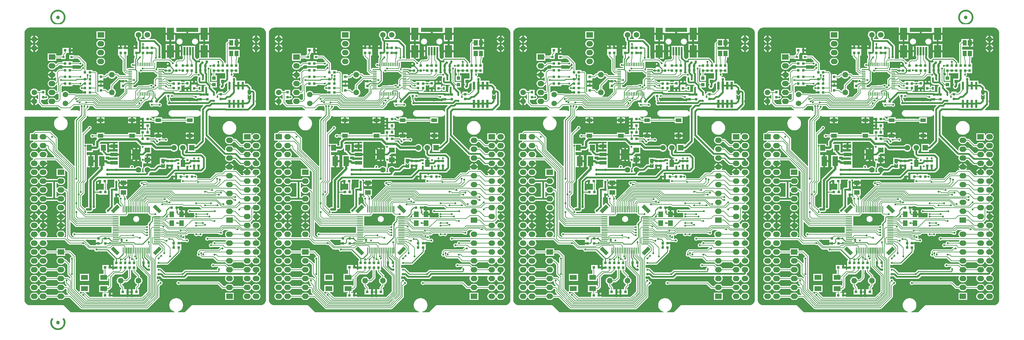
<source format=gtl>
*
%FSLAX26Y26*%
%MOIN*%
%ADD10R,0.044810X0.044810*%
%ADD11R,0.019220X0.019220*%
%ADD12R,0.048740X0.048740*%
%ADD13R,0.060560X0.060560*%
%ADD14R,0.080240X0.080240*%
%ADD15R,0.021500X0.021500*%
%ADD16R,0.031500X0.031500*%
%ADD17R,0.017500X0.017500*%
%ADD18R,0.052680X0.052680*%
%ADD19R,0.041500X0.041500*%
%ADD20R,0.051500X0.051500*%
%ADD21R,0.025120X0.025120*%
%ADD22R,0.091500X0.091500*%
%ADD23R,0.033000X0.033000*%
%ADD24R,0.036930X0.036930*%
%ADD25R,0.056620X0.056620*%
%ADD26R,0.009370X0.009370*%
%ADD27R,0.010160X0.010160*%
%ADD28C,0.006500*%
%ADD29C,0.009500*%
%ADD30C,0.021500*%
%ADD31C,0.026500*%
%ADD32C,0.056500*%
%ADD33C,0.061500*%
%ADD34R,0.061500X0.061500*%
%ADD35C,0.063500*%
%ADD36C,0.017500*%
%ADD37C,0.021850*%
%ADD38C,0.027750*%
%ADD39C,0.059300*%
%ADD40R,0.059300X0.059300*%
%ADD41C,0.040870*%
%ADD42C,0.001600*%
%ADD43C,0.004000*%
%ADD44C,0.061339*%
%ADD45C,0.147953*%
%ADD46C,0.032000*%
%ADD47C,0.020000*%
%ADD48C,0.007400*%
%IPPOS*%
%LN02i31889.gtl*%
%LPD*%
G75*
G36*
X16254Y2422593D02*
X398620D01*
X399905Y2416167D01*
X398109Y2416064D01*
X384402Y2409206D01*
X372513Y2399290D01*
X362636Y2387437D01*
X355722Y2373610D01*
X351736Y2359671D01*
X349762Y2344831D01*
X351742Y2328997D01*
X355706Y2315124D01*
X362634Y2301268D01*
X372538Y2289382D01*
X384449Y2279466D01*
X398243Y2272569D01*
X412354Y2268560D01*
X427004Y2266616D01*
X441975Y2268622D01*
X455764Y2272569D01*
X469559Y2279466D01*
X481470Y2289382D01*
X491374Y2301268D01*
X498302Y2315124D01*
X502266Y2328997D01*
X504245Y2344831D01*
X502271Y2359672D01*
X498310Y2373548D01*
X491372Y2387437D01*
X481494Y2399290D01*
X469606Y2409206D01*
X455674Y2416164D01*
X441346Y2420258D01*
X441254Y2420852D01*
Y2422593D01*
X608748Y2422655D01*
X610153Y2424059D01*
X613891Y2417829D01*
X613529Y2417315D01*
X588591Y2392378D01*
X584693Y2386532D01*
X582755Y2379750D01*
X582754Y1866389D01*
X577855Y1863938D01*
X391255Y2051540D01*
X391254Y2176745D01*
X389302Y2183575D01*
X388369Y2185442D01*
X385459Y2189327D01*
X318488Y2256293D01*
X312729Y2260132D01*
X306372Y2261040D01*
X141704D01*
X136286Y2260137D01*
X130520Y2256293D01*
X115541Y2241321D01*
X111411Y2236159D01*
X77754Y2236097D01*
Y2152623D01*
X118527Y2152561D01*
X120725Y2147068D01*
X120761Y2146548D01*
X115596Y2141382D01*
X111438Y2135150D01*
X109097Y2135080D01*
X99373Y2131188D01*
X90538Y2124316D01*
X83667Y2115481D01*
X79727Y2105635D01*
X77768Y2094827D01*
X79739Y2083031D01*
X83651Y2073251D01*
X90535Y2064389D01*
X99390Y2057504D01*
X109241Y2053583D01*
X121337Y2052630D01*
X135640Y2052661D01*
X145763Y2053582D01*
X155635Y2057514D01*
X164472Y2064389D01*
X171363Y2073259D01*
X174505Y2080591D01*
X180502D01*
X183645Y2073259D01*
X190535Y2064389D01*
X199390Y2057504D01*
X209241Y2053583D01*
X221337Y2052630D01*
X235640Y2052661D01*
X245763Y2053582D01*
X255635Y2057514D01*
X264523Y2064423D01*
G02X265469Y2064472I516J-800D01*
G01X270496Y2062461D01*
X270754Y2061996D01*
Y2059927D01*
X271726Y2053119D01*
X275572Y2047351D01*
X355664Y1967251D01*
X355771Y1966748D01*
X353532Y1961151D01*
X269549D01*
X266269Y1966617D01*
X266283Y1967157D01*
X271350Y1973238D01*
X275279Y1983067D01*
X277239Y1994864D01*
X275268Y2005671D01*
X271354Y2015456D01*
X264467Y2024318D01*
X255611Y2031200D01*
X245901Y2035084D01*
X245751Y2035120D01*
X233615Y2036077D01*
X219437Y2036046D01*
X209260Y2035121D01*
X209106Y2035084D01*
X199372Y2031187D01*
X190541Y2024318D01*
X183647Y2015449D01*
X180505Y2008116D01*
X174503D01*
X171360Y2015449D01*
X164467Y2024318D01*
X155611Y2031200D01*
X145901Y2035084D01*
X145751Y2035120D01*
X133615Y2036077D01*
X119437Y2036046D01*
X109260Y2035121D01*
X109106Y2035084D01*
X99372Y2031187D01*
X90541Y2024318D01*
X83654Y2015456D01*
X79722Y2005609D01*
X77765Y1994845D01*
X79728Y1983068D01*
X83662Y1973226D01*
X90565Y1964364D01*
X99365Y1957520D01*
X109142Y1953603D01*
X114020Y1952612D01*
X114638Y1952405D01*
X115754Y1947934D01*
X115751Y1946620D01*
X111710Y1940558D01*
X110636Y1935185D01*
X109137Y1935096D01*
X99395Y1931199D01*
X90520Y1924293D01*
X83675Y1915493D01*
X79730Y1905646D01*
X77766Y1894839D01*
X79735Y1883042D01*
X83661Y1873227D01*
X90525Y1864401D01*
X99413Y1857494D01*
X109162Y1853595D01*
X121781Y1852580D01*
X135086Y1852611D01*
X135754Y1852672D01*
X444359D01*
X454881Y1842024D01*
X452519Y1836120D01*
X377754Y1836058D01*
Y1794845D01*
X277242D01*
X275283Y1805621D01*
X271349Y1815468D01*
X264452Y1824330D01*
X255651Y1831174D01*
X245921Y1835076D01*
X235440Y1836058D01*
X221498Y1836088D01*
X209082Y1835074D01*
X199356Y1831174D01*
X190556Y1824330D01*
X183653Y1815460D01*
X180510Y1808128D01*
X174497D01*
X171355Y1815460D01*
X164452Y1824330D01*
X155651Y1831174D01*
X145921Y1835076D01*
X135440Y1836058D01*
X121498Y1836088D01*
X109082Y1835074D01*
X99356Y1831174D01*
X90556Y1824330D01*
X83658Y1815468D01*
X79724Y1805621D01*
X77765Y1794845D01*
X16254D01*
X16254Y2422593D01*
G37*
G36*
X16254Y1794845D02*
X77765D01*
X79726Y1783079D01*
X83656Y1773238D01*
X90550Y1764376D01*
X96171Y1760004D01*
X96192Y1759941D01*
X99371Y1757469D01*
X109115Y1753568D01*
X119697Y1752586D01*
X133406Y1752555D01*
X145896Y1753569D01*
X155636Y1757469D01*
X158815Y1759941D01*
X158836Y1760004D01*
X164457Y1764376D01*
X171357Y1773245D01*
X174500Y1780578D01*
X180508D01*
X183650Y1773245D01*
X190550Y1764376D01*
X196171Y1760004D01*
X196192Y1759941D01*
X199371Y1757469D01*
X209115Y1753568D01*
X219697Y1752586D01*
X233406Y1752555D01*
X245896Y1753569D01*
X255636Y1757469D01*
X258815Y1759941D01*
X258836Y1760004D01*
X264458Y1764376D01*
X271351Y1773238D01*
X275281Y1783079D01*
X277242Y1794845D01*
X377754D01*
Y1752617D01*
X476254D01*
Y1812894D01*
X476382Y1813378D01*
X481152Y1815763D01*
X499634Y1797281D01*
X499754Y1796937D01*
Y1603343D01*
X493823Y1600971D01*
X488539Y1606254D01*
X482737Y1610127D01*
X482665Y1610147D01*
X477161Y1611064D01*
X472525Y1611132D01*
X470362Y1615454D01*
X463469Y1624316D01*
X454636Y1631186D01*
X444896Y1635086D01*
X432505Y1636100D01*
X419697Y1636069D01*
X409115Y1635087D01*
X399371Y1631186D01*
X390538Y1624316D01*
X383249Y1614945D01*
X377331Y1617312D01*
X377254Y1617856D01*
Y1669543D01*
X386410D01*
X390512Y1664416D01*
X399384Y1657506D01*
X409133Y1653606D01*
X421578Y1652592D01*
X434215Y1652623D01*
X444871Y1653605D01*
X454624Y1657506D01*
X463491Y1664413D01*
X470335Y1673213D01*
X474277Y1683054D01*
X476241Y1694851D01*
X474273Y1705658D01*
X470347Y1715474D01*
X463478Y1724305D01*
X454622Y1731195D01*
X444833Y1735111D01*
X432284Y1736125D01*
X419974Y1736095D01*
X409177Y1735112D01*
X399374Y1731188D01*
X390525Y1724301D01*
X386374Y1719113D01*
X268633D01*
X264482Y1724301D01*
X255622Y1731195D01*
X245834Y1735111D01*
X233184Y1736125D01*
X219974Y1736095D01*
X209177Y1735112D01*
X199374Y1731188D01*
X190529Y1724305D01*
X183655Y1715466D01*
X180499Y1708102D01*
X174508D01*
X171352Y1715466D01*
X164478Y1724305D01*
X155622Y1731195D01*
X145834Y1735111D01*
X133184Y1736125D01*
X119974Y1736095D01*
X109177Y1735112D01*
X99374Y1731188D01*
X90529Y1724305D01*
X83661Y1715474D01*
X79735Y1705658D01*
X77766Y1694851D01*
X79730Y1683054D01*
X83672Y1673213D01*
X90517Y1664413D01*
X99384Y1657506D01*
X109133Y1653606D01*
X121677Y1652592D01*
X135215Y1652623D01*
X145871Y1653605D01*
X155624Y1657506D01*
X164491Y1664413D01*
X171341Y1673220D01*
X174489Y1680553D01*
X180518D01*
X183666Y1673220D01*
X190517Y1664413D01*
X199384Y1657506D01*
X209133Y1653606D01*
X221677Y1652592D01*
X235215Y1652623D01*
X245871Y1653605D01*
X255624Y1657506D01*
X264496Y1664416D01*
X268597Y1669543D01*
X327754D01*
Y1594845D01*
X277242D01*
X275281Y1605633D01*
X271342Y1615479D01*
X264469Y1624316D01*
X255636Y1631186D01*
X245892Y1635087D01*
X235311Y1636069D01*
X221602Y1636100D01*
X209111Y1635086D01*
X199371Y1631186D01*
X190538Y1624316D01*
X183659Y1615472D01*
X180515Y1608139D01*
X174493D01*
X171348Y1615472D01*
X164469Y1624316D01*
X155636Y1631186D01*
X145892Y1635087D01*
X135311Y1636069D01*
X121602Y1636100D01*
X109111Y1635086D01*
X99371Y1631186D01*
X90538Y1624316D01*
X83665Y1615479D01*
X79727Y1605633D01*
X77768Y1594826D01*
X16254D01*
X16254Y1794845D01*
G37*
G36*
X16254Y1594826D02*
X77768D01*
X79740Y1583029D01*
X83652Y1573250D01*
X90536Y1564387D01*
X99393Y1557503D01*
X109110Y1553616D01*
X109225Y1553583D01*
X119697Y1552598D01*
X133417Y1552567D01*
X145787Y1553584D01*
X145898Y1553616D01*
X155635Y1557514D01*
X164471Y1564388D01*
X171362Y1573257D01*
X174505Y1580590D01*
X180503D01*
X183646Y1573257D01*
X190536Y1564388D01*
X199393Y1557503D01*
X209110Y1553616D01*
X209225Y1553583D01*
X219697Y1552598D01*
X233417Y1552567D01*
X245787Y1553584D01*
X245898Y1553616D01*
X255635Y1557514D01*
X264471Y1564388D01*
X271356Y1573250D01*
X275267Y1583029D01*
X277242Y1594845D01*
X327754D01*
Y1519124D01*
X268624D01*
X264473Y1524313D01*
X255612Y1531199D01*
X245900Y1535084D01*
X245764Y1535118D01*
X233629Y1536075D01*
X219419Y1536044D01*
X209247Y1535119D01*
X209107Y1535084D01*
X199372Y1531187D01*
X190539Y1524317D01*
X183647Y1515447D01*
X180504Y1508114D01*
X174503D01*
X171361Y1515447D01*
X164468Y1524317D01*
X155612Y1531199D01*
X145900Y1535084D01*
X145764Y1535118D01*
X133629Y1536075D01*
X119419Y1536044D01*
X109247Y1535119D01*
X109107Y1535084D01*
X99372Y1531187D01*
X90539Y1524316D01*
X83653Y1515455D01*
X79722Y1505608D01*
X77768Y1494862D01*
X79728Y1483065D01*
X83663Y1473225D01*
X90538Y1464385D01*
X99367Y1457518D01*
X109104Y1453618D01*
X121574Y1452604D01*
X135345Y1452635D01*
X145900Y1453617D01*
X155640Y1457518D01*
X164469Y1464385D01*
X171350Y1473232D01*
X174494Y1480565D01*
X180514D01*
X183657Y1473232D01*
X190538Y1464385D01*
X199367Y1457518D01*
X209104Y1453618D01*
X221574Y1452604D01*
X235345Y1452635D01*
X245900Y1453617D01*
X255640Y1457518D01*
X264445Y1464366D01*
X268607Y1469554D01*
X386400D01*
X390563Y1464366D01*
X399367Y1457518D01*
X409104Y1453618D01*
X421475Y1452604D01*
X434345Y1452635D01*
X444900Y1453617D01*
X454640Y1457518D01*
X463469Y1464385D01*
X470344Y1473225D01*
X474279Y1483065D01*
X476239Y1494862D01*
X474262Y1505703D01*
G03X463498Y1524293I-44316J-13247D01*
G01X454612Y1531199D01*
X444900Y1535084D01*
X444764Y1535118D01*
X432728Y1536075D01*
X419420Y1536044D01*
X409247Y1535119D01*
X409107Y1535084D01*
X399372Y1531187D01*
X390534Y1524313D01*
X386383Y1519124D01*
X377254D01*
Y1571186D01*
X377706Y1571539D01*
X383135Y1573704D01*
X383577Y1573334D01*
X390536Y1564388D01*
X399393Y1557503D01*
X409109Y1553616D01*
X409219Y1553585D01*
X421251Y1552629D01*
X434622Y1552660D01*
X444784Y1553584D01*
X444898Y1553616D01*
X454635Y1557514D01*
X463486Y1564399D01*
X469633Y1571570D01*
X474325D01*
X484671Y1562259D01*
X484754Y1561881D01*
X484752Y1394838D01*
X476241D01*
X474278Y1405645D01*
X470333Y1415491D01*
X463488Y1424291D01*
X454616Y1431198D01*
X444863Y1435099D01*
X434865Y1436019D01*
X421054Y1436050D01*
X409140Y1435097D01*
X399392Y1431198D01*
X390489Y1424268D01*
G03X379735Y1405678I33477J-31771D01*
G01X377766Y1394838D01*
X277241D01*
X275278Y1405645D01*
X271333Y1415491D01*
X264488Y1424291D01*
X255616Y1431198D01*
X245863Y1435099D01*
X235865Y1436019D01*
X221153Y1436050D01*
X209140Y1435097D01*
X199392Y1431198D01*
X190519Y1424291D01*
X183669Y1415484D01*
X180520Y1408151D01*
X174488D01*
X171339Y1415484D01*
X164488Y1424291D01*
X155616Y1431198D01*
X145863Y1435099D01*
X135865Y1436019D01*
X121153Y1436050D01*
X109140Y1435097D01*
X99392Y1431198D01*
X90489Y1424268D01*
G03X79735Y1405678I33477J-31771D01*
G01X77766Y1394838D01*
X16254D01*
Y1594826D01*
G37*
G36*
Y1394838D02*
X77766D01*
X79735Y1383041D01*
X83661Y1373227D01*
X90527Y1364399D01*
X99372Y1357492D01*
X109115Y1353591D01*
X119697Y1352609D01*
X133406Y1352578D01*
X145896Y1353593D01*
X155636Y1357492D01*
X164480Y1364399D01*
X171352Y1373235D01*
X174483Y1380539D01*
X180524D01*
X183655Y1373235D01*
X190527Y1364399D01*
X199372Y1357492D01*
X209115Y1353591D01*
X219697Y1352609D01*
X233406Y1352578D01*
X245896Y1353593D01*
X255636Y1357492D01*
X264480Y1364399D01*
X271347Y1373227D01*
X275272Y1383041D01*
X277241Y1394838D01*
X377766D01*
X379735Y1383041D01*
X383661Y1373227D01*
X390527Y1364399D01*
X399372Y1357492D01*
X409115Y1353591D01*
X419697Y1352609D01*
X432505Y1352578D01*
X444896Y1353593D01*
X454635Y1357492D01*
X463480Y1364399D01*
X470347Y1373227D01*
X474272Y1383041D01*
X476241Y1394838D01*
X484752D01*
X484751Y1335994D01*
X416254D01*
Y1336007D01*
G03X416189Y1336002I2975J-40402D01*
G01X137754D01*
Y1320795D01*
X116254D01*
Y1336007D01*
G03X82817Y1313363I2975J-40402D01*
G01X79724Y1305583D01*
X16254D01*
Y1394838D01*
G37*
G36*
Y1305583D02*
X116254D01*
Y1320795D01*
X137754D01*
Y1252657D01*
X116254D01*
Y1284053D01*
X16254D01*
Y1305583D01*
G37*
G36*
Y1284053D02*
X79152D01*
X83654Y1273239D01*
X90538Y1264338D01*
X99371Y1257468D01*
X109127Y1253561D01*
X116254Y1252657D01*
X16254D01*
Y1284053D01*
G37*
G36*
Y1252657D02*
X137754D01*
Y1252645D01*
X16254D01*
Y1252657D01*
G37*
G36*
Y1252645D02*
X484751D01*
X484751Y1235994D01*
X416254D01*
Y1235994D01*
X416166Y1235983D01*
X216254D01*
Y1235994D01*
X209185Y1235115D01*
X199375Y1231189D01*
X190528Y1224303D01*
X183655Y1215466D01*
X180498Y1208101D01*
X174509D01*
X171352Y1215466D01*
X164479Y1224303D01*
X155623Y1231195D01*
X145834Y1235111D01*
X135735Y1236031D01*
X121260Y1236062D01*
X109169Y1235109D01*
X99375Y1231189D01*
X90528Y1224303D01*
X83661Y1215474D01*
X79734Y1205656D01*
X77766Y1194849D01*
X16254D01*
Y1252645D01*
G37*
G36*
Y1194849D02*
X77766D01*
X79731Y1183053D01*
X83673Y1173211D01*
X90518Y1164411D01*
X99388Y1157504D01*
X109116Y1153603D01*
X119697Y1152621D01*
X133406Y1152590D01*
X134537Y1152682D01*
X484750D01*
X484749Y1064472D01*
X480268Y1061111D01*
X468573D01*
X465150Y1066816D01*
X465419Y1067320D01*
X470360Y1073260D01*
X474267Y1083027D01*
X476242Y1094845D01*
X474275Y1105666D01*
G03X463468Y1124317I-44199J-13153D01*
G01X454638Y1131184D01*
X444900Y1135084D01*
X432519Y1136099D01*
X419680Y1136068D01*
X409112Y1135086D01*
X399369Y1131184D01*
X390538Y1124316D01*
X383664Y1115478D01*
X379726Y1105631D01*
X377765Y1094845D01*
X379741Y1083027D01*
X383648Y1073259D01*
X388912Y1066907D01*
X385435Y1061111D01*
X269573D01*
X266150Y1066816D01*
X266419Y1067320D01*
X271360Y1073260D01*
X275267Y1083027D01*
X277242Y1094845D01*
X275275Y1105666D01*
G03X264468Y1124317I-44199J-13153D01*
G01X255638Y1131184D01*
X245900Y1135084D01*
X233419Y1136099D01*
X219679Y1136068D01*
X209112Y1135086D01*
X199369Y1131184D01*
X190538Y1124316D01*
X183658Y1115470D01*
X180514Y1108138D01*
X174493D01*
X171349Y1115470D01*
X164469Y1124316D01*
X155638Y1131184D01*
X145900Y1135084D01*
X133419Y1136099D01*
X119679Y1136068D01*
X109112Y1135086D01*
X99369Y1131184D01*
X90538Y1124316D01*
X83664Y1115478D01*
X79726Y1105631D01*
X77765Y1094845D01*
X79741Y1083027D01*
X83653Y1073248D01*
X90537Y1064386D01*
X99394Y1057502D01*
X109035Y1053646D01*
X110627Y1053558D01*
X111707Y1048157D01*
X115754Y1042056D01*
X115750Y1040742D01*
X114617Y1036213D01*
X109263Y1035138D01*
X99372Y1031187D01*
X90537Y1024315D01*
X83653Y1015453D01*
X79738Y1005668D01*
X77768Y994861D01*
X79728Y983064D01*
X83664Y973223D01*
X90538Y964385D01*
X99369Y957516D01*
X109107Y953617D01*
X121588Y952602D01*
X135328Y952633D01*
X145896Y953615D01*
X155638Y957516D01*
X164469Y964385D01*
X171349Y973230D01*
X174493Y980563D01*
X180514D01*
X183658Y973230D01*
X190538Y964385D01*
X199369Y957516D01*
X209107Y953617D01*
X221588Y952602D01*
X235328Y952633D01*
X245896Y953615D01*
X255638Y957516D01*
X264469Y964385D01*
X271343Y973223D01*
X275279Y983064D01*
X277240Y994861D01*
X275263Y1005701D01*
G03X264099Y1024713I-44317J-13239D01*
G01X265534Y1027590D01*
X469325D01*
X514466Y982449D01*
X520261Y978580D01*
X520344Y978559D01*
X526784Y977639D01*
X662265Y977577D01*
X668322Y973548D01*
X676994Y971621D01*
X684725Y973554D01*
X687152Y974762D01*
X734455Y927459D01*
X740295Y923566D01*
X746707Y922650D01*
X801327Y922588D01*
X803689Y920223D01*
X805708Y911139D01*
X810539Y903410D01*
X818321Y898548D01*
X826991Y896631D01*
X834692Y898546D01*
X834784Y898579D01*
X838761Y900568D01*
X943347D01*
X1032671Y811244D01*
X1032754Y810889D01*
Y801162D01*
X1022754Y801100D01*
Y739827D01*
X1008254D01*
Y749061D01*
X989754D01*
Y739827D01*
X968254D01*
Y749123D01*
X894754D01*
Y690623D01*
X906754Y690561D01*
Y647140D01*
X857754Y647077D01*
Y607300D01*
X745254D01*
Y647045D01*
X641754D01*
Y607300D01*
X593254D01*
Y844766D01*
X592282Y850580D01*
X588431Y856356D01*
X538530Y906264D01*
X532754Y910115D01*
X527103Y911073D01*
X476254Y911136D01*
Y936111D01*
X377754D01*
Y911135D01*
X273523D01*
X271354Y915465D01*
X264489Y924290D01*
X255620Y931196D01*
X245871Y935096D01*
X233316Y936111D01*
X219810Y936080D01*
X209141Y935097D01*
X199387Y931196D01*
X190518Y924290D01*
X183667Y915482D01*
X180519Y908150D01*
X174488D01*
X171340Y915482D01*
X164489Y924290D01*
X155620Y931196D01*
X145871Y935096D01*
X133316Y936111D01*
X119810Y936080D01*
X109141Y935097D01*
X99387Y931196D01*
X90518Y924290D01*
X83673Y915490D01*
X79728Y905643D01*
X77766Y894836D01*
X79736Y883039D01*
X83661Y873227D01*
X90528Y864398D01*
X99384Y857506D01*
X109170Y853592D01*
X121810Y852577D01*
X135051Y852608D01*
X145834Y853590D01*
X155633Y857512D01*
X164479Y864398D01*
X171352Y873235D01*
X174509Y880600D01*
X180498D01*
X183655Y873235D01*
X190528Y864398D01*
X199384Y857506D01*
X209170Y853592D01*
X221810Y852577D01*
X235051Y852608D01*
X245834Y853590D01*
X255633Y857512D01*
X264479Y864398D01*
X271382Y873284D01*
X273516Y877552D01*
X377754D01*
Y852577D01*
X476254D01*
Y877552D01*
X519363D01*
X549637Y847278D01*
X549785Y846784D01*
X547678Y841516D01*
X547394Y841175D01*
X543296Y840149D01*
X535548Y835306D01*
X530702Y827550D01*
X528774Y819840D01*
X530713Y811117D01*
X532692Y807151D01*
X532754Y806921D01*
Y771687D01*
X531479Y769122D01*
X525671D01*
X488555Y806239D01*
X482716Y810138D01*
X477250Y811049D01*
X472532Y811117D01*
X470370Y815440D01*
X463456Y824326D01*
X454655Y831171D01*
X444933Y835071D01*
X432637Y836085D01*
X419533Y836054D01*
X409078Y835072D01*
X399352Y831171D01*
X390552Y824326D01*
X383657Y815465D01*
X379724Y805618D01*
X377765Y794845D01*
X277242D01*
X275284Y805618D01*
X271350Y815465D01*
X264456Y824326D01*
X255655Y831171D01*
X245929Y835072D01*
X235474Y836054D01*
X221471Y836085D01*
X209074Y835071D01*
X199352Y831171D01*
X190552Y824326D01*
X183651Y815457D01*
X180509Y808124D01*
X174499D01*
X171356Y815457D01*
X164456Y824326D01*
X155655Y831171D01*
X145929Y835072D01*
X135474Y836054D01*
X121471Y836085D01*
X109074Y835071D01*
X99352Y831171D01*
X90552Y824326D01*
X83657Y815465D01*
X79724Y805618D01*
X77765Y794845D01*
X16254D01*
X16254Y1194849D01*
G37*
G36*
X16254Y794845D02*
X77765D01*
X79726Y783076D01*
X83658Y773235D01*
X90554Y764373D01*
X99356Y757527D01*
X100884Y756904D01*
X100916Y756844D01*
X109115Y753565D01*
X119697Y752583D01*
X133406Y752552D01*
X145896Y753566D01*
X154091Y756844D01*
X154123Y756904D01*
X155652Y757527D01*
X164453Y764373D01*
X171356Y773242D01*
X174498Y780575D01*
X180509D01*
X183652Y773242D01*
X190554Y764373D01*
X199356Y757527D01*
X200884Y756904D01*
X200916Y756844D01*
X209115Y753565D01*
X219697Y752583D01*
X233406Y752552D01*
X245896Y753566D01*
X254091Y756844D01*
X254123Y756904D01*
X255652Y757527D01*
X264453Y764373D01*
X271350Y773235D01*
X275281Y783076D01*
X277242Y794845D01*
X377765D01*
X377765Y794844D01*
X379726Y783076D01*
X383658Y773235D01*
X390554Y764373D01*
X399354Y757528D01*
X409078Y753628D01*
X421384Y752614D01*
X434457Y752645D01*
X444925Y753627D01*
X454653Y757528D01*
X463468Y764384D01*
X469620Y771555D01*
X474353D01*
X499747Y747176D01*
X499751Y694847D01*
X476242D01*
X474274Y705655D01*
X470347Y715474D01*
X463481Y724301D01*
X454591Y731208D01*
X444837Y735109D01*
X434753Y736029D01*
X421146Y736060D01*
X409166Y735107D01*
X399417Y731208D01*
X390527Y724301D01*
X383663Y715476D01*
X381490Y711147D01*
X273518D01*
X271345Y715476D01*
X264481Y724301D01*
X255591Y731208D01*
X245837Y735109D01*
X235753Y736029D01*
X221246Y736060D01*
X209166Y735107D01*
X199417Y731208D01*
X190527Y724301D01*
X183655Y715466D01*
X180524Y708161D01*
X174483D01*
X171352Y715466D01*
X164481Y724301D01*
X155591Y731208D01*
X145837Y735109D01*
X135753Y736029D01*
X121246Y736060D01*
X109166Y735107D01*
X99417Y731208D01*
X90527Y724301D01*
X83661Y715474D01*
X79733Y705655D01*
X77766Y694847D01*
X16254D01*
Y794845D01*
G37*
G36*
Y694847D02*
X77766D01*
X79731Y683051D01*
X83674Y673210D01*
X90519Y664409D01*
X99372Y657503D01*
X109115Y653602D01*
X119697Y652620D01*
X133406Y652589D01*
X145896Y653603D01*
X155636Y657503D01*
X164488Y664409D01*
X171339Y673217D01*
X174488Y680550D01*
X180520D01*
X183669Y673217D01*
X190519Y664409D01*
X199372Y657503D01*
X209115Y653602D01*
X219697Y652620D01*
X233406Y652589D01*
X245896Y653603D01*
X255636Y657503D01*
X264488Y664409D01*
X271352Y673235D01*
X273522Y677564D01*
X381485D01*
X383655Y673235D01*
X390519Y664409D01*
X399372Y657503D01*
X409115Y653602D01*
X419697Y652620D01*
X432505Y652589D01*
X444896Y653603D01*
X454636Y657503D01*
X463488Y664409D01*
X470333Y673210D01*
X474276Y683051D01*
X476242Y694847D01*
X499751D01*
X499754Y649932D01*
X500722Y643124D01*
X504568Y637356D01*
X534754Y607144D01*
Y598447D01*
X534235Y598135D01*
X528878Y595996D01*
X528460Y596333D01*
X518562Y607221D01*
X512801Y610113D01*
X506056Y612055D01*
X471457Y612118D01*
X470331Y615494D01*
X463469Y624316D01*
X454640Y631183D01*
X444904Y635083D01*
X432532Y636097D01*
X419662Y636066D01*
X409108Y635084D01*
X399367Y631183D01*
X390538Y624316D01*
X383643Y615451D01*
X381478Y611122D01*
X273529D01*
X271364Y615451D01*
X264469Y624316D01*
X255640Y631183D01*
X245904Y635082D01*
X233433Y636097D01*
X219662Y636066D01*
X209108Y635084D01*
X199367Y631183D01*
X190538Y624316D01*
X183657Y615469D01*
X180514Y608136D01*
X174494D01*
X171350Y615469D01*
X164469Y624316D01*
X155640Y631183D01*
X145904Y635082D01*
X133433Y636097D01*
X119662Y636066D01*
X109108Y635084D01*
X99367Y631183D01*
X90538Y624316D01*
X83663Y615476D01*
X79726Y605630D01*
X77765Y594845D01*
X79741Y583026D01*
X83653Y573246D01*
X90539Y564384D01*
X99395Y557502D01*
X109107Y553617D01*
X109243Y553582D01*
X121378Y552626D01*
X135588Y552657D01*
X145760Y553581D01*
X145900Y553617D01*
X155635Y557514D01*
X164468Y564384D01*
X171361Y573254D01*
X174503Y580587D01*
X180504D01*
X183647Y573254D01*
X190539Y564384D01*
X199395Y557502D01*
X209107Y553617D01*
X209243Y553582D01*
X221378Y552626D01*
X235588Y552657D01*
X245760Y553581D01*
X245900Y553617D01*
X255635Y557514D01*
X264469Y564384D01*
X271375Y573271D01*
X273509Y577539D01*
X381498D01*
X383632Y573271D01*
X390539Y564384D01*
X399395Y557502D01*
X409107Y553617D01*
X409243Y553582D01*
X421279Y552626D01*
X434588Y552657D01*
X444760Y553581D01*
X444900Y553617D01*
X454635Y557514D01*
X463505Y564413D01*
X464688Y565595D01*
X470368D01*
X474679Y560206D01*
X474754Y559895D01*
Y544931D01*
X475723Y538123D01*
X479569Y532354D01*
X494872Y517003D01*
X492535Y511159D01*
X472511D01*
X470377Y515426D01*
X463471Y524313D01*
X454615Y531198D01*
X444898Y535085D01*
X444788Y535116D01*
X432756Y536072D01*
X419385Y536041D01*
X409223Y535117D01*
X409109Y535085D01*
X399372Y531187D01*
X390536Y524313D01*
X383630Y515426D01*
X381497Y511159D01*
X273511D01*
X271377Y515426D01*
X264471Y524313D01*
X255615Y531198D01*
X245898Y535085D01*
X245788Y535116D01*
X233656Y536072D01*
X219385Y536041D01*
X209223Y535117D01*
X209109Y535085D01*
X199372Y531187D01*
X190536Y524313D01*
X183646Y515444D01*
X180503Y508111D01*
X174505D01*
X171362Y515444D01*
X164471Y524313D01*
X155615Y531198D01*
X145898Y535085D01*
X145788Y535116D01*
X133656Y536072D01*
X119385Y536041D01*
X109223Y535117D01*
X109109Y535085D01*
X99372Y531187D01*
X90536Y524313D01*
X83652Y515451D01*
X79738Y505666D01*
X77768Y494859D01*
X79729Y483063D01*
X83665Y473221D01*
X90538Y464385D01*
X99371Y457515D01*
X109111Y453615D01*
X121602Y452600D01*
X135311Y452631D01*
X145892Y453613D01*
X155636Y457515D01*
X164469Y464385D01*
X171348Y473229D01*
X174493Y480561D01*
X180515D01*
X183659Y473229D01*
X190538Y464385D01*
X199371Y457515D01*
X209111Y453615D01*
X221602Y452600D01*
X235311Y452631D01*
X245892Y453613D01*
X255636Y457515D01*
X264469Y464385D01*
X271362Y473247D01*
X273528Y477576D01*
X381479D01*
X383646Y473247D01*
X390538Y464385D01*
X399371Y457515D01*
X409111Y453615D01*
X421502Y452600D01*
X434311Y452631D01*
X444892Y453613D01*
X454636Y457515D01*
X463469Y464385D01*
X470362Y473247D01*
X472528Y477576D01*
X484339D01*
X489754Y472160D01*
Y444905D01*
X490722Y438125D01*
X494586Y432329D01*
X509801Y417114D01*
X509707Y416591D01*
X507525Y411134D01*
X472524D01*
X470355Y415463D01*
X463491Y424288D01*
X454624Y431195D01*
X444874Y435094D01*
X432429Y436109D01*
X419792Y436078D01*
X409137Y435096D01*
X399384Y431195D01*
X390517Y424288D01*
X383652Y415463D01*
X381483Y411134D01*
X273524D01*
X271355Y415463D01*
X264491Y424288D01*
X255624Y431195D01*
X245875Y435094D01*
X233330Y436109D01*
X219792Y436078D01*
X209137Y435096D01*
X199384Y431195D01*
X190517Y424288D01*
X183666Y415481D01*
X180518Y408148D01*
X174489D01*
X171341Y415481D01*
X164491Y424288D01*
X155624Y431195D01*
X145875Y435094D01*
X133330Y436109D01*
X119792Y436078D01*
X109137Y435096D01*
X99384Y431195D01*
X90517Y424288D01*
X83672Y415488D01*
X79728Y405642D01*
X77768Y394840D01*
X79736Y384038D01*
X83661Y374227D01*
X90533Y365391D01*
X99389Y358504D01*
X109215Y354585D01*
X121865Y353571D01*
X134981Y353601D01*
X145788Y354584D01*
X155635Y358513D01*
X164474Y365391D01*
X171363Y374261D01*
X174506Y381594D01*
X180501D01*
X183644Y374261D01*
X190533Y365391D01*
X199389Y358504D01*
X209215Y354585D01*
X221865Y353571D01*
X234981Y353601D01*
X245788Y354584D01*
X255635Y358513D01*
X264474Y365391D01*
X271379Y374278D01*
X273513Y378546D01*
X381495D01*
X383628Y374278D01*
X390533Y365391D01*
X399389Y358504D01*
X409216Y354585D01*
X421764Y353571D01*
X433981Y353601D01*
X444788Y354584D01*
X454635Y358514D01*
X463474Y365391D01*
X470379Y374278D01*
X472513Y378546D01*
X524369D01*
X649517Y253409D01*
X655278Y249569D01*
X661624Y248662D01*
X1397313D01*
X1402691Y249559D01*
X1408491Y253410D01*
X1533426Y378336D01*
X1537290Y384132D01*
X1538254Y389925D01*
Y394809D01*
X2277754D01*
Y353570D01*
X2376254D01*
Y394809D01*
X2476774D01*
X2478736Y384038D01*
X2482661Y374228D01*
X2489533Y365391D01*
X2498372Y358485D01*
X2508115Y354584D01*
X2518697Y353601D01*
X2532406Y353571D01*
X2544896Y354585D01*
X2554635Y358485D01*
X2563474Y365391D01*
X2570363Y374261D01*
X2573506Y381594D01*
X2579501D01*
X2582644Y374261D01*
X2589534Y365391D01*
X2598372Y358485D01*
X2608115Y354584D01*
X2618697Y353601D01*
X2632406Y353571D01*
X2644896Y354585D01*
X2654635Y358485D01*
X2663474Y365391D01*
X2670347Y374227D01*
X2674271Y384038D01*
X2676239Y394840D01*
X2737753D01*
Y353812D01*
X2736738Y342682D01*
X2732677Y330516D01*
X2726650Y320470D01*
X2719562Y310341D01*
X2710386Y303205D01*
X2699309Y297162D01*
X2688232Y294135D01*
X2676409Y293131D01*
X1908000Y293069D01*
X1901290Y291140D01*
X1895479Y287265D01*
X1822345Y214131D01*
X1746382D01*
X1745248Y219805D01*
X1745393Y220450D01*
X1755704Y223544D01*
X1769617Y230505D01*
X1781441Y240358D01*
X1791356Y252245D01*
X1798290Y266100D01*
X1802260Y279977D01*
X1804244Y294880D01*
X1802263Y310713D01*
X1798297Y324587D01*
X1791368Y338442D01*
X1781458Y350328D01*
X1769578Y360225D01*
X1755745Y367141D01*
X1741943Y371088D01*
X1726999Y373087D01*
X1711062Y371087D01*
X1697262Y367141D01*
X1683406Y360210D01*
X1671549Y350328D01*
X1661640Y338442D01*
X1654710Y324587D01*
X1650744Y310713D01*
X1648760Y294854D01*
X1650747Y279977D01*
X1654717Y266100D01*
X1661651Y252245D01*
X1671566Y240358D01*
X1683390Y230505D01*
X1697304Y223544D01*
X1707614Y220450D01*
X1707759Y219805D01*
X1706625Y214131D01*
X536662D01*
X463529Y287265D01*
X457697Y291153D01*
X451007Y293069D01*
X77598Y293131D01*
X65776Y294135D01*
X54699Y297162D01*
X43621Y303205D01*
X34445Y310341D01*
X27357Y320470D01*
X21330Y330516D01*
X17269Y342682D01*
X16254Y353812D01*
X16254Y694847D01*
G37*
G36*
X134537Y1152682D02*
X134680Y1152694D01*
X237754D01*
Y1152682D01*
X134537D01*
G37*
G36*
X134680Y1152694D02*
X145896Y1153605D01*
X155619Y1157504D01*
X164489Y1164411D01*
X171340Y1173219D01*
X174488Y1180551D01*
X180519D01*
X183667Y1173219D01*
X190518Y1164411D01*
X199388Y1157504D01*
X209127Y1153598D01*
X216254Y1152694D01*
X134680D01*
G37*
G36*
X135754Y1852672D02*
X145841Y1853593D01*
X155594Y1857494D01*
X164482Y1864401D01*
X171352Y1873235D01*
X174484Y1880541D01*
X180524D01*
X183655Y1873235D01*
X190525Y1864401D01*
X199413Y1857494D01*
X209178Y1853588D01*
X216254Y1852701D01*
Y1895590D01*
X226254Y1895652D01*
Y1905546D01*
X275293Y1905607D01*
X271332Y1915493D01*
X264266Y1924577D01*
X264277Y1925074D01*
X265524Y1927568D01*
X370349D01*
X413384Y1884017D01*
X237754D01*
Y1852672D01*
X135754D01*
G37*
G36*
X137754Y1252645D02*
X137856Y1252657D01*
X237754D01*
Y1252645D01*
X137754D01*
G37*
G36*
Y1336002D02*
X237754D01*
Y1305583D01*
X416254D01*
Y1320795D01*
X437754D01*
Y1305583D01*
X484751D01*
X484751Y1284053D01*
X437754D01*
Y1252657D01*
X416254D01*
Y1284053D01*
X237754D01*
Y1252657D01*
X216254D01*
Y1335990D01*
X209094Y1335079D01*
X199354Y1331173D01*
X190554Y1324328D01*
X183652Y1315459D01*
X180509Y1308126D01*
X174498D01*
X171356Y1315459D01*
X164453Y1324328D01*
X155654Y1331173D01*
X145918Y1335077D01*
X137754Y1336002D01*
G37*
G36*
X137856Y1252657D02*
X145885Y1253563D01*
X155636Y1257468D01*
X164469Y1264337D01*
X171356Y1273243D01*
X174499Y1280576D01*
X180509D01*
X183651Y1273243D01*
X190539Y1264337D01*
X199371Y1257468D01*
X209127Y1253561D01*
X216254Y1252657D01*
X137856D01*
G37*
G36*
X216254Y1152694D02*
Y1235983D01*
X237754D01*
Y1205620D01*
X416254D01*
Y1220807D01*
X437754D01*
Y1205620D01*
X484750D01*
X484750Y1184028D01*
X437754D01*
Y1152694D01*
X416254D01*
Y1184028D01*
X237754D01*
Y1152694D01*
X216254D01*
G37*
G36*
X237754Y1152682D02*
X237856Y1152694D01*
X484750D01*
Y1152682D01*
X237754D01*
G37*
G36*
Y1235983D02*
X416166D01*
X409185Y1235115D01*
X399384Y1231195D01*
X399375Y1231189D01*
X390528Y1224303D01*
X383653Y1215441D01*
X379724Y1205620D01*
X275283D01*
X271355Y1215441D01*
X264479Y1224303D01*
X255633Y1231188D01*
X255623Y1231195D01*
X245828Y1235113D01*
X237754Y1235983D01*
G37*
G36*
Y1252645D02*
X237856Y1252657D01*
X484751D01*
Y1252645D01*
X237754D01*
G37*
G36*
Y1336002D02*
X416189D01*
G03X382817Y1313363I3039J-40397D01*
G01X379724Y1305583D01*
X275283D01*
X271349Y1315466D01*
X264453Y1324328D01*
X255654Y1331173D01*
X245918Y1335077D01*
X237754Y1336002D01*
G37*
G36*
Y1852672D02*
X245884Y1853590D01*
X255594Y1857494D01*
X264482Y1864401D01*
X271349Y1873230D01*
X275838Y1884017D01*
X413384D01*
X444359Y1852672D01*
X237754D01*
G37*
G36*
X237856Y1152694D02*
X245885Y1153600D01*
X255619Y1157504D01*
X264489Y1164411D01*
X271337Y1173215D01*
X275842Y1184028D01*
X379165D01*
X383670Y1173215D01*
X390518Y1164411D01*
X399388Y1157504D01*
X409127Y1153598D01*
X416254Y1152694D01*
X237856D01*
G37*
G36*
Y1252657D02*
X245885Y1253563D01*
X255636Y1257468D01*
X264469Y1264337D01*
X271353Y1273239D01*
X275855Y1284053D01*
X379152D01*
X383654Y1273239D01*
X390538Y1264338D01*
X399371Y1257468D01*
X409127Y1253561D01*
X416254Y1252657D01*
X237856D01*
G37*
G36*
X416254Y1220807D02*
Y1235994D01*
X437754D01*
Y1220807D01*
X416254D01*
G37*
G36*
Y1320795D02*
Y1335994D01*
X437754D01*
Y1320795D01*
X416254D01*
G37*
G36*
X437754Y1152694D02*
X444880Y1153598D01*
X454619Y1157504D01*
X463489Y1164411D01*
X470337Y1173215D01*
X474842Y1184028D01*
X484750D01*
X484750Y1152694D01*
X437754D01*
G37*
G36*
Y1235994D02*
X484751D01*
X484750Y1205620D01*
X474283D01*
X470355Y1215441D01*
X463479Y1224303D01*
X454633Y1231189D01*
X454623Y1231195D01*
X444822Y1235115D01*
X437754Y1235994D01*
G37*
G36*
Y1252657D02*
X444880Y1253561D01*
X454636Y1257468D01*
X463469Y1264337D01*
X470353Y1273239D01*
X474855Y1284053D01*
X484751D01*
X484751Y1252657D01*
X437754D01*
G37*
G36*
Y1335994D02*
X484751D01*
X484751Y1305583D01*
X474283D01*
X470349Y1315466D01*
X463453Y1324328D01*
X454653Y1331173D01*
X444913Y1335079D01*
X437754Y1335994D01*
G37*
G36*
X593254Y481607D02*
Y607300D01*
X641754D01*
Y567555D01*
X745254D01*
Y607300D01*
X857754D01*
Y567617D01*
X961254D01*
Y593160D01*
X961585Y593474D01*
X965871Y596682D01*
X969178Y595583D01*
X969754Y595283D01*
Y513797D01*
X969640Y513390D01*
X965139Y510015D01*
X961351Y511277D01*
X961254Y511845D01*
Y521081D01*
X857754D01*
Y441620D01*
X906754Y441558D01*
Y434153D01*
X894754Y434091D01*
Y387123D01*
X753675D01*
X704273Y435516D01*
X704271Y436038D01*
X706479Y441558D01*
X745254Y441620D01*
Y521081D01*
X641754D01*
Y454537D01*
X641400Y454213D01*
X635455Y450241D01*
X633488Y448275D01*
X633158Y448116D01*
X628142Y447119D01*
X627835D01*
X627507Y447286D01*
X593489Y481305D01*
X593254Y481607D01*
G37*
G36*
X668254Y2243473D02*
Y2339826D01*
X1319754D01*
Y2330561D01*
X1338254D01*
Y2339826D01*
X1359754D01*
Y2299828D01*
X1338254D01*
Y2309093D01*
X1319754D01*
Y2299828D01*
X772986D01*
X772306Y2302548D01*
X767459Y2310306D01*
X759713Y2315147D01*
X751993Y2317079D01*
X743285Y2315142D01*
X735548Y2310306D01*
X730685Y2302524D01*
X728685Y2296524D01*
X728537Y2296323D01*
X674184Y2240975D01*
X668747Y2243145D01*
X668254Y2243473D01*
G37*
G36*
Y2339826D02*
Y2359296D01*
X829754D01*
Y2347543D01*
X863254D01*
Y2359296D01*
X884754D01*
Y2347543D01*
X918254D01*
Y2359296D01*
X1184754D01*
Y2347543D01*
X1218254D01*
Y2359296D01*
X1239754D01*
Y2347543D01*
X1273254D01*
Y2359296D01*
X1479754D01*
Y2347605D01*
X1568254D01*
Y2363592D01*
X1834754D01*
Y2347605D01*
X1923254D01*
Y2416085D01*
X1834754D01*
Y2398108D01*
X1568254D01*
Y2416085D01*
X1479754D01*
Y2398108D01*
X1461254D01*
Y2402600D01*
X1455486Y2410290D01*
X1448684Y2415153D01*
X1439254Y2417261D01*
Y2418835D01*
X1439293Y2419200D01*
X1442685Y2422593D01*
X1495177Y2422655D01*
G03X1512683Y2427547I-22021J112562D01*
G01X1520470Y2433389D01*
X1526365Y2441260D01*
X1530263Y2450030D01*
X1531250Y2459850D01*
X1530263Y2469670D01*
X1526363Y2478445D01*
X1520486Y2485301D01*
X1512657Y2491173D01*
X1503862Y2495093D01*
X1503725Y2495127D01*
X1495420Y2496050D01*
X745588D01*
X737282Y2495127D01*
X737145Y2495093D01*
X728350Y2491173D01*
X724474Y2488266D01*
X724200Y2488119D01*
X723808D01*
X719656Y2490185D01*
X719474Y2490320D01*
X718241Y2491553D01*
X718327Y2492234D01*
X738418Y2512326D01*
X747300Y2526143D01*
X749214Y2534753D01*
X748328Y2536525D01*
X748172Y2537079D01*
X752683Y2541591D01*
X785324D01*
X814479Y2512436D01*
X820246Y2508590D01*
X826873Y2507627D01*
X1298134D01*
X1304721Y2508585D01*
X1309509Y2512416D01*
X1344390Y2546300D01*
X1347302Y2552124D01*
X1349254Y2558955D01*
Y2561892D01*
X1349337Y2562241D01*
X1383660Y2597573D01*
X1397158Y2597637D01*
X1402768Y2598595D01*
X1408538Y2602446D01*
X1413823Y2607730D01*
X1418996Y2605661D01*
X1449754Y2605598D01*
Y2584133D01*
X1419754Y2584071D01*
Y2565595D01*
X1426427Y2565536D01*
X1429707Y2561162D01*
X1429754Y2560794D01*
X1428770Y2554858D01*
X1430708Y2546139D01*
X1435545Y2538399D01*
X1443248Y2533582D01*
X1451992Y2531628D01*
X1459737Y2533574D01*
X1465697Y2537547D01*
X1527310D01*
X1533262Y2533580D01*
X1541992Y2531628D01*
X1549751Y2533577D01*
X1557462Y2538399D01*
X1562299Y2546139D01*
X1564230Y2554827D01*
X1562298Y2562564D01*
X1557459Y2570306D01*
X1549699Y2575153D01*
X1542003Y2577066D01*
X1537839Y2576037D01*
X1533321Y2579425D01*
X1533254Y2579845D01*
Y2592159D01*
X1604468Y2663375D01*
G02X1605528Y2663448I596J-916D01*
G01X1610215Y2661574D01*
X1610827Y2661229D01*
X1609763Y2654846D01*
X1610743Y2647004D01*
X1612665Y2641237D01*
X1617583Y2635326D01*
X1617754Y2635035D01*
X1617760Y2609918D01*
X1619696Y2602171D01*
X1623607Y2596307D01*
X1626507Y2593407D01*
X1626960Y2592845D01*
X1622673Y2587486D01*
X1620734Y2581661D01*
X1619763Y2574860D01*
X1620741Y2567009D01*
X1622670Y2561222D01*
X1627552Y2555369D01*
X1633363Y2550527D01*
X1639155Y2548591D01*
G03X1656729Y2549553I7211J29276D01*
G01X2028530D01*
X2030761Y2543975D01*
X2030680Y2543459D01*
X2008618Y2522400D01*
X2003711Y2513575D01*
X2001754Y2504742D01*
Y2481442D01*
X2001230Y2481133D01*
X1995819Y2478972D01*
X1995398Y2479407D01*
X1991449Y2485329D01*
X1983657Y2491173D01*
X1974867Y2495090D01*
X1974719Y2495125D01*
X1965474Y2496050D01*
X1675588D01*
X1667282Y2495127D01*
X1667145Y2495093D01*
X1658350Y2491173D01*
X1650521Y2485301D01*
X1644644Y2478446D01*
X1640744Y2469670D01*
X1639757Y2459850D01*
X1640745Y2450030D01*
X1644659Y2441222D01*
G03X1658408Y2427506I33416J19749D01*
G01X1667280Y2424557D01*
X1675840Y2422655D01*
X1965203D01*
X1974726Y2424560D01*
X1983658Y2427529D01*
X1991453Y2433376D01*
X1995668Y2439682D01*
X2001754Y2438442D01*
Y2229319D01*
X1923254D01*
Y2241041D01*
X1889754D01*
Y2229319D01*
X1868254D01*
Y2241041D01*
X1834754D01*
Y2229319D01*
X1568254D01*
Y2241041D01*
X1534754D01*
Y2229319D01*
X1513254D01*
Y2241041D01*
X1479754D01*
Y2229319D01*
X1433254D01*
Y2274045D01*
X1421254Y2274107D01*
Y2290591D01*
X1433254Y2290653D01*
Y2349091D01*
X1359754D01*
Y2339826D01*
X1338254D01*
Y2349091D01*
X1319754D01*
Y2339826D01*
X668254D01*
G37*
G36*
Y2359296D02*
Y2361972D01*
X668400Y2362308D01*
X680909Y2374816D01*
X1319754D01*
Y2365582D01*
X1338254D01*
Y2374816D01*
X1359754D01*
Y2365582D01*
X1433254D01*
Y2369352D01*
X1439182Y2371729D01*
X1441512Y2369404D01*
X1446339Y2365543D01*
X1453031Y2363623D01*
X1479754Y2363559D01*
Y2359296D01*
X1273254D01*
Y2371049D01*
X1239754D01*
Y2359296D01*
X1218254D01*
Y2371049D01*
X1184754D01*
Y2359296D01*
X918254D01*
Y2371049D01*
X884754D01*
Y2359296D01*
X863254D01*
Y2371049D01*
X829754D01*
Y2359296D01*
X668254D01*
G37*
G36*
X680909Y2374816D02*
X710425Y2404332D01*
X829754D01*
Y2392579D01*
X863254D01*
Y2404332D01*
X884754D01*
Y2392579D01*
X918254D01*
Y2404332D01*
X1184754D01*
Y2392579D01*
X1218254D01*
Y2404332D01*
X1239754D01*
Y2392579D01*
X1273254D01*
Y2404332D01*
X1349754D01*
Y2395654D01*
X1359754Y2395591D01*
Y2374816D01*
X1338254D01*
Y2384050D01*
X1319754D01*
Y2374816D01*
X680909D01*
G37*
G36*
X693254Y2119811D02*
Y2212154D01*
X753503Y2271410D01*
X753757Y2271559D01*
X759701Y2273546D01*
X767459Y2278395D01*
X772302Y2286152D01*
X774233Y2294841D01*
X772986Y2299828D01*
X1319754D01*
Y2290563D01*
X1338254D01*
Y2299828D01*
X1359754D01*
Y2290655D01*
X1386754Y2290593D01*
Y2274104D01*
X1319754Y2274042D01*
Y2223126D01*
X1273254D01*
Y2241104D01*
X1184754D01*
Y2223126D01*
X918254D01*
Y2241104D01*
X829754D01*
Y2221105D01*
X795770D01*
X789717Y2225140D01*
X781993Y2227077D01*
X773269Y2225132D01*
X765562Y2220315D01*
X760699Y2212538D01*
X758774Y2204840D01*
X760707Y2196141D01*
X765548Y2188395D01*
X773289Y2183556D01*
X781993Y2181622D01*
X789699Y2183548D01*
X795751Y2187583D01*
X829753D01*
X829758Y2172019D01*
X831876Y2167784D01*
X831521Y2167307D01*
X817518Y2153296D01*
X812664Y2147460D01*
X810740Y2141687D01*
X809754Y2134777D01*
Y2096104D01*
X788254D01*
Y2116042D01*
X706916Y2116103D01*
X702020Y2117067D01*
X697838Y2116037D01*
X693354Y2119400D01*
X693254Y2119811D01*
G37*
G36*
X710425Y2404332D02*
X713422Y2407329D01*
X717285Y2413125D01*
X718254Y2419905D01*
Y2428138D01*
X718659Y2428520D01*
X723652Y2430518D01*
X724094Y2430638D01*
X724467Y2430440D01*
X728373Y2427518D01*
X737280Y2424557D01*
X745840Y2422655D01*
X1319754Y2422593D01*
Y2405609D01*
X1349754Y2405547D01*
Y2404332D01*
X1273254D01*
Y2416085D01*
X1239754D01*
Y2404332D01*
X1218254D01*
Y2416085D01*
X1184754D01*
Y2404332D01*
X918254D01*
Y2416085D01*
X884754D01*
Y2404332D01*
X863254D01*
Y2416085D01*
X829754D01*
Y2404332D01*
X710425D01*
G37*
G36*
X968254Y718119D02*
Y739827D01*
X989754D01*
Y730593D01*
X1008254D01*
Y739827D01*
X1022754D01*
Y727637D01*
X1052754Y727575D01*
Y706110D01*
X1022754Y706048D01*
Y691117D01*
X1012731D01*
X1008254Y694478D01*
Y709096D01*
X978254Y709158D01*
Y718057D01*
X968254Y718119D01*
G37*
G36*
X1026254Y1422684D02*
Y1512597D01*
X1041254Y1512659D01*
Y1542578D01*
X1050254Y1542640D01*
Y1552596D01*
X1081254Y1552658D01*
Y1626064D01*
X1076254Y1626126D01*
Y1650815D01*
X1087754D01*
Y1636543D01*
X1121254D01*
Y1650815D01*
X1142754D01*
Y1636543D01*
X1176254D01*
Y1650815D01*
X1324683D01*
X1328173Y1648629D01*
X1329455Y1648555D01*
X1332752Y1643061D01*
X1332754Y1641546D01*
X1175328Y1485130D01*
X1174783D01*
X1174513Y1485281D01*
X1170212Y1488507D01*
X1171238Y1494819D01*
X1169301Y1502569D01*
X1166254Y1508688D01*
Y1511745D01*
X1164315Y1518532D01*
X1160039Y1524946D01*
X1161687Y1526595D01*
X1176254Y1526655D01*
Y1605122D01*
X1087754D01*
Y1526653D01*
X1096620Y1526592D01*
X1097861Y1520389D01*
X1097055Y1520090D01*
X1093221Y1519111D01*
X1086417Y1515223D01*
X1086166Y1515112D01*
X1085820D01*
X1081604Y1517212D01*
X1081254Y1517590D01*
Y1531099D01*
X1062754D01*
Y1512659D01*
X1078468Y1512598D01*
X1080719Y1508098D01*
X1080754Y1507862D01*
Y1506792D01*
X1078773Y1497854D01*
X1080688Y1489228D01*
X1084748Y1484120D01*
X1084756Y1449885D01*
X1085720Y1443139D01*
X1089606Y1437309D01*
X1110654Y1416261D01*
X1110754Y1415911D01*
Y1408737D01*
X1110532Y1408253D01*
X1105199Y1406130D01*
X1104789D01*
X1104479Y1406314D01*
X1061013Y1449778D01*
X1032533Y1420320D01*
X1032224Y1420126D01*
X1031816D01*
X1026534Y1422230D01*
X1026254Y1422684D01*
G37*
G36*
X1063004Y1709540D02*
X1087754D01*
Y1686618D01*
X1176254D01*
Y1709540D01*
X1626930Y1709602D01*
X1635701Y1711552D01*
X1644544Y1716453D01*
X1652713Y1724808D01*
X1694754D01*
Y1715543D01*
X1713254D01*
Y1724808D01*
X1734754D01*
Y1715635D01*
X1782522Y1715573D01*
X1784833Y1709790D01*
X1780706Y1702568D01*
X1778776Y1694846D01*
X1780723Y1686090D01*
X1782839Y1681856D01*
X1780480Y1677124D01*
X1409669D01*
X1395496Y1691287D01*
X1389721Y1695133D01*
X1382975Y1696097D01*
X1358032D01*
X1351286Y1695133D01*
X1345508Y1691286D01*
X1344214Y1690013D01*
X1336976Y1692068D01*
X1328325Y1690153D01*
X1328274Y1690135D01*
X1320539Y1685293D01*
X1315703Y1677554D01*
X1313774Y1669840D01*
X1315708Y1661139D01*
X1320537Y1653412D01*
X1324683Y1650815D01*
X1176254D01*
Y1665088D01*
X1142754D01*
Y1650815D01*
X1121254D01*
Y1665088D01*
X1087754D01*
Y1650815D01*
X1076254D01*
Y1673952D01*
X1077257Y1676983D01*
X1078246Y1684835D01*
X1077264Y1691697D01*
X1075340Y1697471D01*
X1070441Y1703343D01*
X1063004Y1709540D01*
G37*
G36*
X1341194Y1798793D02*
X1344263Y1808002D01*
X1346242Y1819845D01*
X1344278Y1830649D01*
X1343158Y1834015D01*
X1344254Y1835154D01*
Y1836519D01*
X1345853Y1836614D01*
X1349573Y1838481D01*
X1350392Y1839304D01*
X1351495Y1841511D01*
X1352527Y1841573D01*
X1354254Y1845028D01*
Y1847527D01*
X1355254Y1847589D01*
Y1895593D01*
X1391254Y1895655D01*
Y1909805D01*
X1412754D01*
Y1895563D01*
X1446254D01*
Y1909805D01*
X1541759D01*
Y1908156D01*
X1542754Y1907161D01*
Y1899795D01*
X1542699Y1899565D01*
X1541754Y1897655D01*
Y1885141D01*
X1527952Y1885075D01*
X1518260Y1883126D01*
X1510486Y1878267D01*
X1476358Y1844144D01*
X1438587D01*
X1433453Y1851320D01*
X1423686Y1858157D01*
X1412693Y1862145D01*
X1401996Y1864079D01*
X1390082Y1862081D01*
X1379321Y1858157D01*
X1369557Y1851322D01*
X1362673Y1841497D01*
X1358727Y1830639D01*
X1356765Y1819845D01*
X1358744Y1808001D01*
X1361813Y1798793D01*
X1361600Y1798396D01*
X1358402Y1794131D01*
X1344605D01*
X1341407Y1798396D01*
X1341194Y1798793D01*
G37*
G36*
X1366254Y2199147D02*
Y2215575D01*
X1433254Y2215637D01*
Y2229319D01*
X1479754D01*
Y2217597D01*
X1513254D01*
Y2229319D01*
X1534754D01*
Y2217597D01*
X1568254D01*
Y2229319D01*
X1834754D01*
Y2217597D01*
X1868254D01*
Y2229319D01*
X1889754D01*
Y2217597D01*
X1923254D01*
Y2229319D01*
X2001754D01*
Y2184314D01*
X1923254D01*
Y2196067D01*
X1889754D01*
Y2184314D01*
X1868254D01*
Y2196067D01*
X1834754D01*
Y2184314D01*
X1568254D01*
Y2196130D01*
X1479754D01*
Y2188105D01*
X1433254D01*
Y2199085D01*
X1366254Y2199147D01*
G37*
G36*
X1371217Y1978747D02*
X1371369Y1979277D01*
X1397665Y2005572D01*
X1446254Y2005634D01*
Y2074021D01*
X1446517Y2074446D01*
X1450627Y2076501D01*
X1451137Y2076644D01*
X1451533Y2076381D01*
X1477502Y2050413D01*
X1483377Y2045517D01*
X1489048Y2043626D01*
X1496683Y2042646D01*
X1666438Y2042584D01*
X1669560Y2037381D01*
X1679368Y2030516D01*
X1690212Y2026576D01*
X1701998Y2024612D01*
X1712792Y2026574D01*
X1723670Y2030532D01*
X1733470Y2037396D01*
X1740341Y2047222D01*
X1744264Y2058012D01*
X1746242Y2069845D01*
X1744280Y2080640D01*
X1740334Y2091498D01*
X1733449Y2101323D01*
X1723686Y2108157D01*
X1712688Y2112145D01*
X1701996Y2114079D01*
X1690084Y2112082D01*
X1679322Y2108158D01*
X1669564Y2101327D01*
X1666449Y2096135D01*
X1507658D01*
X1470513Y2133280D01*
X1464633Y2138183D01*
X1458735Y2140131D01*
X1452321Y2141047D01*
X1433254Y2141112D01*
Y2150572D01*
X1478343D01*
X1488612Y2140303D01*
X1488728Y2140045D01*
X1490708Y2131138D01*
X1495548Y2123395D01*
X1503301Y2118553D01*
X1511993Y2116621D01*
X1519699Y2118547D01*
X1527459Y2123395D01*
X1532294Y2131131D01*
X1533381Y2136564D01*
X1537053Y2136636D01*
X1544737Y2138574D01*
X1550697Y2142547D01*
X1597310D01*
X1603262Y2138580D01*
X1611992Y2136628D01*
X1619751Y2138577D01*
X1627462Y2143399D01*
X1632299Y2151139D01*
X1634230Y2159827D01*
X1632298Y2167564D01*
X1627459Y2175306D01*
X1619699Y2180153D01*
X1611991Y2182068D01*
X1603302Y2180148D01*
X1597276Y2176131D01*
X1568254D01*
Y2184314D01*
X1834754D01*
Y2172561D01*
X1868254D01*
Y2184314D01*
X1889754D01*
Y2172561D01*
X1923254D01*
Y2184314D01*
X2001754D01*
Y2154550D01*
X1951325Y2104129D01*
X1950788D01*
X1946435Y2106295D01*
X1946254Y2106759D01*
Y2114081D01*
X1857754D01*
Y2025571D01*
X1946254D01*
Y2044566D01*
X1952081Y2044636D01*
X1960783Y2046586D01*
X1969551Y2051458D01*
X2044412Y2126329D01*
X2049280Y2135092D01*
X2051253Y2144920D01*
X2051254Y2184355D01*
X2057185Y2186730D01*
X2258473Y1984442D01*
X2267242Y1978593D01*
X2267361Y1978569D01*
X2278538Y1977535D01*
X2280800Y1971878D01*
X2278743Y1965696D01*
X2276765Y1954844D01*
X2278727Y1943070D01*
X2282660Y1933229D01*
X2289562Y1924366D01*
X2298362Y1917522D01*
X2308094Y1913622D01*
X2320540Y1912608D01*
X2334388Y1912638D01*
X2344909Y1913620D01*
X2354645Y1917522D01*
X2363446Y1924366D01*
X2370367Y1933253D01*
X2371536Y1935592D01*
X2383319D01*
X2423680Y1895965D01*
X2316254D01*
Y1896005D01*
X2308161Y1895106D01*
X2298401Y1891202D01*
X2289522Y1884295D01*
X2282661Y1875474D01*
X2278724Y1865612D01*
X2061250D01*
X2061249Y1954789D01*
X2059300Y1963561D01*
X2054403Y1972388D01*
X2024530Y2001265D01*
X2016733Y2007116D01*
X2016677Y2007129D01*
X2007435Y2008054D01*
X1827675Y2008116D01*
X1826254Y2009553D01*
Y2032056D01*
X1826506Y2032417D01*
X1833468Y2037393D01*
X1840341Y2047222D01*
X1844264Y2058012D01*
X1846242Y2069845D01*
X1844280Y2080640D01*
X1840334Y2091498D01*
X1833449Y2101323D01*
X1823686Y2108157D01*
X1812688Y2112145D01*
X1801996Y2114079D01*
X1790084Y2112082D01*
X1779322Y2108158D01*
X1769558Y2101323D01*
X1762673Y2091498D01*
X1758728Y2080640D01*
X1756765Y2069845D01*
X1758743Y2058012D01*
X1762667Y2047222D01*
X1769539Y2037393D01*
X1776501Y2032417D01*
X1776754Y2032056D01*
X1776754Y1999921D01*
X1778727Y1990093D01*
X1783589Y1981340D01*
X1799527Y1966396D01*
X1807327Y1960550D01*
X1810993Y1959817D01*
X1446254D01*
Y1974059D01*
X1412754D01*
Y1959817D01*
X1391254D01*
Y1974092D01*
X1373513Y1974154D01*
X1371217Y1978747D01*
G37*
G36*
X1391254Y1909805D02*
Y1959817D01*
X1412754D01*
Y1945576D01*
X1446254D01*
Y1959817D01*
X1810993D01*
X1817043Y1958607D01*
X1828754Y1958541D01*
Y1948153D01*
X1812754Y1948091D01*
Y1893130D01*
X1791254D01*
Y1948091D01*
X1774254Y1948153D01*
Y1955058D01*
X1758817Y1955117D01*
X1747772Y1956081D01*
X1726828Y1956050D01*
X1717312Y1954147D01*
X1717257Y1954128D01*
X1712271Y1951136D01*
X1628760D01*
X1620080Y1953065D01*
X1611254Y1953132D01*
Y1958072D01*
X1542754D01*
Y1919674D01*
X1541759Y1917683D01*
X1541759Y1909805D01*
X1446254D01*
Y1924046D01*
X1412754D01*
Y1909805D01*
X1391254D01*
G37*
G36*
X1508254Y590856D02*
Y617273D01*
X1513936Y620683D01*
X1519245Y618576D01*
X1526907Y617630D01*
X1527065D01*
X1533786Y618577D01*
X1536849Y619589D01*
X1546335D01*
X1568467Y596451D01*
X1577283Y591559D01*
X1587048Y589606D01*
X1816948D01*
X1825719Y591555D01*
X1834541Y596452D01*
X1859660Y622575D01*
X2281522D01*
X2283881Y616668D01*
X2282646Y615432D01*
X2278726Y605630D01*
X2276765Y594845D01*
X2278741Y583026D01*
X2282653Y573246D01*
X2289539Y564384D01*
X2298395Y557502D01*
X2308107Y553617D01*
X2308243Y553582D01*
X2320378Y552626D01*
X2334588Y552657D01*
X2344760Y553581D01*
X2344900Y553617D01*
X2354635Y557514D01*
X2363469Y564384D01*
X2370354Y573246D01*
X2374266Y583026D01*
X2376242Y594845D01*
X2374281Y605630D01*
X2370362Y615432D01*
X2369061Y616732D01*
X2372563Y622575D01*
X2481522D01*
X2483881Y616668D01*
X2482646Y615432D01*
X2478726Y605630D01*
X2476765Y594845D01*
X2478741Y583026D01*
X2482653Y573246D01*
X2489539Y564384D01*
X2498395Y557502D01*
X2508107Y553617D01*
X2508243Y553582D01*
X2520378Y552626D01*
X2534588Y552657D01*
X2544760Y553581D01*
X2544900Y553617D01*
X2554635Y557514D01*
X2563468Y564384D01*
X2570361Y573254D01*
X2573503Y580587D01*
X2579504D01*
X2582647Y573254D01*
X2589539Y564384D01*
X2598395Y557502D01*
X2608107Y553617D01*
X2608243Y553582D01*
X2620378Y552626D01*
X2634588Y552657D01*
X2644760Y553581D01*
X2644900Y553617D01*
X2654635Y557514D01*
X2663469Y564384D01*
X2670354Y573246D01*
X2674266Y583026D01*
X2676242Y594845D01*
X2674281Y605630D01*
X2670344Y615476D01*
X2663469Y624316D01*
X2654640Y631183D01*
X2644636Y635190D01*
X2644107Y635780D01*
X2649286Y645102D01*
X2651254Y654930D01*
X2651255Y656392D01*
X2654631Y657517D01*
X2663488Y664410D01*
X2670333Y673210D01*
X2674276Y683051D01*
X2676242Y694847D01*
X2674274Y705655D01*
X2670347Y715474D01*
X2663481Y724301D01*
X2654591Y731208D01*
X2644841Y735107D01*
X2632213Y736122D01*
X2618938Y736091D01*
X2608170Y735109D01*
X2598417Y731208D01*
X2589527Y724301D01*
X2582655Y715466D01*
X2579524Y708161D01*
X2573483D01*
X2570352Y715466D01*
X2563481Y724301D01*
X2554591Y731208D01*
X2544841Y735107D01*
X2532213Y736122D01*
X2518938Y736091D01*
X2508170Y735109D01*
X2498417Y731208D01*
X2489527Y724301D01*
X2482662Y715476D01*
X2480490Y711147D01*
X2372518D01*
X2370345Y715476D01*
X2363481Y724301D01*
X2354591Y731208D01*
X2344841Y735107D01*
X2332214Y736122D01*
X2318964Y736091D01*
X2310228Y735127D01*
X2309908D01*
X2309537Y735257D01*
X2288495Y756288D01*
X2282710Y760139D01*
X2276958Y761098D01*
X2155687Y761160D01*
X2149728Y765133D01*
X2141992Y767074D01*
X2133258Y765125D01*
X2125551Y760308D01*
X2120702Y752553D01*
X2118774Y744840D01*
X2120710Y736135D01*
X2125548Y728395D01*
X2133315Y723550D01*
X2141994Y721621D01*
X2149676Y723542D01*
X2155741Y727576D01*
X2200754D01*
X2200753Y721425D01*
X2190545Y715302D01*
X2185705Y707557D01*
X2183763Y699798D01*
X2183753Y697848D01*
X2183712Y697544D01*
X2180384Y693108D01*
X1826877Y693046D01*
X1819303Y691148D01*
X1813455Y687241D01*
X1792398Y666184D01*
X1788326Y665158D01*
X1784229Y663125D01*
X1604673D01*
X1559524Y707269D01*
X1553708Y711146D01*
X1546982Y713076D01*
X1538749Y713139D01*
X1534810Y715108D01*
X1526974Y717067D01*
X1518188Y715104D01*
X1514036Y713037D01*
X1508724Y715154D01*
X1508254Y715496D01*
X1508257Y748359D01*
X1514038Y750671D01*
X1518254Y748564D01*
X1526993Y746622D01*
X1534744Y748559D01*
X1538810Y750592D01*
X1627087Y750654D01*
X1633697Y752548D01*
X1639472Y756397D01*
X1767388Y883297D01*
X1771284Y890113D01*
X1772251Y896885D01*
X1772254Y915555D01*
X1783254Y915617D01*
Y984041D01*
X1753254Y984103D01*
Y1005568D01*
X1783254Y1005630D01*
Y1009885D01*
X1783371Y1010373D01*
X1788057Y1012716D01*
X1794253Y1008585D01*
X1800907Y1007622D01*
X1832292Y1007559D01*
X1838321Y1003548D01*
X1846991Y1001631D01*
X1854724Y1003560D01*
X1862470Y1008411D01*
X1867299Y1016139D01*
X1869233Y1024839D01*
X1867305Y1032553D01*
X1862468Y1040292D01*
X1854678Y1045159D01*
X1846991Y1047070D01*
X1838313Y1045151D01*
X1838217Y1045118D01*
X1832373Y1042197D01*
X1832046Y1042082D01*
X1826933Y1043100D01*
X1826391Y1043317D01*
X1825277Y1046659D01*
X1825250Y1047020D01*
X1827291Y1051103D01*
X1829233Y1059841D01*
X1827309Y1067536D01*
X1822183Y1075760D01*
X1823460Y1079591D01*
X1838044Y1079655D01*
X1843666Y1081528D01*
X1849559Y1084467D01*
X1866644Y1101551D01*
X1925363D01*
X1929644Y1097271D01*
X1929787Y1096740D01*
X1928794Y1094753D01*
X1930708Y1086139D01*
X1935552Y1078392D01*
X1943259Y1073575D01*
X1951992Y1071626D01*
X1959727Y1073567D01*
X1965686Y1077540D01*
X1987321D01*
X1993272Y1073573D01*
X2001992Y1071626D01*
X2009740Y1073570D01*
X2017455Y1078392D01*
X2022299Y1086139D01*
X2024210Y1094735D01*
X2023221Y1096742D01*
X2023363Y1097271D01*
X2027644Y1101551D01*
X2195363D01*
X2199450Y1097465D01*
X2205278Y1093569D01*
X2211673Y1092655D01*
X2217245Y1092591D01*
X2223285Y1088564D01*
X2231993Y1086624D01*
X2239726Y1088561D01*
X2247459Y1093395D01*
X2252302Y1101152D01*
X2254233Y1109841D01*
X2252304Y1117555D01*
X2249216Y1122706D01*
X2249363Y1123270D01*
X2268637Y1142544D01*
X2313630D01*
X2314884Y1136273D01*
X2308140Y1135097D01*
X2298369Y1131184D01*
X2289538Y1124316D01*
X2282664Y1115478D01*
X2278726Y1105631D01*
X2276765Y1094845D01*
X2278741Y1083027D01*
X2282648Y1073260D01*
X2287588Y1067320D01*
X2287857Y1066816D01*
X2284435Y1061111D01*
X2090761D01*
X2084708Y1065146D01*
X2076993Y1067078D01*
X2068279Y1065138D01*
X2060548Y1060306D01*
X2055700Y1052544D01*
X2053774Y1044840D01*
X2055706Y1036147D01*
X2060548Y1028395D01*
X2068279Y1023563D01*
X2076993Y1021623D01*
X2084708Y1023555D01*
X2090761Y1027590D01*
X2284435D01*
X2287857Y1021885D01*
X2287588Y1021381D01*
X2282625Y1015417D01*
X2280497Y1011161D01*
X2170686D01*
X2164727Y1015134D01*
X2156992Y1017075D01*
X2148259Y1015125D01*
X2140552Y1010309D01*
X2135702Y1002553D01*
X2133781Y994866D01*
X2134785Y990817D01*
X2134574Y990341D01*
X2130478Y987269D01*
X2130207Y987119D01*
X2129822D01*
X2129569Y987236D01*
X2124759Y990123D01*
X2116992Y992073D01*
X2108249Y990119D01*
X2100546Y985303D01*
X2095702Y977553D01*
X2093777Y969850D01*
X2095714Y961129D01*
X2100548Y953395D01*
X2108297Y948554D01*
X2116991Y946633D01*
X2124699Y948549D01*
X2130732Y952571D01*
X2216401D01*
X2219755Y948087D01*
X2219746Y946532D01*
X2199341Y926127D01*
X1996808Y926065D01*
X1990233Y925102D01*
X1984469Y921255D01*
X1969584Y906369D01*
X1965717Y900568D01*
X1964754Y894779D01*
Y878628D01*
X1960700Y872543D01*
X1958776Y864849D01*
X1960715Y856128D01*
X1965548Y848395D01*
X1973299Y843553D01*
X1981991Y841633D01*
X1989695Y843547D01*
X1992153Y844759D01*
X2009481Y827434D01*
X2015249Y823588D01*
X2021884Y822625D01*
X2145352Y822563D01*
X2185455Y782460D01*
X2191293Y778567D01*
X2197701Y777651D01*
X2280473Y777589D01*
X2282638Y773260D01*
X2289554Y764373D01*
X2298354Y757528D01*
X2308078Y753628D01*
X2320484Y752614D01*
X2334457Y752645D01*
X2344925Y753627D01*
X2354653Y757528D01*
X2363453Y764373D01*
X2370370Y773260D01*
X2372534Y777589D01*
X2480473D01*
X2482638Y773260D01*
X2489554Y764373D01*
X2498354Y757528D01*
X2508078Y753628D01*
X2520484Y752614D01*
X2534457Y752645D01*
X2544925Y753627D01*
X2554653Y757528D01*
X2563453Y764373D01*
X2570356Y773242D01*
X2573498Y780575D01*
X2579509D01*
X2582652Y773242D01*
X2589554Y764373D01*
X2598354Y757528D01*
X2608078Y753628D01*
X2620484Y752614D01*
X2634457Y752645D01*
X2644925Y753627D01*
X2654653Y757528D01*
X2663453Y764373D01*
X2670350Y773235D01*
X2674281Y783076D01*
X2676242Y794845D01*
X2674284Y805618D01*
X2670350Y815465D01*
X2663456Y824326D01*
X2654655Y831171D01*
X2644942Y835067D01*
X2643378Y835155D01*
X2642298Y840555D01*
X2638344Y846487D01*
X2638254Y846760D01*
Y847855D01*
X2638270Y848007D01*
X2639303Y852141D01*
X2639631Y852541D01*
X2644796Y853575D01*
X2654633Y857512D01*
X2663479Y864398D01*
X2670347Y873227D01*
X2674271Y883039D01*
X2676241Y894836D01*
X2674273Y905677D01*
G03X2663454Y924328I-44215J-13184D01*
G01X2654620Y931196D01*
X2644878Y935093D01*
X2643372Y935182D01*
X2642297Y940558D01*
X2638258Y946616D01*
X2638253Y947931D01*
X2639382Y952459D01*
X2644856Y953599D01*
X2654638Y957516D01*
X2663469Y964385D01*
X2670343Y973223D01*
X2674279Y983064D01*
X2676239Y994861D01*
X2674269Y1005668D01*
X2670355Y1015453D01*
X2663470Y1024315D01*
X2654614Y1031199D01*
X2644973Y1035055D01*
X2643380Y1035142D01*
X2642300Y1040543D01*
X2638375Y1046441D01*
X2638253Y1046707D01*
X2638258Y1047958D01*
X2639390Y1052488D01*
X2644744Y1053563D01*
X2654635Y1057514D01*
X2663470Y1064386D01*
X2670355Y1073248D01*
X2674267Y1083027D01*
X2676242Y1094845D01*
X2674281Y1105631D01*
X2670343Y1115478D01*
X2663469Y1124316D01*
X2654638Y1131184D01*
X2644908Y1135081D01*
X2643375Y1135169D01*
X2642290Y1140568D01*
X2638199Y1146705D01*
X2638344Y1147214D01*
X2642564Y1153542D01*
X2644889Y1153612D01*
X2654620Y1157505D01*
X2663489Y1164411D01*
X2670334Y1173211D01*
X2674277Y1183053D01*
X2676242Y1194849D01*
X2674273Y1205656D01*
X2670347Y1215474D01*
X2663479Y1224303D01*
X2654623Y1231195D01*
X2644838Y1235109D01*
X2632198Y1236124D01*
X2618957Y1236093D01*
X2608174Y1235111D01*
X2598374Y1231188D01*
X2589528Y1224303D01*
X2582655Y1215466D01*
X2579498Y1208101D01*
X2573509D01*
X2570366Y1215434D01*
X2563304Y1224529D01*
X2563254Y1224839D01*
Y1227047D01*
X2563456Y1227363D01*
X2588392Y1252300D01*
X2588607Y1252657D01*
X2737753D01*
X2737753Y494859D01*
X2676240D01*
X2674269Y505666D01*
X2670356Y515451D01*
X2663471Y524313D01*
X2654615Y531198D01*
X2644898Y535085D01*
X2644784Y535117D01*
X2634622Y536041D01*
X2620351Y536072D01*
X2608219Y535116D01*
X2608109Y535085D01*
X2598372Y531187D01*
X2589536Y524313D01*
X2582645Y515444D01*
X2579503Y508111D01*
X2573504D01*
X2570362Y515444D01*
X2563471Y524313D01*
X2554615Y531198D01*
X2544898Y535085D01*
X2544784Y535117D01*
X2534622Y536041D01*
X2520351Y536072D01*
X2508219Y535116D01*
X2508109Y535085D01*
X2498372Y531187D01*
X2489536Y524313D01*
X2482630Y515426D01*
X2480497Y511159D01*
X2372511D01*
X2370377Y515426D01*
X2363471Y524313D01*
X2354615Y531198D01*
X2344898Y535085D01*
X2344784Y535117D01*
X2334622Y536041D01*
X2320351Y536072D01*
X2308219Y535116D01*
X2308109Y535085D01*
X2298372Y531187D01*
X2289536Y524313D01*
X2282630Y515426D01*
X2280497Y511159D01*
X2258634D01*
X2213555Y556238D01*
X2207717Y560138D01*
X2202261Y561047D01*
X1765763Y561109D01*
X1759711Y565144D01*
X1752044Y567050D01*
X1751928D01*
X1743276Y565136D01*
X1735548Y560306D01*
X1730700Y552543D01*
X1728774Y544840D01*
X1574233D01*
Y544841D01*
X1572307Y552543D01*
X1567459Y560306D01*
X1559722Y565142D01*
X1551813Y567125D01*
X1551513Y567281D01*
X1549436Y569357D01*
X1549295Y569594D01*
X1547306Y577549D01*
X1542459Y585306D01*
X1534712Y590148D01*
X1526993Y592079D01*
X1518250Y590135D01*
X1514038Y588029D01*
X1508331Y590312D01*
X1508254Y590856D01*
G37*
G36*
X1538254Y394809D02*
Y506934D01*
X1538377Y507292D01*
X1553493Y521400D01*
X1553728Y521549D01*
X1559692Y523540D01*
X1567459Y528395D01*
X1572301Y536146D01*
X1574233Y544840D01*
X1728774D01*
X1730706Y536146D01*
X1735548Y528395D01*
X1743281Y523561D01*
X1751993Y521622D01*
X1759706Y523553D01*
X1765758Y527588D01*
X2194326D01*
X2239468Y482447D01*
X2245231Y478601D01*
X2251797Y477638D01*
X2280480Y477575D01*
X2282646Y473247D01*
X2289538Y464385D01*
X2298371Y457515D01*
X2308115Y453613D01*
X2318697Y452631D01*
X2332406Y452600D01*
X2344896Y453615D01*
X2354636Y457515D01*
X2363469Y464385D01*
X2370362Y473247D01*
X2372528Y477576D01*
X2480479D01*
X2482646Y473247D01*
X2489538Y464385D01*
X2498371Y457515D01*
X2508115Y453613D01*
X2518697Y452631D01*
X2532406Y452600D01*
X2544896Y453615D01*
X2554636Y457515D01*
X2563469Y464385D01*
X2570348Y473229D01*
X2573493Y480561D01*
X2579515D01*
X2582659Y473229D01*
X2589538Y464385D01*
X2598371Y457515D01*
X2608115Y453613D01*
X2618697Y452631D01*
X2632406Y452600D01*
X2644896Y453615D01*
X2654636Y457515D01*
X2663469Y464385D01*
X2670342Y473221D01*
X2674279Y483063D01*
X2676240Y494859D01*
X2737753D01*
Y394840D01*
X2676239D01*
X2674279Y405642D01*
X2670335Y415488D01*
X2663491Y424288D01*
X2654624Y431195D01*
X2644871Y435096D01*
X2634899Y436016D01*
X2620125Y436047D01*
X2608132Y435094D01*
X2598384Y431195D01*
X2589516Y424288D01*
X2582666Y415481D01*
X2579518Y408148D01*
X2573489D01*
X2570341Y415481D01*
X2563491Y424288D01*
X2554624Y431195D01*
X2544871Y435096D01*
X2534899Y436016D01*
X2520125Y436047D01*
X2508132Y435094D01*
X2498383Y431194D01*
X2489552Y424327D01*
G03X2478734Y405676I33381J-31824D01*
G01X2476768Y394840D01*
X2376254D01*
Y436047D01*
X2277754D01*
Y394809D01*
X1538254D01*
G37*
G36*
X1652713Y1724808D02*
X1688476Y1761383D01*
X1688785Y1761574D01*
X1689193D01*
X1694484Y1759466D01*
X1694754Y1759006D01*
Y1755603D01*
X1713254D01*
Y1774049D01*
X1708537Y1774107D01*
X1706162Y1778857D01*
X1706447Y1779354D01*
X1716690Y1789598D01*
X2007189Y1789660D01*
X2015763Y1791575D01*
X2024573Y1796481D01*
X2054404Y1826316D01*
X2059291Y1835113D01*
X2061250Y1844906D01*
X2061250Y1865612D01*
X2316254D01*
Y1880808D01*
X2337754D01*
Y1865612D01*
X2488584D01*
X2489525Y1864401D01*
X2498413Y1857494D01*
X2508162Y1853595D01*
X2520779Y1852580D01*
X2534086Y1852611D01*
X2544841Y1853593D01*
X2554594Y1857494D01*
X2563482Y1864401D01*
X2570352Y1873235D01*
X2573484Y1880541D01*
X2579524D01*
X2582655Y1873234D01*
X2589525Y1864401D01*
X2598413Y1857494D01*
X2608162Y1853595D01*
X2620779Y1852580D01*
X2634086Y1852611D01*
X2644841Y1853593D01*
X2654594Y1857494D01*
X2663482Y1864401D01*
X2670347Y1873227D01*
X2674273Y1883042D01*
X2676241Y1894839D01*
X2674278Y1905646D01*
X2670332Y1915493D01*
X2663487Y1924293D01*
X2654644Y1931167D01*
X2650254Y1932266D01*
Y1935716D01*
X2649323Y1938520D01*
X2644403Y1947388D01*
X2643264Y1948530D01*
X2643267Y1948994D01*
X2644334Y1953266D01*
X2644716Y1953543D01*
X2654642Y1957520D01*
X2663443Y1964364D01*
X2670346Y1973226D01*
X2674280Y1983068D01*
X2676242Y1994845D01*
X2674285Y2005609D01*
X2670353Y2015456D01*
X2663466Y2024318D01*
X2654611Y2031200D01*
X2644901Y2035084D01*
X2644751Y2035120D01*
X2632615Y2036077D01*
X2618437Y2036046D01*
X2608260Y2035121D01*
X2608106Y2035084D01*
X2598372Y2031187D01*
X2589541Y2024318D01*
X2582647Y2015449D01*
X2579505Y2008116D01*
X2573502D01*
X2570360Y2015449D01*
X2563466Y2024318D01*
X2554611Y2031200D01*
X2544901Y2035084D01*
X2544751Y2035120D01*
X2532615Y2036077D01*
X2518437Y2036046D01*
X2508260Y2035121D01*
X2508106Y2035084D01*
X2498372Y2031187D01*
X2489541Y2024318D01*
X2482633Y2015431D01*
X2480468Y2011102D01*
X2458692D01*
X2403536Y2066258D01*
X2397763Y2070109D01*
X2392140Y2071067D01*
X2372525Y2071131D01*
X2370358Y2075458D01*
X2363469Y2084316D01*
X2354631Y2091190D01*
X2344886Y2095090D01*
X2332371Y2096104D01*
X2318741Y2096073D01*
X2308125Y2095091D01*
X2298376Y2091190D01*
X2289538Y2084316D01*
X2282668Y2075483D01*
X2278727Y2065637D01*
X2276769Y2054835D01*
X2278792Y2043709D01*
X2278454Y2043237D01*
X2274334Y2041177D01*
X2273986Y2041115D01*
X2273023D01*
X2272584Y2041210D01*
X2158939Y2154854D01*
X2276767D01*
X2278729Y2143058D01*
X2282669Y2133217D01*
X2289538Y2124385D01*
X2298377Y2117510D01*
X2308127Y2113609D01*
X2318749Y2112627D01*
X2332364Y2112596D01*
X2344884Y2113610D01*
X2354630Y2117510D01*
X2363469Y2124385D01*
X2370358Y2133242D01*
X2372526Y2137571D01*
X2384344D01*
X2439509Y2082415D01*
X2445278Y2078569D01*
X2452022Y2077605D01*
X2480496Y2077542D01*
X2482630Y2073276D01*
X2489535Y2064388D01*
X2498372Y2057482D01*
X2508115Y2053581D01*
X2518697Y2052599D01*
X2532406Y2052568D01*
X2544896Y2053583D01*
X2554635Y2057482D01*
X2563472Y2064388D01*
X2570363Y2073259D01*
X2573505Y2080591D01*
X2579502D01*
X2582645Y2073259D01*
X2589536Y2064388D01*
X2598372Y2057482D01*
X2608115Y2053581D01*
X2618697Y2052599D01*
X2632406Y2052568D01*
X2644896Y2053583D01*
X2654635Y2057482D01*
X2663472Y2064388D01*
X2670356Y2073251D01*
X2674268Y2083031D01*
X2676239Y2094827D01*
X2737754D01*
X2737753Y1335994D01*
X2616254D01*
Y1336004D01*
X2608325Y1335131D01*
X2608147Y1335093D01*
X2598998Y1331038D01*
X2598585Y1331227D01*
X2593586Y1334226D01*
X2593254Y1334581D01*
Y1354275D01*
X2598952Y1357693D01*
X2608181Y1353592D01*
X2620795Y1352578D01*
X2634069Y1352609D01*
X2644837Y1353592D01*
X2654591Y1357493D01*
X2663481Y1364400D01*
X2670347Y1373227D01*
X2674272Y1383041D01*
X2676241Y1394838D01*
X2674278Y1405645D01*
X2670333Y1415491D01*
X2663488Y1424291D01*
X2654616Y1431198D01*
X2644825Y1435114D01*
X2639831Y1436120D01*
X2639342Y1436404D01*
X2638254Y1440783D01*
Y1441884D01*
X2638311Y1442164D01*
X2642291Y1448134D01*
X2643376Y1453533D01*
X2644912Y1453622D01*
X2654640Y1457518D01*
X2663469Y1464385D01*
X2670344Y1473225D01*
X2674279Y1483065D01*
X2676239Y1494862D01*
X2674285Y1505608D01*
X2670354Y1515455D01*
X2663469Y1524316D01*
X2654613Y1531199D01*
X2644736Y1535139D01*
X2639390Y1536215D01*
X2638257Y1540744D01*
X2638253Y1542058D01*
X2642300Y1548158D01*
X2643381Y1553560D01*
X2644976Y1553647D01*
X2654635Y1557514D01*
X2663471Y1564387D01*
X2670356Y1573250D01*
X2674267Y1583029D01*
X2676239Y1594826D01*
X2674281Y1605633D01*
X2670342Y1615479D01*
X2663469Y1624316D01*
X2654636Y1631186D01*
X2644854Y1635102D01*
X2639950Y1636097D01*
X2639363Y1636320D01*
X2638253Y1640772D01*
X2638260Y1642087D01*
X2642297Y1648143D01*
X2643373Y1653520D01*
X2644882Y1653610D01*
X2654624Y1657506D01*
X2663491Y1664413D01*
X2670335Y1673213D01*
X2674277Y1683054D01*
X2676241Y1694851D01*
X2674273Y1705658D01*
X2670347Y1715474D01*
X2663478Y1724305D01*
X2654622Y1731195D01*
X2644830Y1735112D01*
X2633791Y1736117D01*
X2633348Y1736445D01*
X2632204Y1739878D01*
X2632404Y1740304D01*
X2638411Y1747313D01*
X2642582Y1753569D01*
X2644956Y1753639D01*
X2654657Y1757531D01*
X2663457Y1764376D01*
X2670351Y1773238D01*
X2674281Y1783079D01*
X2676242Y1794845D01*
X2674283Y1805621D01*
X2670349Y1815468D01*
X2663452Y1824330D01*
X2654651Y1831174D01*
X2644925Y1835074D01*
X2632509Y1836088D01*
X2618568Y1836058D01*
X2608086Y1835076D01*
X2598356Y1831174D01*
X2589556Y1824330D01*
X2582652Y1815460D01*
X2579510Y1808128D01*
X2573497D01*
X2570355Y1815460D01*
X2563452Y1824330D01*
X2554651Y1831174D01*
X2544909Y1835080D01*
X2537754Y1835991D01*
Y1820794D01*
X2516254D01*
Y1836003D01*
X2508093Y1835078D01*
X2498356Y1831174D01*
X2489556Y1824330D01*
X2482659Y1815468D01*
X2478724Y1805584D01*
X2419209D01*
X2408536Y1816257D01*
X2402765Y1820108D01*
X2397145Y1821066D01*
X2368561Y1821129D01*
X2365090Y1826926D01*
X2370354Y1833242D01*
X2374869Y1844082D01*
X2278138D01*
X2282653Y1833242D01*
X2287917Y1826926D01*
X2284448Y1821132D01*
X2276822Y1821067D01*
X2270235Y1820103D01*
X2264471Y1816257D01*
X2239360Y1791146D01*
X2181939Y1791084D01*
X2175260Y1790120D01*
X2169491Y1786274D01*
X2109356Y1726142D01*
X1967973Y1726080D01*
X1962852Y1725068D01*
X1962415Y1725373D01*
X1959311Y1730547D01*
X1959232Y1731021D01*
X1962297Y1736131D01*
X1964233Y1744840D01*
X1962310Y1752534D01*
X1957451Y1760311D01*
X1949736Y1765133D01*
X1942003Y1767073D01*
X1937926Y1766064D01*
X1937556Y1766249D01*
X1933528Y1769270D01*
X1933254Y1769612D01*
Y1774070D01*
X1819754D01*
Y1761070D01*
X1808254D01*
Y1774070D01*
X1734754D01*
Y1724808D01*
X1713254D01*
Y1734073D01*
X1694754D01*
Y1724808D01*
X1652713D01*
G37*
G36*
X2091254Y2432833D02*
X2091315Y2433383D01*
X2097365Y2435803D01*
X2098594Y2433347D01*
X2106373Y2427518D01*
X2115280Y2424557D01*
X2123840Y2422655D01*
X2737754Y2422593D01*
Y2294847D01*
X2404247D01*
X2402261Y2309721D01*
X2398292Y2323597D01*
X2391358Y2337453D01*
X2381445Y2349339D01*
X2369621Y2359193D01*
X2355718Y2366152D01*
X2341904Y2370099D01*
X2327594Y2372015D01*
X2326725Y2372043D01*
X2311100Y2370098D01*
X2297289Y2366152D01*
X2283386Y2359193D01*
X2271562Y2349340D01*
X2261649Y2337453D01*
X2254716Y2323597D01*
X2250747Y2309721D01*
X2248760Y2294847D01*
X2091254D01*
X2091254Y2432833D01*
G37*
G36*
X2091254Y2294847D02*
X2248760D01*
X2250745Y2278985D01*
X2254712Y2265112D01*
X2261642Y2251256D01*
X2271553Y2239369D01*
X2283431Y2229475D01*
X2297269Y2222557D01*
X2299432Y2221936D01*
X2299437Y2221875D01*
X2311078Y2218548D01*
X2326999Y2216551D01*
X2341926Y2218548D01*
X2353570Y2221875D01*
X2353575Y2221936D01*
X2355739Y2222557D01*
X2369601Y2229491D01*
X2381454Y2239369D01*
X2391365Y2251256D01*
X2398296Y2265112D01*
X2402262Y2278985D01*
X2404247Y2294847D01*
X2737754D01*
Y2194852D01*
X2676241D01*
X2674272Y2205660D01*
X2670347Y2215473D01*
X2663477Y2224306D01*
X2654620Y2231196D01*
X2644823Y2235114D01*
X2634700Y2236034D01*
X2620289Y2236065D01*
X2608180Y2235112D01*
X2598374Y2231188D01*
X2589530Y2224306D01*
X2582593Y2215387D01*
X2581512Y2214297D01*
X2581120Y2214053D01*
X2576853Y2215115D01*
X2576254Y2215430D01*
Y2236065D01*
X2477754D01*
Y2194329D01*
X2346769D01*
X2344797Y2195116D01*
X2334674Y2196036D01*
X2320309Y2196067D01*
X2308206Y2195114D01*
X2298373Y2191187D01*
X2289532Y2184309D01*
X2282661Y2175474D01*
X2278736Y2165662D01*
X2276767Y2154854D01*
X2158939D01*
X2091254Y2222539D01*
X2091254Y2294847D01*
G37*
G36*
X2316254Y1880808D02*
Y1895965D01*
X2337754D01*
Y1880808D01*
X2316254D01*
G37*
G36*
X2337754Y1895965D02*
X2423680D01*
X2438481Y1881433D01*
X2444287Y1877563D01*
X2451992Y1875627D01*
X2481484Y1875564D01*
X2482661Y1873226D01*
X2488584Y1865612D01*
X2374283D01*
X2370346Y1875474D01*
X2363485Y1884295D01*
X2354606Y1891202D01*
X2344843Y1895107D01*
X2337754Y1895965D01*
G37*
G36*
X2346769Y2194329D02*
X2477754D01*
Y2152593D01*
X2576254D01*
Y2173421D01*
X2581230Y2174680D01*
X2582577Y2173335D01*
X2589538Y2164385D01*
X2598371Y2157508D01*
X2608115Y2153606D01*
X2618697Y2152624D01*
X2632406Y2152593D01*
X2644896Y2153608D01*
X2654636Y2157508D01*
X2663469Y2164385D01*
X2670337Y2173214D01*
X2674277Y2183056D01*
X2676241Y2194852D01*
X2737754D01*
X2737754Y2094827D01*
X2676239D01*
X2674280Y2105635D01*
X2670341Y2115481D01*
X2663469Y2124316D01*
X2654634Y2131188D01*
X2644888Y2135089D01*
X2634294Y2136071D01*
X2620615Y2136102D01*
X2608115Y2135087D01*
X2598373Y2131188D01*
X2589538Y2124316D01*
X2582661Y2115474D01*
X2579515Y2108141D01*
X2573492D01*
X2570346Y2115474D01*
X2563469Y2124316D01*
X2554634Y2131188D01*
X2544888Y2135089D01*
X2534294Y2136071D01*
X2520615Y2136102D01*
X2508115Y2135087D01*
X2498373Y2131188D01*
X2489538Y2124316D01*
X2482647Y2115456D01*
X2480480Y2111127D01*
X2458667D01*
X2403503Y2166283D01*
X2397727Y2170134D01*
X2391990Y2171092D01*
X2372512Y2171156D01*
X2370379Y2175422D01*
X2363475Y2184309D01*
X2354619Y2191196D01*
X2346769Y2194329D01*
G37*
G36*
X2376254Y394809D02*
Y394840D01*
X2476768D01*
X2476774Y394809D01*
X2376254D01*
G37*
G36*
X2419209Y1805584D02*
X2516254D01*
Y1820794D01*
X2537754D01*
Y1793141D01*
X2527754Y1793079D01*
Y1784117D01*
X2478151Y1784056D01*
X2482648Y1773254D01*
X2487646Y1767251D01*
X2487803Y1766725D01*
X2484428Y1761101D01*
X2463693D01*
X2419209Y1805584D01*
G37*
G36*
X2588607Y1252657D02*
X2591457Y1257396D01*
X2591884Y1257591D01*
X2597109Y1258625D01*
X2597500Y1258414D01*
X2598403Y1257512D01*
X2608086Y1253625D01*
X2616254Y1252695D01*
Y1335994D01*
X2637754D01*
Y1305583D01*
X2737753D01*
Y1284053D01*
X2637754D01*
Y1252657D01*
X2588607D01*
G37*
G36*
X2637754D02*
X2644880Y1253561D01*
X2654636Y1257468D01*
X2663469Y1264337D01*
X2670353Y1273239D01*
X2674855Y1284053D01*
X2737753D01*
Y1252657D01*
X2637754D01*
G37*
G36*
Y1335994D02*
X2737753D01*
Y1305583D01*
X2674283D01*
X2670349Y1315466D01*
X2663453Y1324328D01*
X2654653Y1331173D01*
X2644913Y1335079D01*
X2637754Y1335994D01*
G37*
G36*
X17254Y795845D02*
X76765D01*
G02X76765Y793845I0J-1000D01*
G01X17254D01*
G02X17254Y795845I0J1000D01*
G37*
G36*
X278242Y795845D02*
G01X376765D01*
G02X376765Y793845I0J-1000D01*
G01X278242D01*
G02X278242Y795845I0J1000D01*
G37*
G36*
X17254Y1795845D02*
G01X76765D01*
G02X76765Y1793845I0J-1000D01*
G01X17254D01*
G02X17254Y1795845I0J1000D01*
G37*
G36*
X278242D02*
G01X376754D01*
G02X376754Y1793845I0J-1000D01*
G01X278242D01*
G02X278242Y1795845I0J1000D01*
G37*
G36*
X17254Y695847D02*
G01X76766D01*
G02X76766Y693847I0J-1000D01*
G01X17254D01*
G02X17254Y695847I0J1000D01*
G37*
G36*
X477242D02*
G01X498751D01*
G02X498751Y693847I0J-1000D01*
G01X477242D01*
G02X477242Y695847I0J1000D01*
G37*
G36*
X17254Y1195849D02*
G01X76766D01*
G02X76766Y1193849I0J-1000D01*
G01X17254D01*
G02X17254Y1195849I0J1000D01*
G37*
G36*
X146311Y1153694D02*
G01X208696D01*
G02X208696Y1151694I0J-1000D01*
G01X146311D01*
G02X146311Y1153694I0J1000D01*
G37*
G36*
X217254D02*
G01X236754D01*
G02X236754Y1151694I0J-1000D01*
G01X217254D01*
G02X217254Y1153694I0J1000D01*
G37*
G36*
X17254Y1395838D02*
G01X76766D01*
G02X76766Y1393838I0J-1000D01*
G01X17254D01*
G02X17254Y1395838I0J1000D01*
G37*
G36*
X278241D02*
G01X376766D01*
G02X376766Y1393838I0J-1000D01*
G01X278241D01*
G02X278241Y1395838I0J1000D01*
G37*
G36*
G01X376766D01*
G02X376766Y1393838I0J-1000D01*
G01X278241D01*
G02X278241Y1395838I0J1000D01*
G37*
G36*
X17254Y1595826D02*
G01X76768D01*
G02X76768Y1593826I0J-1000D01*
G01X17254D01*
G02X17254Y1595826I0J1000D01*
G37*
G36*
X278242Y1595845D02*
G01X326754D01*
G02X326754Y1593845I0J-1000D01*
G01X278242D01*
G02X278242Y1595845I0J1000D01*
G37*
G36*
X17254Y1285053D02*
G01X78152D01*
G02X78152Y1283053I0J-1000D01*
G01X17254D01*
G02X17254Y1285053I0J1000D01*
G37*
G36*
Y1253657D02*
G01X108696D01*
G02X108696Y1251657I0J-1000D01*
G01X17254D01*
G02X17254Y1253657I0J1000D01*
G37*
G36*
X117254D02*
G01X136754D01*
G02X136754Y1251657I0J-1000D01*
G01X117254D01*
G02X117254Y1253657I0J1000D01*
G37*
G36*
Y1321795D02*
G01X136754D01*
G02X136754Y1319795I0J-1000D01*
G01X117254D01*
G02X117254Y1321795I0J1000D01*
G37*
G36*
X17254Y1306583D02*
G01X78724D01*
G02X78724Y1304583I0J-1000D01*
G01X17254D01*
G02X17254Y1306583I0J1000D01*
G37*
G36*
Y1253645D02*
G01X108725D01*
G02X108725Y1251645I0J-1000D01*
G01X17254D01*
G02X17254Y1253645I0J1000D01*
G37*
G36*
X117254D02*
G01X136753D01*
G02X136753Y1251645I0J-1000D01*
G01X117254D01*
G02X117254Y1253645I0J1000D01*
G37*
G36*
X146282D02*
G01X208725D01*
G02X208725Y1251645I0J-1000D01*
G01X146282D01*
G02X146282Y1253645I0J1000D01*
G37*
G36*
X217254D02*
G01X236754D01*
G02X236754Y1251645I0J-1000D01*
G01X217254D01*
G02X217254Y1253645I0J1000D01*
G37*
G36*
X146282D02*
G01X208725D01*
G02X208725Y1251645I0J-1000D01*
G01X146282D01*
G02X146282Y1253645I0J1000D01*
G37*
G36*
X217254D02*
G01X236754D01*
G02X236754Y1251645I0J-1000D01*
G01X217254D01*
G02X217254Y1253645I0J1000D01*
G37*
G36*
X146311Y1253657D02*
G01X208696D01*
G02X208696Y1251657I0J-1000D01*
G01X146311D01*
G02X146311Y1253657I0J1000D01*
G37*
G36*
X217254D02*
G01X236754D01*
G02X236754Y1251657I0J-1000D01*
G01X217254D01*
G02X217254Y1253657I0J1000D01*
G37*
G36*
X146282Y1153682D02*
G01X208725D01*
G02X208725Y1151682I0J-1000D01*
G01X146282D01*
G02X146282Y1153682I0J1000D01*
G37*
G36*
X217254D02*
G01X236753D01*
G02X236753Y1151682I0J-1000D01*
G01X217254D01*
G02X217254Y1153682I0J1000D01*
G37*
G36*
X246282D02*
G01X408725D01*
G02X408725Y1151682I0J-1000D01*
G01X246282D01*
G02X246282Y1153682I0J1000D01*
G37*
G36*
X417254D02*
G01X436753D01*
G02X436753Y1151682I0J-1000D01*
G01X417254D01*
G02X417254Y1153682I0J1000D01*
G37*
G36*
X445282D02*
G01X483750D01*
G02X483750Y1151682I0J-1000D01*
G01X445282D01*
G02X445282Y1153682I0J1000D01*
G37*
G36*
X276842Y1185028D02*
G01X378165D01*
G02X378165Y1183028I0J-1000D01*
G01X276842D01*
G02X276842Y1185028I0J1000D01*
G37*
G36*
G01X378165D01*
G02X378165Y1183028I0J-1000D01*
G01X276842D01*
G02X276842Y1185028I0J1000D01*
G37*
G36*
X276283Y1206620D02*
G01X378724D01*
G02X378724Y1204620I0J-1000D01*
G01X276283D01*
G02X276283Y1206620I0J1000D01*
G37*
G36*
G01X378724D01*
G02X378724Y1204620I0J-1000D01*
G01X276283D01*
G02X276283Y1206620I0J1000D01*
G37*
G36*
X217254Y1236983D02*
G01X236754D01*
G02X236754Y1234983I0J-1000D01*
G01X217254D01*
G02X217254Y1236983I0J1000D01*
G37*
G36*
X246344D02*
G01X408663D01*
G02X408663Y1234983I0J-1000D01*
G01X246344D01*
G02X246344Y1236983I0J1000D01*
G37*
G36*
X246282Y1253645D02*
G01X408725D01*
G02X408725Y1251645I0J-1000D01*
G01X246282D01*
G02X246282Y1253645I0J1000D01*
G37*
G36*
X417254D02*
G01X436754D01*
G02X436754Y1251645I0J-1000D01*
G01X417254D01*
G02X417254Y1253645I0J1000D01*
G37*
G36*
X445282D02*
G01X483751D01*
G02X483751Y1251645I0J-1000D01*
G01X445282D01*
G02X445282Y1253645I0J1000D01*
G37*
G36*
X276855Y1285053D02*
G01X378152D01*
G02X378152Y1283053I0J-1000D01*
G01X276855D01*
G02X276855Y1285053I0J1000D01*
G37*
G36*
G01X378152D01*
G02X378152Y1283053I0J-1000D01*
G01X276855D01*
G02X276855Y1285053I0J1000D01*
G37*
G36*
X276283Y1306583D02*
G01X378724D01*
G02X378724Y1304583I0J-1000D01*
G01X276283D01*
G02X276283Y1306583I0J1000D01*
G37*
G36*
G01X378724D01*
G02X378724Y1304583I0J-1000D01*
G01X276283D01*
G02X276283Y1306583I0J1000D01*
G37*
G36*
X146298Y1337002D02*
G01X208709D01*
G02X208709Y1335002I0J-1000D01*
G01X146298D01*
G02X146298Y1337002I0J1000D01*
G37*
G36*
X217254D02*
G01X236753D01*
G02X236753Y1335002I0J-1000D01*
G01X217254D01*
G02X217254Y1337002I0J1000D01*
G37*
G36*
X246298D02*
G01X409675D01*
G02X409675Y1335002I0J-1000D01*
G01X246298D01*
G02X246298Y1337002I0J1000D01*
G37*
G36*
X146231Y1853672D02*
G01X208776D01*
G02X208776Y1851672I0J-1000D01*
G01X146231D01*
G02X146231Y1853672I0J1000D01*
G37*
G36*
X217253D02*
G01X236754D01*
G02X236754Y1851672I0J-1000D01*
G01X217253D01*
G02X217253Y1853672I0J1000D01*
G37*
G36*
X246281D02*
G01X442953D01*
G02X442953Y1851672I0J-1000D01*
G01X246281D01*
G02X246281Y1853672I0J1000D01*
G37*
G36*
X276838Y1885017D02*
G01X411978D01*
G02X411978Y1883017I0J-1000D01*
G01X276838D01*
G02X276838Y1885017I0J1000D01*
G37*
G36*
X477241Y1395838D02*
G01X483752D01*
G02X483752Y1393838I0J-1000D01*
G01X477241D01*
G02X477241Y1395838I0J1000D01*
G37*
G36*
X246311Y1253657D02*
G01X408696D01*
G02X408696Y1251657I0J-1000D01*
G01X246311D01*
G02X246311Y1253657I0J1000D01*
G37*
G36*
X417254D02*
G01X436753D01*
G02X436753Y1251657I0J-1000D01*
G01X417254D01*
G02X417254Y1253657I0J1000D01*
G37*
G36*
X445311D02*
G01X483751D01*
G02X483751Y1251657I0J-1000D01*
G01X445311D01*
G02X445311Y1253657I0J1000D01*
G37*
G36*
X246311Y1153694D02*
G01X408697D01*
G02X408697Y1151694I0J-1000D01*
G01X246311D01*
G02X246311Y1153694I0J1000D01*
G37*
G36*
X417254D02*
G01X436753D01*
G02X436753Y1151694I0J-1000D01*
G01X417254D01*
G02X417254Y1153694I0J1000D01*
G37*
G36*
X445311D02*
G01X483750D01*
G02X483750Y1151694I0J-1000D01*
G01X445311D01*
G02X445311Y1153694I0J1000D01*
G37*
G36*
X417254Y1321795D02*
G01X436754D01*
G02X436754Y1319795I0J-1000D01*
G01X417254D01*
G02X417254Y1321795I0J1000D01*
G37*
G36*
Y1221807D02*
G01X436754D01*
G02X436754Y1219807I0J-1000D01*
G01X417254D01*
G02X417254Y1221807I0J1000D01*
G37*
G36*
Y1153694D02*
G01X436754D01*
G02X436754Y1151694I0J-1000D01*
G01X417254D01*
G02X417254Y1153694I0J1000D01*
G37*
G36*
X445311D02*
G01X483750D01*
G02X483750Y1151694I0J-1000D01*
G01X445311D01*
G02X445311Y1153694I0J1000D01*
G37*
G36*
X475842Y1185028D02*
G01X483750D01*
G02X483750Y1183028I0J-1000D01*
G01X475842D01*
G02X475842Y1185028I0J1000D01*
G37*
G36*
X475283Y1206620D02*
G01X483750D01*
G02X483750Y1204620I0J-1000D01*
G01X475283D01*
G02X475283Y1206620I0J1000D01*
G37*
G36*
X417254Y1236994D02*
G01X436754D01*
G02X436754Y1234994I0J-1000D01*
G01X417254D01*
G02X417254Y1236994I0J1000D01*
G37*
G36*
X445317D02*
G01X483751D01*
G02X483751Y1234994I0J-1000D01*
G01X445317D01*
G02X445317Y1236994I0J1000D01*
G37*
G36*
X417254Y1253657D02*
G01X436754D01*
G02X436754Y1251657I0J-1000D01*
G01X417254D01*
G02X417254Y1253657I0J1000D01*
G37*
G36*
X445311D02*
G01X483750D01*
G02X483750Y1251657I0J-1000D01*
G01X445311D01*
G02X445311Y1253657I0J1000D01*
G37*
G36*
X475855Y1285053D02*
G01X483751D01*
G02X483751Y1283053I0J-1000D01*
G01X475855D01*
G02X475855Y1285053I0J1000D01*
G37*
G36*
X475283Y1306583D02*
G01X483751D01*
G02X483751Y1304583I0J-1000D01*
G01X475283D01*
G02X475283Y1306583I0J1000D01*
G37*
G36*
X417254Y1336994D02*
G01X436754D01*
G02X436754Y1334994I0J-1000D01*
G01X417254D01*
G02X417254Y1336994I0J1000D01*
G37*
G36*
X445317D02*
G01X483751D01*
G02X483751Y1334994I0J-1000D01*
G01X445317D01*
G02X445317Y1336994I0J1000D01*
G37*
G36*
X746254Y608300D02*
G01X856754D01*
G02X856754Y606300I0J-1000D01*
G01X746254D01*
G02X746254Y608300I0J1000D01*
G37*
G36*
X594254D02*
G01X640754D01*
G02X640754Y606300I0J-1000D01*
G01X594254D01*
G02X594254Y608300I0J1000D01*
G37*
G36*
X864254Y2360296D02*
G01X883754D01*
G02X883754Y2358296I0J-1000D01*
G01X864254D01*
G02X864254Y2360296I0J1000D01*
G37*
G36*
G01X883754D01*
G02X883754Y2358296I0J-1000D01*
G01X864254D01*
G02X864254Y2360296I0J1000D01*
G37*
G36*
X669254D02*
G01X828754D01*
G02X828754Y2358296I0J-1000D01*
G01X669254D01*
G02X669254Y2360296I0J1000D01*
G37*
G36*
X864254Y2405332D02*
G01X883754D01*
G02X883754Y2403332I0J-1000D01*
G01X864254D01*
G02X864254Y2405332I0J1000D01*
G37*
G36*
G01X883754D01*
G02X883754Y2403332I0J-1000D01*
G01X864254D01*
G02X864254Y2405332I0J1000D01*
G37*
G36*
X711839D02*
G01X828754D01*
G02X828754Y2403332I0J-1000D01*
G01X711839D01*
G02X711839Y2405332I0J1000D01*
G37*
G36*
X919254Y2360296D02*
G01X1183754D01*
G02X1183754Y2358296I0J-1000D01*
G01X919254D01*
G02X919254Y2360296I0J1000D01*
G37*
G36*
G01X1183754D01*
G02X1183754Y2358296I0J-1000D01*
G01X919254D01*
G02X919254Y2360296I0J1000D01*
G37*
G36*
Y2405332D02*
G01X1183754D01*
G02X1183754Y2403332I0J-1000D01*
G01X919254D01*
G02X919254Y2405332I0J1000D01*
G37*
G36*
G01X1183754D01*
G02X1183754Y2403332I0J-1000D01*
G01X919254D01*
G02X919254Y2405332I0J1000D01*
G37*
G36*
X1009254Y740827D02*
G01X1021754D01*
G02X1021754Y738827I0J-1000D01*
G01X1009254D01*
G02X1009254Y740827I0J1000D01*
G37*
G36*
X969254D02*
G01X988754D01*
G02X988754Y738827I0J-1000D01*
G01X969254D01*
G02X969254Y740827I0J1000D01*
G37*
G36*
X1122254Y1651815D02*
G01X1141754D01*
G02X1141754Y1649815I0J-1000D01*
G01X1122254D01*
G02X1122254Y1651815I0J1000D01*
G37*
G36*
G01X1141754D01*
G02X1141754Y1649815I0J-1000D01*
G01X1122254D01*
G02X1122254Y1651815I0J1000D01*
G37*
G36*
X1077254D02*
G01X1086754D01*
G02X1086754Y1649815I0J-1000D01*
G01X1077254D01*
G02X1077254Y1651815I0J1000D01*
G37*
G36*
X1177254D02*
G01X1322799D01*
G02X1322799Y1649815I0J-1000D01*
G01X1177254D01*
G02X1177254Y1651815I0J1000D01*
G37*
G36*
X1219254Y2360296D02*
G01X1238754D01*
G02X1238754Y2358296I0J-1000D01*
G01X1219254D01*
G02X1219254Y2360296I0J1000D01*
G37*
G36*
G01X1238754D01*
G02X1238754Y2358296I0J-1000D01*
G01X1219254D01*
G02X1219254Y2360296I0J1000D01*
G37*
G36*
Y2405332D02*
G01X1238754D01*
G02X1238754Y2403332I0J-1000D01*
G01X1219254D01*
G02X1219254Y2405332I0J1000D01*
G37*
G36*
G01X1238754D01*
G02X1238754Y2403332I0J-1000D01*
G01X1219254D01*
G02X1219254Y2405332I0J1000D01*
G37*
G36*
X1274254Y2360296D02*
G01X1478754D01*
G02X1478754Y2358296I0J-1000D01*
G01X1274254D01*
G02X1274254Y2360296I0J1000D01*
G37*
G36*
Y2405332D02*
G01X1348754D01*
G02X1348754Y2403332I0J-1000D01*
G01X1274254D01*
G02X1274254Y2405332I0J1000D01*
G37*
G36*
X1339254Y2300828D02*
G01X1358754D01*
G02X1358754Y2298828I0J-1000D01*
G01X1339254D01*
G02X1339254Y2300828I0J1000D01*
G37*
G36*
X774017D02*
G01X1318754D01*
G02X1318754Y2298828I0J-1000D01*
G01X774017D01*
G02X774017Y2300828I0J1000D01*
G37*
G36*
X1339254Y2340826D02*
G01X1358754D01*
G02X1358754Y2338826I0J-1000D01*
G01X1339254D01*
G02X1339254Y2340826I0J1000D01*
G37*
G36*
X669254D02*
G01X1318754D01*
G02X1318754Y2338826I0J-1000D01*
G01X669254D01*
G02X669254Y2340826I0J1000D01*
G37*
G36*
X1339254Y2375816D02*
G01X1358754D01*
G02X1358754Y2373816I0J-1000D01*
G01X1339254D01*
G02X1339254Y2375816I0J1000D01*
G37*
G36*
X682323D02*
G01X1318754D01*
G02X1318754Y2373816I0J-1000D01*
G01X682323D01*
G02X682323Y2375816I0J1000D01*
G37*
G36*
X1447254Y1910805D02*
G01X1540759D01*
G02X1540759Y1908805I0J-1000D01*
G01X1447254D01*
G02X1447254Y1910805I0J1000D01*
G37*
G36*
X1392254D02*
G01X1411754D01*
G02X1411754Y1908805I0J-1000D01*
G01X1392254D01*
G02X1392254Y1910805I0J1000D01*
G37*
G36*
X1447254Y1960817D02*
G01X1806638D01*
G02X1806638Y1958817I0J-1000D01*
G01X1447254D01*
G02X1447254Y1960817I0J1000D01*
G37*
G36*
X1392254D02*
G01X1411754D01*
G02X1411754Y1958817I0J-1000D01*
G01X1392254D01*
G02X1392254Y1960817I0J1000D01*
G37*
G36*
X1514254Y2230319D02*
G01X1533754D01*
G02X1533754Y2228319I0J-1000D01*
G01X1514254D01*
G02X1514254Y2230319I0J1000D01*
G37*
G36*
G01X1533754D01*
G02X1533754Y2228319I0J-1000D01*
G01X1514254D01*
G02X1514254Y2230319I0J1000D01*
G37*
G36*
X1434254D02*
G01X1478754D01*
G02X1478754Y2228319I0J-1000D01*
G01X1434254D01*
G02X1434254Y2230319I0J1000D01*
G37*
G36*
X1569254D02*
G01X1833754D01*
G02X1833754Y2228319I0J-1000D01*
G01X1569254D01*
G02X1569254Y2230319I0J1000D01*
G37*
G36*
G01X1833754D01*
G02X1833754Y2228319I0J-1000D01*
G01X1569254D01*
G02X1569254Y2230319I0J1000D01*
G37*
G36*
X1714254Y1725808D02*
G01X1733754D01*
G02X1733754Y1723808I0J-1000D01*
G01X1714254D01*
G02X1714254Y1725808I0J1000D01*
G37*
G36*
X1654112D02*
G01X1693754D01*
G02X1693754Y1723808I0J-1000D01*
G01X1654112D01*
G02X1654112Y1725808I0J1000D01*
G37*
G36*
X1575233Y545840D02*
G01X1727774D01*
G02X1727774Y543840I0J-1000D01*
G01X1575233D01*
G02X1575233Y545840I0J1000D01*
G37*
G36*
X2677240Y495859D02*
G01X2736753D01*
G02X2736753Y493859I0J-1000D01*
G01X2677240D01*
G02X2677240Y495859I0J1000D01*
G37*
G36*
X1869254Y2185314D02*
G01X1888754D01*
G02X1888754Y2183314I0J-1000D01*
G01X1869254D01*
G02X1869254Y2185314I0J1000D01*
G37*
G36*
G01X1888754D01*
G02X1888754Y2183314I0J-1000D01*
G01X1869254D01*
G02X1869254Y2185314I0J1000D01*
G37*
G36*
X1569254D02*
G01X1833754D01*
G02X1833754Y2183314I0J-1000D01*
G01X1569254D01*
G02X1569254Y2185314I0J1000D01*
G37*
G36*
X1869254Y2230319D02*
G01X1888754D01*
G02X1888754Y2228319I0J-1000D01*
G01X1869254D01*
G02X1869254Y2230319I0J1000D01*
G37*
G36*
G01X1888754D01*
G02X1888754Y2228319I0J-1000D01*
G01X1869254D01*
G02X1869254Y2230319I0J1000D01*
G37*
G36*
X1924254Y2185314D02*
G01X2000754D01*
G02X2000754Y2183314I0J-1000D01*
G01X1924254D01*
G02X1924254Y2185314I0J1000D01*
G37*
G36*
Y2230319D02*
G01X2000754D01*
G02X2000754Y2228319I0J-1000D01*
G01X1924254D01*
G02X1924254Y2230319I0J1000D01*
G37*
G36*
X2092254Y2295847D02*
G01X2247760D01*
G02X2247760Y2293847I0J-1000D01*
G01X2092254D01*
G02X2092254Y2295847I0J1000D01*
G37*
G36*
X2405247Y2295847D02*
G01X2736754D01*
G02X2736754Y2293847I0J-1000D01*
G01X2405247D01*
G02X2405247Y2295847I0J1000D01*
G37*
G36*
X2160353Y2155854D02*
G01X2275767D01*
G02X2275767Y2153854I0J-1000D01*
G01X2160353D01*
G02X2160353Y2155854I0J1000D01*
G37*
G36*
X2677239Y2095827D02*
G01X2736754D01*
G02X2736754Y2093827I0J-1000D01*
G01X2677239D01*
G02X2677239Y2095827I0J1000D01*
G37*
G36*
X2377254Y395809D02*
G01X2475768D01*
G02X2475768Y393809I0J-1000D01*
G01X2377254D01*
G02X2377254Y395809I0J1000D01*
G37*
G36*
X1539254D02*
G01X2276754D01*
G02X2276754Y393809I0J-1000D01*
G01X1539254D01*
G02X1539254Y395809I0J1000D01*
G37*
G36*
X2317254Y1881808D02*
G01X2336754D01*
G02X2336754Y1879808I0J-1000D01*
G01X2317254D01*
G02X2317254Y1881808I0J1000D01*
G37*
G36*
X2062250Y1866612D02*
G01X2277724D01*
G02X2277724Y1864612I0J-1000D01*
G01X2062250D01*
G02X2062250Y1866612I0J1000D01*
G37*
G36*
X2375283D02*
G01X2487317D01*
G02X2487317Y1864612I0J-1000D01*
G01X2375283D01*
G02X2375283Y1866612I0J1000D01*
G37*
G36*
X2317254Y1896965D02*
G01X2336754D01*
G02X2336754Y1894965I0J-1000D01*
G01X2317254D01*
G02X2317254Y1896965I0J1000D01*
G37*
G36*
X2345390D02*
G01X2422253D01*
G02X2422253Y1894965I0J-1000D01*
G01X2345390D01*
G02X2345390Y1896965I0J1000D01*
G37*
G36*
X2377254Y395840D02*
G01X2475768D01*
G02X2475768Y393840I0J-1000D01*
G01X2377254D01*
G02X2377254Y395840I0J1000D01*
G37*
G36*
X2677239D02*
G01X2736753D01*
G02X2736753Y393840I0J-1000D01*
G01X2677239D01*
G02X2677239Y395840I0J1000D01*
G37*
G36*
X2677241Y2195852D02*
G01X2736754D01*
G02X2736754Y2193852I0J-1000D01*
G01X2677241D01*
G02X2677241Y2195852I0J1000D01*
G37*
G36*
X2349467Y2195329D02*
G01X2476754D01*
G02X2476754Y2193329I0J-1000D01*
G01X2349467D01*
G02X2349467Y2195329I0J1000D01*
G37*
G36*
X2517254Y1821794D02*
G01X2536754D01*
G02X2536754Y1819794I0J-1000D01*
G01X2517254D01*
G02X2517254Y1821794I0J1000D01*
G37*
G36*
X2420623Y1806584D02*
G01X2477724D01*
G02X2477724Y1804584I0J-1000D01*
G01X2420623D01*
G02X2420623Y1806584I0J1000D01*
G37*
G36*
X2589774Y1253657D02*
G01X2607837D01*
G02X2607837Y1251657I0J-1000D01*
G01X2589774D01*
G02X2589774Y1253657I0J1000D01*
G37*
G36*
X2617253D02*
G01X2636754D01*
G02X2636754Y1251657I0J-1000D01*
G01X2617253D01*
G02X2617253Y1253657I0J1000D01*
G37*
G36*
X2645311D02*
G01X2736753D01*
G02X2736753Y1251657I0J-1000D01*
G01X2645311D01*
G02X2645311Y1253657I0J1000D01*
G37*
G36*
X2675855Y1285053D02*
G01X2736753D01*
G02X2736753Y1283053I0J-1000D01*
G01X2675855D01*
G02X2675855Y1285053I0J1000D01*
G37*
G36*
X2675283Y1306583D02*
G01X2736753D01*
G02X2736753Y1304583I0J-1000D01*
G01X2675283D01*
G02X2675283Y1306583I0J1000D01*
G37*
G36*
X2617254Y1336994D02*
G01X2636754D01*
G02X2636754Y1334994I0J-1000D01*
G01X2617254D01*
G02X2617254Y1336994I0J1000D01*
G37*
G36*
X2645317D02*
G01X2736753D01*
G02X2736753Y1334994I0J-1000D01*
G01X2645317D01*
G02X2645317Y1336994I0J1000D01*
G37*
G36*
X16254Y2496112D02*
G01X16254Y2584069D01*
X84231D01*
X84702Y2583126D01*
X88675Y2572200D01*
X95532Y2562404D01*
X105343Y2555507D01*
X116249Y2551538D01*
X116251Y2551537D01*
X116254Y2584069D01*
X137754D01*
Y2551066D01*
X138722Y2551546D01*
X149617Y2555508D01*
X159476Y2562405D01*
X166764Y2572805D01*
X173466Y2569449D01*
X210449Y2532466D01*
X216286Y2528564D01*
X221728Y2527657D01*
X395320Y2527594D01*
X415506Y2507397D01*
X421332Y2503513D01*
X424638Y2502410D01*
X424756Y2501771D01*
X423625Y2496112D01*
X16254D01*
G37*
G36*
X16254Y2584069D02*
Y2605599D01*
X116254D01*
Y2621374D01*
X137754D01*
Y2584069D01*
X16254D01*
G37*
G36*
Y2605599D02*
X16254Y2852687D01*
X370754D01*
Y2826351D01*
X364884Y2823996D01*
X355647Y2831177D01*
X345917Y2835077D01*
X333481Y2836092D01*
X319602Y2836061D01*
X309094Y2835079D01*
X299360Y2831177D01*
X290560Y2824333D01*
X283660Y2815471D01*
X279725Y2805624D01*
X277765Y2794845D01*
X279731Y2783047D01*
G03X290515Y2764403I43665J12815D01*
G01X299346Y2757534D01*
X309108Y2753617D01*
X309290Y2753578D01*
X321427Y2752620D01*
X335527Y2752651D01*
X345714Y2753577D01*
X345900Y2753617D01*
X355661Y2757534D01*
X364462Y2764379D01*
X371373Y2773266D01*
X373494Y2777508D01*
X378634Y2778541D01*
X379888Y2779793D01*
X385754Y2776275D01*
Y2716695D01*
X385582Y2716368D01*
X380367Y2711154D01*
X373513D01*
X371380Y2715421D01*
X364476Y2724308D01*
X355620Y2731196D01*
X345809Y2735114D01*
X333156Y2736129D01*
X320009Y2736098D01*
X309202Y2735115D01*
X299374Y2731188D01*
X290532Y2724308D01*
X283661Y2715474D01*
X279736Y2705661D01*
X277767Y2694854D01*
X279736Y2683021D01*
G03X290547Y2664378I43596J12826D01*
G01X299378Y2657509D01*
X309125Y2653610D01*
X321650Y2652595D01*
X335249Y2652626D01*
X345878Y2653608D01*
X355629Y2657509D01*
X364469Y2664385D01*
X371357Y2673241D01*
X373524Y2677568D01*
X387170Y2677632D01*
X393679Y2678584D01*
X394894Y2679784D01*
X400411Y2676481D01*
X400754Y2676131D01*
Y2621780D01*
X400646Y2621432D01*
X390342Y2611128D01*
X373526D01*
X371359Y2615457D01*
X364469Y2624316D01*
X355632Y2631189D01*
X345888Y2635089D01*
X333378Y2636103D01*
X319732Y2636073D01*
X309123Y2635090D01*
X299375Y2631189D01*
X290538Y2624316D01*
X283668Y2615482D01*
X279727Y2605637D01*
X277768Y2594829D01*
X279739Y2583032D01*
X283656Y2573239D01*
X288916Y2566913D01*
X285438Y2561116D01*
X229678D01*
X204459Y2586335D01*
X204254Y2586649D01*
Y2612565D01*
X256254Y2612627D01*
Y2612988D01*
X256443Y2613367D01*
X260664Y2616533D01*
X261941Y2616605D01*
X270714Y2618554D01*
X278459Y2623395D01*
X283299Y2631139D01*
X285233Y2639840D01*
X283309Y2647536D01*
X278449Y2655313D01*
X270742Y2660129D01*
X262019Y2662078D01*
X260688Y2662149D01*
X256544Y2665257D01*
X256254Y2665591D01*
Y2726114D01*
X197754D01*
Y2711154D01*
X168475D01*
X166340Y2716491D01*
X159477Y2726294D01*
X149623Y2733191D01*
X138833Y2737114D01*
X127010Y2739087D01*
X116180Y2737116D01*
X105384Y2733191D01*
X95530Y2726294D01*
X88675Y2716501D01*
X84737Y2705673D01*
X82767Y2694854D01*
X84732Y2683045D01*
X88679Y2672193D01*
X95542Y2662389D01*
X105337Y2655533D01*
X116117Y2651607D01*
X127015Y2649620D01*
X138895Y2651609D01*
X149670Y2655533D01*
X159468Y2662391D01*
X164448Y2669363D01*
X164816Y2669577D01*
X165164D01*
X170316Y2668553D01*
X170754Y2668107D01*
Y2620552D01*
X170269Y2620138D01*
X165154Y2619122D01*
X164812D01*
X164447Y2619339D01*
X159468Y2626310D01*
X149674Y2633166D01*
X138648Y2637190D01*
X137754Y2637635D01*
Y2621374D01*
X116254D01*
Y2637149D01*
X116217Y2637130D01*
X105333Y2633166D01*
X95543Y2626312D01*
X88666Y2616444D01*
X84722Y2605599D01*
X16254D01*
G37*
G36*
X16254Y2852687D02*
Y2884020D01*
X279168D01*
X283659Y2873230D01*
X290523Y2864404D01*
X299372Y2857497D01*
X309127Y2853591D01*
X316254Y2852687D01*
X16254D01*
G37*
G36*
Y2884020D02*
Y2905613D01*
X316254D01*
Y2920803D01*
X337755D01*
X337759Y2852690D01*
X345842Y2853594D01*
X355602Y2857498D01*
X364535Y2864436D01*
X364811Y2864589D01*
X365161D01*
X370327Y2862529D01*
X370754Y2862160D01*
Y2852687D01*
X316254D01*
Y2884020D01*
X16254D01*
G37*
G36*
Y2905613D02*
X16254Y3094338D01*
X277754D01*
Y3052571D01*
X376254D01*
Y3077578D01*
X430754D01*
Y3071606D01*
X482254D01*
Y3120152D01*
X486387Y3124295D01*
X489303Y3130130D01*
X491254Y3136956D01*
Y3140558D01*
X518254Y3140620D01*
X539754D01*
Y3140591D01*
X558254D01*
Y3144843D01*
X826765D01*
X828733Y3133046D01*
X832661Y3123227D01*
X839523Y3114404D01*
X848372Y3107498D01*
X858115Y3103597D01*
X868697Y3102615D01*
X882406Y3102584D01*
X894896Y3103599D01*
X904636Y3107498D01*
X913484Y3114404D01*
X920347Y3123227D01*
X924274Y3133046D01*
X926242Y3144843D01*
X1072754D01*
Y3112626D01*
X1084754Y3112564D01*
Y3104904D01*
X1085722Y3098125D01*
X1089587Y3092328D01*
X1119658Y3062257D01*
X1119754Y3061906D01*
Y3044845D01*
X926242D01*
X924282Y3055625D01*
X920347Y3065471D01*
X913446Y3074334D01*
X904646Y3081178D01*
X894911Y3085080D01*
X884397Y3086062D01*
X870533Y3086092D01*
X858092Y3085078D01*
X848361Y3081178D01*
X839561Y3074334D01*
X832660Y3065471D01*
X828725Y3055625D01*
X826765Y3044845D01*
X700802D01*
X638537Y3106257D01*
X632762Y3110110D01*
X627136Y3111068D01*
X572254Y3111131D01*
Y3117070D01*
X520754D01*
Y3071606D01*
X572254D01*
Y3077546D01*
X619368D01*
X649693Y3047222D01*
X649756Y3046678D01*
X647600Y3042367D01*
X647208Y3042128D01*
X638291Y3040140D01*
X632247Y3036111D01*
X558254D01*
Y3049081D01*
X444754D01*
Y3036112D01*
X401757Y3036049D01*
X396280Y3035133D01*
X390441Y3031233D01*
X375340Y3017139D01*
X369591D01*
X364450Y3024331D01*
X355663Y3031166D01*
X345900Y3035084D01*
X345725Y3035122D01*
X333587Y3036080D01*
X319471Y3036049D01*
X309286Y3035123D01*
X309107Y3035084D01*
X299345Y3031166D01*
X290545Y3024321D01*
X283655Y3015459D01*
X279723Y3005612D01*
X277765Y2994845D01*
X279727Y2983071D01*
X283660Y2973229D01*
X290561Y2964367D01*
X299361Y2957523D01*
X309092Y2953623D01*
X321533Y2952608D01*
X335397Y2952639D01*
X345911Y2953621D01*
X355646Y2957523D01*
X364447Y2964367D01*
X371367Y2973254D01*
X373527Y2977575D01*
X377261Y2977645D01*
X383692Y2978563D01*
X383743Y2978578D01*
X389547Y2982455D01*
X409682Y3002590D01*
X444754D01*
Y2990615D01*
X558254D01*
Y3002590D01*
X632247D01*
X638291Y2998560D01*
X646993Y2996623D01*
X654720Y2998557D01*
X662459Y3003395D01*
X667301Y3011147D01*
X669313Y3020201D01*
X669624Y3020499D01*
X673619Y3022497D01*
X674114Y3022678D01*
X674532Y3022383D01*
X681754Y3015151D01*
Y2995568D01*
X681444Y2995243D01*
X677403Y2992212D01*
X677073Y2992097D01*
X668259Y2990126D01*
X660552Y2985309D01*
X655680Y2977507D01*
X653668Y2971472D01*
X644386Y2961154D01*
X558254D01*
Y2974124D01*
X444754D01*
Y2961156D01*
X412017Y2961092D01*
X406281Y2960134D01*
X400504Y2956283D01*
X375596Y2931382D01*
X371773Y2925652D01*
X371743Y2924469D01*
X371182Y2924121D01*
X365902Y2923079D01*
X365507Y2923286D01*
X364527Y2924267D01*
X355604Y2931202D01*
X345844Y2935106D01*
X337754Y2936011D01*
X337755Y2920803D01*
X316254D01*
Y2935993D01*
X309168Y2935108D01*
X299403Y2931202D01*
X290523Y2924296D01*
X283661Y2915474D01*
X279724Y2905613D01*
X16254D01*
G37*
G36*
X16254Y3094338D02*
Y3151003D01*
X444754D01*
Y3140578D01*
X445540Y3140529D01*
X447733Y3135047D01*
X447743Y3134529D01*
X444585Y3131370D01*
X440717Y3125569D01*
X439754Y3119780D01*
Y3117107D01*
X430754Y3117044D01*
Y3111099D01*
X376254D01*
Y3136105D01*
X277754D01*
Y3094338D01*
X16254D01*
G37*
G36*
Y3151003D02*
X16255Y3184034D01*
X84250D01*
X84691Y3183152D01*
X88678Y3172194D01*
X95542Y3162389D01*
X97068Y3161321D01*
X97076Y3161259D01*
X105343Y3155472D01*
X116251Y3151501D01*
X116254Y3184034D01*
X137754D01*
Y3151003D01*
X16254D01*
G37*
G36*
X16255Y3184034D02*
Y3205595D01*
X116254D01*
Y3221369D01*
X137754D01*
Y3205626D01*
X852955D01*
X858115Y3203560D01*
X868697Y3202578D01*
X882406Y3202547D01*
X894896Y3203562D01*
X904636Y3207461D01*
X906645Y3209024D01*
X906656Y3209086D01*
X913448Y3214368D01*
X915356Y3216819D01*
X1072754D01*
Y3207585D01*
X1091254D01*
Y3216819D01*
X1112754D01*
Y3196106D01*
X1102754Y3196044D01*
Y3189822D01*
X558254D01*
Y3199056D01*
X539754D01*
Y3189822D01*
X518254D01*
Y3199056D01*
X444754D01*
Y3184034D01*
X16255D01*
G37*
G36*
Y3205595D02*
Y3237635D01*
X137754D01*
Y3221369D01*
X116254D01*
Y3237143D01*
X105389Y3233192D01*
X95531Y3226296D01*
X88675Y3216501D01*
X84688Y3205595D01*
X16255D01*
G37*
G36*
Y3237635D02*
Y3244845D01*
X826765D01*
X827967Y3237635D01*
X16255D01*
G37*
G36*
Y3244845D02*
X16255Y3251029D01*
X827889D01*
X826765Y3244845D01*
X16255D01*
G37*
G36*
X16255Y3251029D02*
Y3284059D01*
X84238D01*
X84678Y3283178D01*
X88667Y3272220D01*
X95539Y3262393D01*
X105343Y3255497D01*
X116249Y3251528D01*
X116251Y3251526D01*
X116254Y3284059D01*
X137754D01*
Y3251029D01*
X16255D01*
G37*
G36*
Y3284059D02*
Y3305589D01*
X827754D01*
Y3302572D01*
X926254D01*
Y3344308D01*
X1256855D01*
X1258739Y3333022D01*
X1262675Y3322200D01*
X1269532Y3312403D01*
X1276444Y3307458D01*
X1276754Y3307124D01*
X1276754Y3289922D01*
X1278726Y3280095D01*
X1283596Y3271329D01*
X1291754Y3264186D01*
Y3244844D01*
X926242D01*
X924266Y3255675D01*
X920352Y3265460D01*
X913461Y3274322D01*
X904661Y3281166D01*
X894900Y3285084D01*
X894714Y3285124D01*
X884527Y3286050D01*
X870427Y3286081D01*
X858290Y3285123D01*
X858108Y3285084D01*
X855554Y3284059D01*
X16255D01*
G37*
G36*
Y3305589D02*
X16255Y3344308D01*
X827754D01*
Y3305589D01*
X170285D01*
X166342Y3316434D01*
X159452Y3326321D01*
X149688Y3333156D01*
X138669Y3337179D01*
X137763Y3337630D01*
X137758Y3321372D01*
X116254D01*
Y3337156D01*
X105319Y3333156D01*
X95556Y3326321D01*
X88666Y3316434D01*
X84722Y3305589D01*
X16255D01*
G37*
G36*
X16255Y3344308D02*
Y3365896D01*
X17282Y3377057D01*
X21292Y3389088D01*
X21354Y3389226D01*
X27404Y3399302D01*
X34450Y3409368D01*
X43636Y3416504D01*
X54713Y3422546D01*
X65805Y3425574D01*
X76947Y3426515D01*
X1606754D01*
Y3366611D01*
X1715754Y3366549D01*
Y3363595D01*
X1841254D01*
Y3401602D01*
X1862754D01*
Y3363595D01*
X1987254D01*
Y3366549D01*
X2096254Y3366611D01*
Y3426515D01*
X2677061D01*
X2688221Y3425567D01*
G02X2710626Y3416314I-12668J-62425D01*
G01X2719557Y3409368D01*
X2726645Y3399239D01*
X2732673Y3389193D01*
X2736735Y3377027D01*
X2737754Y3365834D01*
Y3305589D01*
X2669285D01*
X2665342Y3316434D01*
X2658451Y3326321D01*
X2648688Y3333156D01*
X2637758Y3337154D01*
X2637756Y3321612D01*
X2616254D01*
Y3337635D01*
X2615338Y3337179D01*
X2604319Y3333156D01*
X2594556Y3326321D01*
X2587666Y3316434D01*
X2584897Y3308820D01*
X2096254D01*
Y3345051D01*
X2052754D01*
Y3308820D01*
X2031254D01*
Y3345051D01*
X1988754D01*
Y3308820D01*
X1714254D01*
Y3345051D01*
X1670754D01*
Y3308820D01*
X1649254D01*
Y3345051D01*
X1606754D01*
Y3308820D01*
X1428361D01*
X1433477Y3312406D01*
X1440333Y3322200D01*
X1444268Y3333022D01*
X1446240Y3344831D01*
X1444278Y3355650D01*
X1440328Y3366508D01*
X1433465Y3376312D01*
X1423670Y3383168D01*
X1412890Y3387094D01*
X1401992Y3389080D01*
X1390112Y3387092D01*
X1379337Y3383168D01*
X1369542Y3376312D01*
X1362679Y3366508D01*
X1358730Y3355650D01*
X1356767Y3344831D01*
X1358739Y3333022D01*
X1362675Y3322200D01*
X1369530Y3312406D01*
X1379187Y3305638D01*
X1380906Y3305538D01*
X1379621Y3299113D01*
X1326254D01*
Y3307124D01*
X1326564Y3307458D01*
X1333475Y3312403D01*
X1340333Y3322200D01*
X1344268Y3333022D01*
X1346240Y3344831D01*
X1344278Y3355650D01*
X1340328Y3366508D01*
X1333465Y3376312D01*
X1323670Y3383168D01*
X1312890Y3387094D01*
X1301992Y3389080D01*
X1290112Y3387092D01*
X1279337Y3383168D01*
X1269542Y3376312D01*
X1262679Y3366508D01*
X1258730Y3355650D01*
X1256767Y3344831D01*
X1256855Y3344308D01*
X926254D01*
Y3386044D01*
X827754D01*
Y3344308D01*
X16255D01*
G37*
G36*
X116254Y3305589D02*
Y3321372D01*
X137758D01*
X137754Y3305589D01*
X116254D01*
G37*
G36*
X137754Y3151003D02*
X138780Y3151511D01*
X149665Y3155472D01*
X157932Y3161259D01*
X157940Y3161321D01*
X159465Y3162389D01*
X166329Y3172195D01*
X170316Y3183153D01*
X170757Y3184034D01*
X444754D01*
Y3151003D01*
X137754D01*
G37*
G36*
Y3237635D02*
X827967D01*
X828727Y3233071D01*
X832660Y3223230D01*
X839560Y3214368D01*
X846351Y3209086D01*
X846362Y3209024D01*
X848371Y3207461D01*
X852955Y3205626D01*
X170308D01*
X166333Y3216501D01*
X159476Y3226296D01*
X149619Y3233192D01*
X138724Y3237154D01*
X138687Y3237172D01*
X137754Y3237635D01*
G37*
G36*
Y3251029D02*
X138780Y3251536D01*
X149664Y3255497D01*
X159468Y3262393D01*
X166340Y3272220D01*
X170302Y3283115D01*
X170772Y3284059D01*
X855554D01*
X848346Y3281166D01*
X839546Y3274322D01*
X832655Y3265460D01*
X828723Y3255614D01*
X827889Y3251029D01*
X137754D01*
G37*
G36*
X518254Y3140620D02*
Y3149825D01*
X539754D01*
Y3140620D01*
X518254D01*
G37*
G36*
Y3149825D02*
Y3189822D01*
X539754D01*
Y3180589D01*
X558254D01*
Y3189822D01*
X1102754D01*
Y3186150D01*
X1072754Y3186088D01*
Y3144843D01*
X926242D01*
X924276Y3155650D01*
X920347Y3165474D01*
X913484Y3174297D01*
X904602Y3181203D01*
X894849Y3185104D01*
X884805Y3186025D01*
X870203Y3186055D01*
X858154Y3185103D01*
X848405Y3181203D01*
X839523Y3174297D01*
X832661Y3165474D01*
X828731Y3155650D01*
X827672Y3149825D01*
X558254D01*
Y3159059D01*
X539754D01*
Y3149825D01*
X518254D01*
G37*
G36*
X558254Y3144843D02*
Y3149825D01*
X827672D01*
X826765Y3144843D01*
X558254D01*
G37*
G36*
X700802Y3044845D02*
X826765D01*
X828730Y3033054D01*
X832655Y3023241D01*
X839538Y3014343D01*
X848371Y3007473D01*
X858115Y3003572D01*
X868697Y3002590D01*
X882406Y3002559D01*
X894896Y3003573D01*
X904636Y3007473D01*
X913469Y3014343D01*
X920352Y3023240D01*
X924282Y3033083D01*
X926242Y3044845D01*
X1119754D01*
Y2939937D01*
X1120722Y2933129D01*
X1124565Y2927361D01*
X1150451Y2901464D01*
X1156754Y2897238D01*
Y2891112D01*
X1088682D01*
X1073499Y2906294D01*
X1068715Y2910121D01*
X1062095Y2911080D01*
X1043479Y2911144D01*
X1041327Y2916508D01*
X1034465Y2926312D01*
X1024631Y2933196D01*
X1013835Y2938103D01*
X1002004Y2940084D01*
X990172Y2938103D01*
X979377Y2933196D01*
X969542Y2926312D01*
X962645Y2916459D01*
X959455Y2911145D01*
X950914Y2911080D01*
X944293Y2910121D01*
X939508Y2906294D01*
X922335Y2889121D01*
X906254D01*
Y2901096D01*
X847754D01*
Y2827577D01*
X906254D01*
Y2854540D01*
X928913Y2854604D01*
X935713Y2856547D01*
X941547Y2859461D01*
X955751Y2874665D01*
X961522Y2873489D01*
X962659Y2871222D01*
X969542Y2861389D01*
X979371Y2854509D01*
X990135Y2849615D01*
X1002004Y2848609D01*
X1013873Y2849615D01*
X1024636Y2854509D01*
X1034465Y2861389D01*
X1041330Y2871196D01*
X1043481Y2876563D01*
X1054333D01*
X1064748Y2867190D01*
X1064754Y2861691D01*
X1064579Y2861365D01*
X997508Y2794294D01*
X906254D01*
Y2806047D01*
X847754D01*
Y2794294D01*
X838254D01*
Y2909777D01*
X837290Y2915568D01*
X833425Y2921367D01*
X823512Y2931277D01*
X817736Y2935127D01*
X812028Y2936086D01*
X783254Y2936150D01*
Y2949087D01*
X716254Y2949150D01*
X716248Y3021765D01*
X714306Y3028564D01*
X711388Y3034404D01*
X700802Y3044845D01*
G37*
G36*
X838254Y2702629D02*
Y2794294D01*
X847754D01*
Y2782541D01*
X906254D01*
Y2794294D01*
X997508D01*
X989573Y2786359D01*
X985717Y2781542D01*
X984754Y2774802D01*
X984749Y2736423D01*
X979431Y2733232D01*
X969530Y2726294D01*
X962548Y2716334D01*
X961449Y2715235D01*
X961064Y2715098D01*
X955883Y2714066D01*
X955492Y2714300D01*
X941548Y2729240D01*
X935675Y2732164D01*
X929092Y2734045D01*
X906254Y2734109D01*
Y2761073D01*
X847754D01*
Y2700598D01*
X847364Y2700180D01*
X844343Y2699173D01*
X843924Y2699085D01*
X843585Y2699227D01*
X838544Y2702252D01*
X838254Y2702629D01*
G37*
G36*
X915356Y3216819D02*
X920348Y3223230D01*
X924280Y3233071D01*
X926242Y3244844D01*
X1291754D01*
Y3226158D01*
X1287754Y3226096D01*
Y3216819D01*
X1266254D01*
Y3226053D01*
X1247754D01*
Y3216819D01*
X1181254D01*
Y3226053D01*
X1162754D01*
Y3216819D01*
X1141254D01*
Y3226115D01*
X1112754D01*
Y3216819D01*
X1091254D01*
Y3226053D01*
X1072754D01*
Y3216819D01*
X915356D01*
G37*
G36*
X1141254Y3196107D02*
Y3216819D01*
X1162754D01*
Y3207585D01*
X1181254D01*
Y3216819D01*
X1247754D01*
Y3207585D01*
X1266254D01*
Y3216819D01*
X1287754D01*
Y3196106D01*
X1277754Y3196044D01*
Y3186150D01*
X1247754Y3186088D01*
Y3112625D01*
X1257754Y3112563D01*
Y3087702D01*
X1257630Y3087438D01*
X1255627Y3084434D01*
X1250720Y3078538D01*
X1249758Y3070840D01*
X1249754Y3028790D01*
X1249634Y3028386D01*
X1245168Y3025036D01*
X1236993Y3027079D01*
X1228294Y3025146D01*
X1220548Y3020306D01*
X1215702Y3012553D01*
X1213774Y3004840D01*
X1215704Y2996156D01*
X1220558Y2988388D01*
X1228265Y2983571D01*
X1236994Y2981625D01*
X1245078Y2983629D01*
X1245454Y2983450D01*
X1249515Y2980405D01*
X1249754Y2980047D01*
Y2971108D01*
X1174754Y2971045D01*
X1174753Y2956526D01*
X1168260Y2960422D01*
X1168254Y3112564D01*
X1181254Y3112626D01*
Y3186088D01*
X1150254Y3186150D01*
Y3196044D01*
X1141254Y3196107D01*
G37*
G36*
X1422101Y3305538D02*
X1423820Y3305638D01*
X1428361Y3308820D01*
X1606754D01*
Y3272589D01*
X1649254D01*
Y3308820D01*
X1670754D01*
Y3272589D01*
X1714254D01*
Y3308820D01*
X1988754D01*
Y3272589D01*
X2031254D01*
Y3308820D01*
X2052754D01*
Y3272589D01*
X2096254D01*
Y3305589D01*
X2737754D01*
Y3284059D01*
X2442254D01*
Y3297091D01*
X2416754D01*
Y3280828D01*
X2395254D01*
Y3297091D01*
X2310754D01*
Y3270305D01*
X2309942Y3270080D01*
X2308719Y3269876D01*
X1972246D01*
X1971274Y3278622D01*
X1967351Y3286474D01*
X1962476Y3293298D01*
X1954607Y3299198D01*
X1946835Y3302112D01*
X1937789Y3303058D01*
X1929159Y3302112D01*
X1920389Y3299188D01*
G03X1904737Y3278659I27320J-37062D01*
G01X1903768Y3269876D01*
X1799246D01*
X1798274Y3278622D01*
X1794351Y3286474D01*
X1789476Y3293298D01*
X1781607Y3299198D01*
X1773835Y3302112D01*
X1764789Y3303058D01*
X1756159Y3302112D01*
X1747389Y3299188D01*
G03X1731737Y3278659I27320J-37062D01*
G01X1730761Y3269814D01*
X1516980D01*
X1494564Y3292229D01*
X1485763Y3297126D01*
X1485695Y3297150D01*
X1477146Y3299050D01*
X1423386Y3299113D01*
X1422101Y3305538D01*
G37*
G36*
X1516980Y3269814D02*
X1730761D01*
X1731735Y3260077D01*
X1735655Y3252229D01*
X1740545Y3245383D01*
X1747367Y3239504D01*
X1756087Y3236590D01*
X1765004Y3235588D01*
X1773897Y3236589D01*
X1781655Y3239504D01*
X1789477Y3245403D01*
X1794352Y3252229D01*
X1798272Y3260076D01*
X1799240Y3269814D01*
X1903761D01*
X1904735Y3260077D01*
X1908655Y3252229D01*
X1913545Y3245383D01*
X1920367Y3239504D01*
X1929087Y3236590D01*
X1938004Y3235588D01*
X1946897Y3236589D01*
X1954655Y3239504D01*
X1962477Y3245403D01*
X1967352Y3252229D01*
X1971272Y3260076D01*
X1972246Y3269876D01*
X2308719D01*
X2304343Y3269147D01*
X2304270Y3269127D01*
X2298468Y3265254D01*
X2289615Y3256401D01*
X2285716Y3250563D01*
X2284757Y3244812D01*
X2284757Y3205809D01*
X2096254D01*
Y3242040D01*
X2052754D01*
Y3205809D01*
X2031254D01*
Y3242040D01*
X1988754D01*
Y3205809D01*
X1938254D01*
Y3221077D01*
X1795754D01*
Y3196323D01*
X1777254D01*
Y3221077D01*
X1763754D01*
Y3205809D01*
X1714254D01*
Y3242040D01*
X1670754D01*
Y3205809D01*
X1649254D01*
Y3242040D01*
X1606754D01*
Y3205809D01*
X1561254D01*
Y3214747D01*
X1559296Y3223579D01*
X1554381Y3232412D01*
X1516980Y3269814D01*
G37*
G36*
X1560179Y3081767D02*
X1562274Y3087061D01*
X1563245Y3094829D01*
X1562266Y3101692D01*
X1561254Y3104729D01*
Y3205809D01*
X1606754D01*
Y3169578D01*
X1649254D01*
Y3205809D01*
X1670754D01*
Y3169578D01*
X1714254D01*
Y3196323D01*
X1763754D01*
Y3171569D01*
X1777254D01*
Y3196323D01*
X1795754D01*
Y3125814D01*
X1777254D01*
Y3150039D01*
X1763754D01*
Y3125814D01*
X1714254D01*
Y3148048D01*
X1670754D01*
Y3111818D01*
X1649254D01*
Y3148111D01*
X1606754D01*
Y3076109D01*
X1563574D01*
X1560179Y3081767D01*
G37*
G36*
X1649254Y3076129D02*
Y3111818D01*
X1670754D01*
Y3075587D01*
X1714254D01*
Y3111818D01*
X1763754D01*
Y3101589D01*
X1777254D01*
Y3125814D01*
X1795754D01*
Y3101613D01*
X1802754Y3101551D01*
X1802748Y3079534D01*
X1789370Y3066156D01*
X1742011Y3066094D01*
X1735275Y3065130D01*
X1729507Y3061285D01*
X1714612Y3046398D01*
X1710754Y3040615D01*
Y3039804D01*
X1710582Y3039201D01*
X1704757Y3038036D01*
X1702542Y3040251D01*
X1694731Y3045136D01*
X1688583Y3047214D01*
X1663383Y3071407D01*
X1663224Y3071882D01*
X1663952Y3074067D01*
X1658672Y3074121D01*
X1657725Y3075068D01*
X1656844Y3075118D01*
X1652189Y3076049D01*
X1649254Y3076129D01*
G37*
G36*
X1714254Y3111818D02*
Y3125814D01*
X1763754D01*
Y3111818D01*
X1714254D01*
G37*
G36*
Y3196323D02*
Y3205809D01*
X1763754D01*
Y3196323D01*
X1714254D01*
G37*
G36*
X1799240Y3269814D02*
X1799246Y3269876D01*
X1903768D01*
X1903761Y3269814D01*
X1799240D01*
G37*
G36*
X1938254Y3163824D02*
Y3205809D01*
X1988754D01*
Y3169578D01*
X2031254D01*
Y3205809D01*
X2052754D01*
Y3169578D01*
X2096254D01*
Y3205809D01*
X2284757D01*
X2284754Y3026158D01*
X2270254D01*
Y3034753D01*
G03X2264434Y3047359I-24364J-3601D01*
G01X2229546Y3082248D01*
X2223665Y3086167D01*
X2217068Y3088052D01*
X2096254Y3088115D01*
Y3148111D01*
X1988754D01*
Y3087286D01*
X1984300Y3086146D01*
X1978461Y3082248D01*
X1966351Y3070137D01*
X1960656D01*
X1939254Y3091539D01*
X1939254Y3160714D01*
X1938282Y3163643D01*
X1938254Y3163824D01*
G37*
G36*
X2096254Y3305589D02*
Y3308820D01*
X2584897D01*
X2583722Y3305589D01*
X2096254D01*
G37*
G36*
X2318254Y3179120D02*
Y3184034D01*
X2583250D01*
X2583691Y3183153D01*
X2587678Y3172195D01*
X2594542Y3162389D01*
X2596068Y3161321D01*
X2596075Y3161259D01*
X2604343Y3155472D01*
X2615372Y3151448D01*
X2616249Y3151011D01*
X2616249Y3151500D01*
X2737754D01*
Y2496112D01*
X2576483D01*
X2574307Y2501551D01*
X2574186Y2502081D01*
X2616401Y2543310D01*
X2621291Y2552113D01*
X2623254Y2561940D01*
X2623250Y2692786D01*
X2621300Y2701558D01*
X2616410Y2710374D01*
X2605511Y2720282D01*
X2597713Y2726131D01*
X2588045Y2728077D01*
X2586254Y2728175D01*
Y2733054D01*
X2576254Y2733116D01*
X2576249Y2744824D01*
G03X2569432Y2762359I-38843J-5007D01*
G01X2541544Y2789252D01*
X2533766Y2794114D01*
X2524115Y2796063D01*
X2502254Y2796127D01*
Y2829094D01*
X2404587Y2829156D01*
X2401300Y2833538D01*
X2401252Y2833967D01*
X2402271Y2837039D01*
X2403245Y2844828D01*
X2402266Y2851691D01*
X2400342Y2857464D01*
X2395448Y2863337D01*
X2389637Y2868179D01*
X2383837Y2870116D01*
G03X2363915Y2868009I-7027J-28801D01*
G01X2363426Y2868370D01*
X2359962Y2872989D01*
X2367455Y2878388D01*
X2372299Y2886139D01*
X2374232Y2894838D01*
X2372307Y2902543D01*
X2368258Y2908616D01*
X2368253Y2912579D01*
X2431254Y2912641D01*
Y3026100D01*
X2418254Y3026162D01*
Y3057091D01*
X2422290Y3062158D01*
X2423251Y3068887D01*
X2423254Y3091540D01*
X2442254Y3091602D01*
Y3179058D01*
X2318254Y3179120D01*
G37*
G36*
Y3184034D02*
Y3205595D01*
X2616254D01*
Y3205626D01*
X2737754D01*
Y3184034D01*
X2318254D01*
G37*
G36*
Y3205595D02*
Y3209544D01*
X2395254Y3209606D01*
Y3226337D01*
X2416754D01*
Y3209576D01*
X2442254D01*
Y3226337D01*
X2594589D01*
X2594531Y3226296D01*
X2587675Y3216501D01*
X2583688Y3205595D01*
X2318254D01*
G37*
G36*
X2395254Y3226337D02*
Y3280828D01*
X2416754D01*
Y3264565D01*
X2442254D01*
Y3280828D01*
X2584534D01*
X2587667Y3272220D01*
X2594539Y3262393D01*
X2604343Y3255497D01*
X2614879Y3251662D01*
X2616249Y3251011D01*
X2616249Y3251525D01*
X2737754D01*
Y3205626D01*
X2669308D01*
X2665333Y3216501D01*
X2658476Y3226296D01*
X2648619Y3233192D01*
X2637761Y3237141D01*
X2637757Y3221616D01*
X2616254D01*
Y3237638D01*
X2615284Y3237154D01*
X2604389Y3233192D01*
X2594589Y3226337D01*
X2442254D01*
Y3243097D01*
X2416754D01*
Y3226337D01*
X2395254D01*
G37*
G36*
X2442254Y3280828D02*
Y3284059D01*
X2583238D01*
X2583678Y3283178D01*
X2584534Y3280828D01*
X2442254D01*
G37*
G36*
X2616249Y3151500D02*
X2616254Y3184034D01*
X2637754D01*
Y3151500D01*
X2616249D01*
G37*
G36*
Y3251525D02*
X2616254Y3284059D01*
X2637754D01*
Y3251525D01*
X2616249D01*
G37*
G36*
X2616254Y3205626D02*
Y3221616D01*
X2637757D01*
X2637754Y3205626D01*
X2616254D01*
G37*
G36*
Y3305589D02*
Y3321612D01*
X2637756D01*
X2637754Y3305589D01*
X2616254D01*
G37*
G36*
X2637754Y3151500D02*
X2637759Y3151503D01*
X2648665Y3155472D01*
X2656932Y3161259D01*
X2656940Y3161321D01*
X2658465Y3162389D01*
X2665329Y3172194D01*
X2669316Y3183152D01*
X2669757Y3184034D01*
X2737754D01*
Y3151500D01*
X2637754D01*
G37*
G36*
Y3251525D02*
X2637759Y3251528D01*
X2648664Y3255497D01*
X2658468Y3262393D01*
X2665340Y3272220D01*
X2669302Y3283115D01*
X2669772Y3284059D01*
X2737754D01*
Y3251525D01*
X2637754D01*
G37*
G36*
X17254Y2585069D02*
X83231D01*
G02X83231Y2583069I0J-1000D01*
G01X17254D01*
G02X17254Y2585069I0J1000D01*
G37*
G36*
X117254D02*
G01X136754D01*
G02X136754Y2583069I0J-1000D01*
G01X117254D01*
G02X117254Y2585069I0J1000D01*
G37*
G36*
X17255Y3285059D02*
G01X83238D01*
G02X83238Y3283059I0J-1000D01*
G01X17255D01*
G02X17255Y3285059I0J1000D01*
G37*
G36*
X117254D02*
G01X136754D01*
G02X136754Y3283059I0J-1000D01*
G01X117254D01*
G02X117254Y3285059I0J1000D01*
G37*
G36*
G01X136754D01*
G02X136754Y3283059I0J-1000D01*
G01X117254D01*
G02X117254Y3285059I0J1000D01*
G37*
G36*
X17255Y3185034D02*
G01X83250D01*
G02X83250Y3183034I0J-1000D01*
G01X17255D01*
G02X17255Y3185034I0J1000D01*
G37*
G36*
X117254D02*
G01X136754D01*
G02X136754Y3183034I0J-1000D01*
G01X117254D01*
G02X117254Y3185034I0J1000D01*
G37*
G36*
G01X136754D01*
G02X136754Y3183034I0J-1000D01*
G01X117254D01*
G02X117254Y3185034I0J1000D01*
G37*
G36*
X117254Y3222369D02*
G01X136754D01*
G02X136754Y3220369I0J-1000D01*
G01X117254D01*
G02X117254Y3222369I0J1000D01*
G37*
G36*
X17255Y3206595D02*
G01X83688D01*
G02X83688Y3204595I0J-1000D01*
G01X17255D01*
G02X17255Y3206595I0J1000D01*
G37*
G36*
X117254Y2622374D02*
G01X136754D01*
G02X136754Y2620374I0J-1000D01*
G01X117254D01*
G02X117254Y2622374I0J1000D01*
G37*
G36*
X17254Y2606599D02*
G01X83722D01*
G02X83722Y2604599I0J-1000D01*
G01X17254D01*
G02X17254Y2606599I0J1000D01*
G37*
G36*
X117254Y3322372D02*
G01X136758D01*
G02X136758Y3320372I0J-1000D01*
G01X117254D01*
G02X117254Y3322372I0J1000D01*
G37*
G36*
X17255Y3306589D02*
G01X83722D01*
G02X83722Y3304589I0J-1000D01*
G01X17255D01*
G02X17255Y3306589I0J1000D01*
G37*
G36*
X17254Y3152003D02*
G01X114695D01*
G02X114695Y3150003I0J-1000D01*
G01X17254D01*
G02X17254Y3152003I0J1000D01*
G37*
G36*
X117119D02*
G01X136753D01*
G02X136753Y3150003I0J-1000D01*
G01X117119D01*
G02X117119Y3152003I0J1000D01*
G37*
G36*
X140311D02*
G01X443754D01*
G02X443754Y3150003I0J-1000D01*
G01X140311D01*
G02X140311Y3152003I0J1000D01*
G37*
G36*
X171757Y3185034D02*
G01X443754D01*
G02X443754Y3183034I0J-1000D01*
G01X171757D01*
G02X171757Y3185034I0J1000D01*
G37*
G36*
X171308Y3206626D02*
G01X850264D01*
G02X850264Y3204626I0J-1000D01*
G01X171308D01*
G02X171308Y3206626I0J1000D01*
G37*
G36*
X17255Y3238635D02*
G01X114678D01*
G02X114678Y3236635I0J-1000D01*
G01X17255D01*
G02X17255Y3238635I0J1000D01*
G37*
G36*
X117125D02*
G01X136753D01*
G02X136753Y3236635I0J-1000D01*
G01X117125D01*
G02X117125Y3238635I0J1000D01*
G37*
G36*
X140329D02*
G01X826953D01*
G02X826953Y3236635I0J-1000D01*
G01X140329D01*
G02X140329Y3238635I0J1000D01*
G37*
G36*
X17255Y3252029D02*
G01X114696D01*
G02X114696Y3250029I0J-1000D01*
G01X17255D01*
G02X17255Y3252029I0J1000D01*
G37*
G36*
X117118D02*
G01X136753D01*
G02X136753Y3250029I0J-1000D01*
G01X117118D01*
G02X117118Y3252029I0J1000D01*
G37*
G36*
X140311D02*
G01X826873D01*
G02X826873Y3250029I0J-1000D01*
G01X140311D01*
G02X140311Y3252029I0J1000D01*
G37*
G36*
X171772Y3285059D02*
G01X852869D01*
G02X852869Y3283059I0J-1000D01*
G01X171772D01*
G02X171772Y3285059I0J1000D01*
G37*
G36*
X171285Y3306589D02*
G01X826754D01*
G02X826754Y3304589I0J-1000D01*
G01X171285D01*
G02X171285Y3306589I0J1000D01*
G37*
G36*
X117254D02*
G01X136754D01*
G02X136754Y3304589I0J-1000D01*
G01X117254D01*
G02X117254Y3306589I0J1000D01*
G37*
G36*
X519254Y3141620D02*
G01X538754D01*
G02X538754Y3139620I0J-1000D01*
G01X519254D01*
G02X519254Y3141620I0J1000D01*
G37*
G36*
X17254Y3095338D02*
G01X276754D01*
G02X276754Y3093338I0J-1000D01*
G01X17254D01*
G02X17254Y3095338I0J1000D01*
G37*
G36*
X17254Y2885020D02*
G01X278168D01*
G02X278168Y2883020I0J-1000D01*
G01X17254D01*
G02X17254Y2885020I0J1000D01*
G37*
G36*
Y2853687D02*
G01X308696D01*
G02X308696Y2851687I0J-1000D01*
G01X17254D01*
G02X17254Y2853687I0J1000D01*
G37*
G36*
X317254D02*
G01X336758D01*
G02X336758Y2851687I0J-1000D01*
G01X317254D01*
G02X317254Y2853687I0J1000D01*
G37*
G36*
X346268D02*
G01X369754D01*
G02X369754Y2851687I0J-1000D01*
G01X346268D01*
G02X346268Y2853687I0J1000D01*
G37*
G36*
X317254Y2921803D02*
G01X336755D01*
G02X336755Y2919803I0J-1000D01*
G01X317254D01*
G02X317254Y2921803I0J1000D01*
G37*
G36*
X17254Y2906613D02*
G01X278724D01*
G02X278724Y2904613I0J-1000D01*
G01X17254D01*
G02X17254Y2906613I0J1000D01*
G37*
G36*
X559254Y3150825D02*
G01X826655D01*
G02X826655Y3148825I0J-1000D01*
G01X559254D01*
G02X559254Y3150825I0J1000D01*
G37*
G36*
X519254D02*
G01X538754D01*
G02X538754Y3148825I0J-1000D01*
G01X519254D01*
G02X519254Y3150825I0J1000D01*
G37*
G36*
X559254Y3190822D02*
G01X1101754D01*
G02X1101754Y3188822I0J-1000D01*
G01X559254D01*
G02X559254Y3190822I0J1000D01*
G37*
G36*
X519254D02*
G01X538754D01*
G02X538754Y3188822I0J-1000D01*
G01X519254D01*
G02X519254Y3190822I0J1000D01*
G37*
G36*
X702226Y3045845D02*
G01X825765D01*
G02X825765Y3043845I0J-1000D01*
G01X702226D01*
G02X702226Y3045845I0J1000D01*
G37*
G36*
X927242Y3045845D02*
G01X1118754D01*
G02X1118754Y3043845I0J-1000D01*
G01X927242D01*
G02X927242Y3045845I0J1000D01*
G37*
G36*
X17255Y3245845D02*
G01X825765D01*
G02X825765Y3243845I0J-1000D01*
G01X17255D01*
G02X17255Y3245845I0J1000D01*
G37*
G36*
X927242Y3245844D02*
G01X1290754D01*
G02X1290754Y3243844I0J-1000D01*
G01X927242D01*
G02X927242Y3245844I0J1000D01*
G37*
G36*
X559254Y3145843D02*
G01X825765D01*
G02X825765Y3143843I0J-1000D01*
G01X559254D01*
G02X559254Y3145843I0J1000D01*
G37*
G36*
X927242D02*
G01X1071754D01*
G02X1071754Y3143843I0J-1000D01*
G01X927242D01*
G02X927242Y3145843I0J1000D01*
G37*
G36*
X927254Y3345308D02*
G01X1255841D01*
G02X1255841Y3343308I0J-1000D01*
G01X927254D01*
G02X927254Y3345308I0J1000D01*
G37*
G36*
X17255D02*
G01X826754D01*
G02X826754Y3343308I0J-1000D01*
G01X17255D01*
G02X17255Y3345308I0J1000D01*
G37*
G36*
X907254Y2795294D02*
G01X996093D01*
G02X996093Y2793294I0J-1000D01*
G01X907254D01*
G02X907254Y2795294I0J1000D01*
G37*
G36*
X839254D02*
G01X846754D01*
G02X846754Y2793294I0J-1000D01*
G01X839254D01*
G02X839254Y2795294I0J1000D01*
G37*
G36*
X1092254Y3217819D02*
G01X1111754D01*
G02X1111754Y3215819I0J-1000D01*
G01X1092254D01*
G02X1092254Y3217819I0J1000D01*
G37*
G36*
X916623D02*
G01X1071754D01*
G02X1071754Y3215819I0J-1000D01*
G01X916623D01*
G02X916623Y3217819I0J1000D01*
G37*
G36*
X1182254D02*
G01X1246754D01*
G02X1246754Y3215819I0J-1000D01*
G01X1182254D01*
G02X1182254Y3217819I0J1000D01*
G37*
G36*
G01X1246754D01*
G02X1246754Y3215819I0J-1000D01*
G01X1182254D01*
G02X1182254Y3217819I0J1000D01*
G37*
G36*
X1142254D02*
G01X1161754D01*
G02X1161754Y3215819I0J-1000D01*
G01X1142254D01*
G02X1142254Y3217819I0J1000D01*
G37*
G36*
X1267254D02*
G01X1286754D01*
G02X1286754Y3215819I0J-1000D01*
G01X1267254D01*
G02X1267254Y3217819I0J1000D01*
G37*
G36*
X1650254Y3206809D02*
G01X1669754D01*
G02X1669754Y3204809I0J-1000D01*
G01X1650254D01*
G02X1650254Y3206809I0J1000D01*
G37*
G36*
G01X1669754D01*
G02X1669754Y3204809I0J-1000D01*
G01X1650254D01*
G02X1650254Y3206809I0J1000D01*
G37*
G36*
X1562254D02*
G01X1605754D01*
G02X1605754Y3204809I0J-1000D01*
G01X1562254D01*
G02X1562254Y3206809I0J1000D01*
G37*
G36*
X1650254Y3309820D02*
G01X1669754D01*
G02X1669754Y3307820I0J-1000D01*
G01X1650254D01*
G02X1650254Y3309820I0J1000D01*
G37*
G36*
G01X1669754D01*
G02X1669754Y3307820I0J-1000D01*
G01X1650254D01*
G02X1650254Y3309820I0J1000D01*
G37*
G36*
X1430103D02*
G01X1605754D01*
G02X1605754Y3307820I0J-1000D01*
G01X1430103D01*
G02X1430103Y3309820I0J1000D01*
G37*
G36*
X1715254Y3112818D02*
G01X1762754D01*
G02X1762754Y3110818I0J-1000D01*
G01X1715254D01*
G02X1715254Y3112818I0J1000D01*
G37*
G36*
X1650254D02*
G01X1669754D01*
G02X1669754Y3110818I0J-1000D01*
G01X1650254D01*
G02X1650254Y3112818I0J1000D01*
G37*
G36*
X1715254Y3206809D02*
G01X1762754D01*
G02X1762754Y3204809I0J-1000D01*
G01X1715254D01*
G02X1715254Y3206809I0J1000D01*
G37*
G36*
Y3309820D02*
G01X1987754D01*
G02X1987754Y3307820I0J-1000D01*
G01X1715254D01*
G02X1715254Y3309820I0J1000D01*
G37*
G36*
G01X1987754D01*
G02X1987754Y3307820I0J-1000D01*
G01X1715254D01*
G02X1715254Y3309820I0J1000D01*
G37*
G36*
X1518394Y3270814D02*
G01X1729761D01*
G02X1729761Y3268814I0J-1000D01*
G01X1518394D01*
G02X1518394Y3270814I0J1000D01*
G37*
G36*
X1800246Y3270876D02*
G01X1902763D01*
G02X1902763Y3268876I0J-1000D01*
G01X1800246D01*
G02X1800246Y3270876I0J1000D01*
G37*
G36*
X1778254Y3126814D02*
G01X1794754D01*
G02X1794754Y3124814I0J-1000D01*
G01X1778254D01*
G02X1778254Y3126814I0J1000D01*
G37*
G36*
X1715254D02*
G01X1762754D01*
G02X1762754Y3124814I0J-1000D01*
G01X1715254D01*
G02X1715254Y3126814I0J1000D01*
G37*
G36*
X1778254Y3197323D02*
G01X1794754D01*
G02X1794754Y3195323I0J-1000D01*
G01X1778254D01*
G02X1778254Y3197323I0J1000D01*
G37*
G36*
X1715254D02*
G01X1762754D01*
G02X1762754Y3195323I0J-1000D01*
G01X1715254D01*
G02X1715254Y3197323I0J1000D01*
G37*
G36*
X1800244Y3270814D02*
G01X1902761D01*
G02X1902761Y3268814I0J-1000D01*
G01X1800244D01*
G02X1800244Y3270814I0J1000D01*
G37*
G36*
X1973246Y3270876D02*
G01X2303591D01*
G02X2303591Y3268876I0J-1000D01*
G01X1973246D01*
G02X1973246Y3270876I0J1000D01*
G37*
G36*
X2032254Y3206809D02*
G01X2051754D01*
G02X2051754Y3204809I0J-1000D01*
G01X2032254D01*
G02X2032254Y3206809I0J1000D01*
G37*
G36*
G01X2051754D01*
G02X2051754Y3204809I0J-1000D01*
G01X2032254D01*
G02X2032254Y3206809I0J1000D01*
G37*
G36*
X1939254D02*
G01X1987754D01*
G02X1987754Y3204809I0J-1000D01*
G01X1939254D01*
G02X1939254Y3206809I0J1000D01*
G37*
G36*
X2032254Y3309820D02*
G01X2051754D01*
G02X2051754Y3307820I0J-1000D01*
G01X2032254D01*
G02X2032254Y3309820I0J1000D01*
G37*
G36*
G01X2051754D01*
G02X2051754Y3307820I0J-1000D01*
G01X2032254D01*
G02X2032254Y3309820I0J1000D01*
G37*
G36*
X2097254Y3206809D02*
G01X2283757D01*
G02X2283757Y3204809I0J-1000D01*
G01X2097254D01*
G02X2097254Y3206809I0J1000D01*
G37*
G36*
Y3309820D02*
G01X2583833D01*
G02X2583833Y3307820I0J-1000D01*
G01X2097254D01*
G02X2097254Y3309820I0J1000D01*
G37*
G36*
X2443254Y3227337D02*
G01X2593339D01*
G02X2593339Y3225337I0J-1000D01*
G01X2443254D01*
G02X2443254Y3227337I0J1000D01*
G37*
G36*
X2396254D02*
G01X2415754D01*
G02X2415754Y3225337I0J-1000D01*
G01X2396254D01*
G02X2396254Y3227337I0J1000D01*
G37*
G36*
X2443254Y3281828D02*
G01X2583470D01*
G02X2583470Y3279828I0J-1000D01*
G01X2443254D01*
G02X2443254Y3281828I0J1000D01*
G37*
G36*
X2396254D02*
G01X2415754D01*
G02X2415754Y3279828I0J-1000D01*
G01X2396254D01*
G02X2396254Y3281828I0J1000D01*
G37*
G36*
X2443254Y3285059D02*
G01X2582238D01*
G02X2582238Y3283059I0J-1000D01*
G01X2443254D01*
G02X2443254Y3285059I0J1000D01*
G37*
G36*
X2617254D02*
G01X2636754D01*
G02X2636754Y3283059I0J-1000D01*
G01X2617254D01*
G02X2617254Y3285059I0J1000D01*
G37*
G36*
G01X2636754D01*
G02X2636754Y3283059I0J-1000D01*
G01X2617254D01*
G02X2617254Y3285059I0J1000D01*
G37*
G36*
X2319254Y3185034D02*
G01X2582250D01*
G02X2582250Y3183034I0J-1000D01*
G01X2319254D01*
G02X2319254Y3185034I0J1000D01*
G37*
G36*
X2617254D02*
G01X2636754D01*
G02X2636754Y3183034I0J-1000D01*
G01X2617254D01*
G02X2617254Y3185034I0J1000D01*
G37*
G36*
G01X2636754D01*
G02X2636754Y3183034I0J-1000D01*
G01X2617254D01*
G02X2617254Y3185034I0J1000D01*
G37*
G36*
X2617254Y3222616D02*
G01X2636757D01*
G02X2636757Y3220616I0J-1000D01*
G01X2617254D01*
G02X2617254Y3222616I0J1000D01*
G37*
G36*
X2319254Y3206595D02*
G01X2582688D01*
G02X2582688Y3204595I0J-1000D01*
G01X2319254D01*
G02X2319254Y3206595I0J1000D01*
G37*
G36*
X2617254Y3322612D02*
G01X2636756D01*
G02X2636756Y3320612I0J-1000D01*
G01X2617254D01*
G02X2617254Y3322612I0J1000D01*
G37*
G36*
X2097254Y3306589D02*
G01X2582722D01*
G02X2582722Y3304589I0J-1000D01*
G01X2097254D01*
G02X2097254Y3306589I0J1000D01*
G37*
G36*
X2617249Y3152500D02*
G01X2636754D01*
G02X2636754Y3150500I0J-1000D01*
G01X2617249D01*
G02X2617249Y3152500I0J1000D01*
G37*
G36*
X2640675D02*
G01X2736754D01*
G02X2736754Y3150500I0J-1000D01*
G01X2640675D01*
G02X2640675Y3152500I0J1000D01*
G37*
G36*
X2670757Y3185034D02*
G01X2736754D01*
G02X2736754Y3183034I0J-1000D01*
G01X2670757D01*
G02X2670757Y3185034I0J1000D01*
G37*
G36*
X2617249Y3252525D02*
G01X2636754D01*
G02X2636754Y3250525I0J-1000D01*
G01X2617249D01*
G02X2617249Y3252525I0J1000D01*
G37*
G36*
X2640675D02*
G01X2736754D01*
G02X2736754Y3250525I0J-1000D01*
G01X2640675D01*
G02X2640675Y3252525I0J1000D01*
G37*
G36*
X2670772Y3285059D02*
G01X2736754D01*
G02X2736754Y3283059I0J-1000D01*
G01X2670772D01*
G02X2670772Y3285059I0J1000D01*
G37*
G36*
X2670285Y3306589D02*
G01X2736754D01*
G02X2736754Y3304589I0J-1000D01*
G01X2670285D01*
G02X2670285Y3306589I0J1000D01*
G37*
G36*
X2617254D02*
G01X2636754D01*
G02X2636754Y3304589I0J-1000D01*
G01X2617254D01*
G02X2617254Y3306589I0J1000D01*
G37*
G36*
X2670308Y3206626D02*
G01X2736754D01*
G02X2736754Y3204626I0J-1000D01*
G01X2670308D01*
G02X2670308Y3206626I0J1000D01*
G37*
G36*
X2617254D02*
G01X2636754D01*
G02X2636754Y3204626I0J-1000D01*
G01X2617254D01*
G02X2617254Y3206626I0J1000D01*
G37*
G36*
X664250Y2780550D02*
G01X669754Y2778348D01*
Y2769633D01*
X669497Y2769283D01*
X665461Y2766256D01*
X665184Y2766111D01*
X664868D01*
X661963Y2767070D01*
X653268Y2765131D01*
X645561Y2760314D01*
X640698Y2752537D01*
X638774Y2744840D01*
X640707Y2736141D01*
X645548Y2728395D01*
X653290Y2723556D01*
X661963Y2721628D01*
X664554Y2722491D01*
G02X665443Y2722450I402J-917D01*
G01X665487Y2722425D01*
X669587Y2719351D01*
X669754Y2718963D01*
Y2705623D01*
X699754Y2705561D01*
Y2684158D01*
X669754Y2684096D01*
Y2681078D01*
X593207D01*
Y2681459D01*
X587736Y2685127D01*
X582033Y2686085D01*
X517477Y2686148D01*
X515323Y2691514D01*
X508465Y2701312D01*
X498640Y2708184D01*
X487845Y2712110D01*
X476997Y2714086D01*
X465157Y2712108D01*
X454367Y2708184D01*
X444539Y2701310D01*
X439331Y2694020D01*
X433254Y2695240D01*
X433257Y2762165D01*
X438825Y2767728D01*
X444019Y2765652D01*
X558254D01*
Y2777595D01*
X632238D01*
X638283Y2773566D01*
X646993Y2771624D01*
X654728Y2773563D01*
X662427Y2778375D01*
X663368Y2780256D01*
X663745Y2780550D01*
X664105D01*
X664250D01*
G37*
G36*
X539132Y1232648D02*
X539526Y1232389D01*
X590497Y1181418D01*
X595279Y1177590D01*
X601835Y1176632D01*
X996754Y1176570D01*
Y1111124D01*
X590742D01*
X584679Y1115158D01*
X576994Y1117080D01*
X568311Y1115150D01*
X560548Y1110306D01*
X555705Y1102557D01*
X553774Y1094840D01*
X555708Y1086139D01*
X560552Y1078392D01*
X565471Y1075318D01*
X565493Y1075269D01*
X570643Y1072303D01*
X570754Y1071841D01*
Y1066087D01*
X553662D01*
X545406Y1074343D01*
X545388Y1074405D01*
X533477Y1086316D01*
X533254Y1086623D01*
Y1230131D01*
X533651Y1230517D01*
X538650Y1232517D01*
X538805Y1232559D01*
X539132Y1232648D01*
G37*
G36*
X637387Y2541528D02*
X638690Y2540220D01*
X640716Y2531103D01*
X642754Y2527021D01*
Y2484323D01*
X642022Y2484069D01*
X636869Y2483042D01*
X636522Y2483258D01*
X627611Y2491176D01*
X617891Y2495088D01*
X617729Y2495126D01*
X609419Y2496050D01*
X535386Y2496112D01*
X534141Y2502338D01*
X537657Y2503525D01*
X537688Y2503541D01*
X543552Y2507459D01*
X577621Y2541528D01*
X637076D01*
X637387D01*
G37*
G36*
X663254Y1421838D02*
Y1521889D01*
X663337Y1522244D01*
X688435Y1547349D01*
X692280Y1553117D01*
X693254Y1559925D01*
Y1666884D01*
X693332Y1667240D01*
X713402Y1687310D01*
X717287Y1693140D01*
X718251Y1699886D01*
X718254Y1849562D01*
X754254Y1849624D01*
Y1879324D01*
X775754D01*
Y1849594D01*
X809254D01*
Y1879324D01*
X843754D01*
Y1849622D01*
X860754Y1849560D01*
X860749Y1841535D01*
X742553Y1723338D01*
X737670Y1717479D01*
X735735Y1711665D01*
X734757Y1704818D01*
X734754Y1401126D01*
X721728Y1401060D01*
X714065Y1400080D01*
X708353Y1398161D01*
X700375Y1391162D01*
X695909Y1390250D01*
Y1390081D01*
X694223D01*
Y1390551D01*
X663315Y1421478D01*
X663254Y1421838D01*
G37*
G36*
X718254Y1990633D02*
Y2022554D01*
X788254Y2022616D01*
Y2042583D01*
X827271Y2042646D01*
X833953Y2043624D01*
X839633Y2045518D01*
X845505Y2050413D01*
X855454Y2060367D01*
X858629Y2064574D01*
X859196D01*
X864496Y2062462D01*
X864754Y2061996D01*
Y2022614D01*
X882473Y2022553D01*
X888602Y2011320D01*
X906696Y1994228D01*
X906753Y1993672D01*
X904489Y1989144D01*
X843754Y1989082D01*
Y1959817D01*
X809254D01*
Y1989050D01*
X775754D01*
Y1959817D01*
X754254D01*
Y1989082D01*
X720740Y1989144D01*
X718563Y1990232D01*
X718254Y1990633D01*
G37*
G36*
X754254Y1879324D02*
Y1959817D01*
X775754D01*
Y1930585D01*
X809254D01*
Y1959817D01*
X843754D01*
Y1879324D01*
X809254D01*
Y1909055D01*
X775754D01*
Y1879324D01*
X754254D01*
G37*
G36*
X810254Y1880324D02*
X842754D01*
G02X842754Y1878324I0J-1000D01*
G01X810254D01*
G02X810254Y1880324I0J1000D01*
G37*
G36*
X755254D02*
G01X774754D01*
G02X774754Y1878324I0J-1000D01*
G01X755254D01*
G02X755254Y1880324I0J1000D01*
G37*
G36*
X810254Y1960817D02*
G01X842754D01*
G02X842754Y1958817I0J-1000D01*
G01X810254D01*
G02X810254Y1960817I0J1000D01*
G37*
G36*
X755254D02*
G01X774754D01*
G02X774754Y1958817I0J-1000D01*
G01X755254D01*
G02X755254Y1960817I0J1000D01*
G37*
G36*
X822754Y1032566D02*
G01Y1002644D01*
X852754Y1002582D01*
Y981117D01*
X822754Y981055D01*
Y971101D01*
X758662D01*
X703213Y1026580D01*
X703297Y1027103D01*
X705482Y1032566D01*
X822004D01*
X822754D01*
G37*
G36*
X1030535Y1709540D02*
X1032791Y1703902D01*
X1032642Y1703444D01*
X1027641Y1697438D01*
G03X1026708Y1674088I27984J-12811D01*
G01X1026754Y1673963D01*
Y1626128D01*
X1022754Y1626066D01*
Y1621142D01*
X1001873Y1621078D01*
X994118Y1620098D01*
X988365Y1618176D01*
X982555Y1613333D01*
X977664Y1607461D01*
X975740Y1601687D01*
X974763Y1594825D01*
X975736Y1587035D01*
X976722Y1584067D01*
X976754Y1583886D01*
Y1414654D01*
X976552Y1414338D01*
X946505Y1384291D01*
X946248Y1384141D01*
X943355Y1383167D01*
X937543Y1378324D01*
X932670Y1372479D01*
X930725Y1366644D01*
G03X932666Y1346226I30823J-7371D01*
G01X937534Y1340338D01*
X941818Y1337125D01*
X941705Y1336532D01*
X939524Y1331080D01*
X725605D01*
X722411Y1335338D01*
X722212Y1335694D01*
X724311Y1345137D01*
X724956Y1345805D01*
X724967Y1345874D01*
X726663Y1347570D01*
X762178Y1347633D01*
X768913Y1348611D01*
X774654Y1350535D01*
X780465Y1355378D01*
X785337Y1361222D01*
X787271Y1367024D01*
X788282Y1374104D01*
X788499Y1374409D01*
X792686Y1377550D01*
X797052Y1377615D01*
X803862Y1378594D01*
X809634Y1380518D01*
X815444Y1385360D01*
X820366Y1391264D01*
G03X822285Y1411620I-28913J12994D01*
G01X821292Y1414614D01*
X821254Y1414794D01*
Y1550576D01*
X844754D01*
Y1540623D01*
X958254D01*
Y1599061D01*
X946254Y1599124D01*
Y1664557D01*
X951254Y1664619D01*
Y1709540D01*
X1030028D01*
X1030535D01*
G37*
G36*
X821254Y1588078D02*
Y1673831D01*
X837754D01*
Y1664597D01*
X856254D01*
Y1673831D01*
X877754D01*
Y1664627D01*
X911754Y1664565D01*
Y1599120D01*
X844754Y1599058D01*
Y1588078D01*
X821254D01*
G37*
G36*
Y1673831D02*
Y1678921D01*
X821362Y1679269D01*
X831826Y1689725D01*
X836254Y1687964D01*
Y1692895D01*
X836341Y1693248D01*
X847656Y1704564D01*
X867754D01*
Y1695602D01*
X877754Y1695539D01*
Y1673831D01*
X856254D01*
Y1683065D01*
X837754D01*
Y1673831D01*
X821254D01*
G37*
G36*
X857254Y1674831D02*
X876754D01*
G02X876754Y1672831I0J-1000D01*
G01X857254D01*
G02X857254Y1674831I0J1000D01*
G37*
G36*
X822254D02*
G01X836754D01*
G02X836754Y1672831I0J-1000D01*
G01X822254D01*
G02X822254Y1674831I0J1000D01*
G37*
G36*
X863254Y2116104D02*
G01Y2123029D01*
X863442Y2123350D01*
X877601Y2137509D01*
X1066754D01*
Y2122139D01*
X1037754Y2122076D01*
Y2110322D01*
X1016254D01*
Y2122044D01*
X972754D01*
Y2110322D01*
X948254D01*
Y2116042D01*
X863254Y2116104D01*
G37*
G36*
X948254Y2022618D02*
Y2065317D01*
X972754D01*
Y2053563D01*
X1016254D01*
Y2065317D01*
X1037754D01*
Y2053655D01*
X1066754Y2053593D01*
Y2029141D01*
X972754Y2029079D01*
Y2019126D01*
X951662D01*
X948477Y2022311D01*
X948254Y2022618D01*
G37*
G36*
Y2065317D02*
Y2110322D01*
X972754D01*
Y2098600D01*
X1016254D01*
Y2110322D01*
X1037754D01*
Y2065317D01*
X1016254D01*
Y2077070D01*
X972754D01*
Y2065317D01*
X948254D01*
G37*
G36*
X1017254Y2066317D02*
X1036754D01*
G02X1036754Y2064317I0J-1000D01*
G01X1017254D01*
G02X1017254Y2066317I0J1000D01*
G37*
G36*
X949254D02*
G01X971754D01*
G02X971754Y2064317I0J-1000D01*
G01X949254D01*
G02X949254Y2066317I0J1000D01*
G37*
G36*
X1017254Y2111322D02*
G01X1036754D01*
G02X1036754Y2109322I0J-1000D01*
G01X1017254D01*
G02X1017254Y2111322I0J1000D01*
G37*
G36*
X949254D02*
G01X971754D01*
G02X971754Y2109322I0J-1000D01*
G01X949254D01*
G02X949254Y2111322I0J1000D01*
G37*
G36*
X936138Y1970582D02*
G01X941960Y1969618D01*
X972754Y1969554D01*
Y1960660D01*
X1066754Y1960598D01*
Y1936145D01*
X972754Y1936083D01*
Y1928120D01*
X965641D01*
X956533Y1938252D01*
X950607Y1942204D01*
X943786Y1945124D01*
X936965Y1946098D01*
X931254Y1946169D01*
Y1967018D01*
X931468Y1967386D01*
X935567Y1970461D01*
X935871Y1970582D01*
X936076D01*
X936138D01*
G37*
G36*
X941254Y434151D02*
Y441557D01*
X961254Y441619D01*
Y464554D01*
X964149Y464635D01*
X969768Y465595D01*
X975539Y469446D01*
X998440Y492357D01*
X1002285Y498125D01*
X1003254Y504933D01*
Y607077D01*
X1003477Y607384D01*
X1038635Y642542D01*
X1116967Y642605D01*
X1122719Y643563D01*
X1128497Y647414D01*
X1163422Y682330D01*
X1165413Y685316D01*
X1167671Y687579D01*
X1184754D01*
Y611649D01*
X1184549Y611335D01*
X1159330Y586116D01*
X1143458D01*
X1141331Y592497D01*
X1134462Y602314D01*
X1124674Y609166D01*
X1113861Y614091D01*
X1113776Y614116D01*
X1101807Y615070D01*
X1090232Y614117D01*
X1090146Y614091D01*
X1079333Y609166D01*
X1069545Y602314D01*
X1062652Y592464D01*
X1057723Y581606D01*
X1055764Y569850D01*
X1057727Y558071D01*
X1062650Y547242D01*
X1069540Y537392D01*
X1079456Y530453D01*
X1084339Y527524D01*
X1084754Y527214D01*
X1084756Y514886D01*
X1085720Y508140D01*
X1089605Y502309D01*
X1106754Y485161D01*
Y474151D01*
X1094754Y474089D01*
Y424822D01*
X1008254D01*
Y434056D01*
X989754D01*
Y424822D01*
X968254D01*
Y434089D01*
X941254Y434151D01*
G37*
G36*
X968254Y403114D02*
Y424822D01*
X989754D01*
Y415589D01*
X1008254D01*
Y424822D01*
X1094754D01*
Y415589D01*
X1168254D01*
Y444821D01*
X1189754D01*
Y415589D01*
X1213254D01*
Y444821D01*
X1234754D01*
Y415589D01*
X1308254D01*
Y474090D01*
X1298254Y474152D01*
Y487151D01*
X1313402Y502310D01*
X1317287Y508140D01*
X1318251Y514886D01*
X1318254Y527301D01*
X1324566Y530470D01*
X1334467Y537392D01*
X1341357Y547242D01*
X1346267Y558042D01*
X1347249Y569822D01*
X1346267Y581659D01*
X1341355Y592464D01*
X1334462Y602314D01*
X1324637Y609182D01*
X1318834Y611116D01*
X1318254Y611413D01*
X1318250Y624811D01*
X1317291Y630562D01*
X1313393Y636400D01*
X1268254Y681542D01*
Y687575D01*
X1281254Y687637D01*
Y794143D01*
X1281633Y794504D01*
X1286072Y796717D01*
X1286531Y796383D01*
X1288582Y794333D01*
X1288754Y794006D01*
X1288755Y735951D01*
X1290693Y729169D01*
X1294591Y723323D01*
X1399754Y618154D01*
Y449762D01*
X1399631Y449415D01*
X1336342Y387123D01*
X1008254D01*
Y394091D01*
X978254Y394154D01*
Y403052D01*
X968254Y403114D01*
G37*
G36*
X1118254Y521583D02*
Y527301D01*
X1124566Y530470D01*
X1134467Y537392D01*
X1141347Y547227D01*
X1143493Y552593D01*
X1167279Y552656D01*
X1172721Y553564D01*
X1178558Y557466D01*
X1213413Y592320D01*
X1217285Y598125D01*
X1218253Y604896D01*
X1218254Y687579D01*
X1234753D01*
X1234757Y674876D01*
X1235721Y668131D01*
X1239614Y662300D01*
X1284754Y617159D01*
Y611452D01*
X1284241Y611138D01*
X1279319Y609156D01*
X1269545Y602314D01*
X1262652Y592464D01*
X1257723Y581606D01*
X1255764Y569850D01*
X1257727Y558071D01*
X1262650Y547242D01*
X1269540Y537392D01*
X1279456Y530453D01*
X1284339Y527524D01*
X1284754Y527214D01*
Y521594D01*
X1284510Y521296D01*
X1269607Y506393D01*
X1265715Y500555D01*
X1264756Y494803D01*
X1264754Y474149D01*
X1234754Y474087D01*
Y444821D01*
X1213254D01*
Y474054D01*
X1189754D01*
Y444821D01*
X1168254D01*
Y474087D01*
X1141254Y474149D01*
Y491743D01*
G03X1136382Y504406I-39169J-7801D01*
G01X1118515Y521281D01*
X1118254Y521583D01*
G37*
G36*
X1009254Y425822D02*
X1093754D01*
G02X1093754Y423822I0J-1000D01*
G01X1009254D01*
G02X1009254Y425822I0J1000D01*
G37*
G36*
X969254D02*
G01X988754D01*
G02X988754Y423822I0J-1000D01*
G01X969254D01*
G02X969254Y425822I0J1000D01*
G37*
G36*
X1214254Y445821D02*
G01X1233754D01*
G02X1233754Y443821I0J-1000D01*
G01X1214254D01*
G02X1214254Y445821I0J1000D01*
G37*
G36*
X1169254D02*
G01X1188754D01*
G02X1188754Y443821I0J-1000D01*
G01X1169254D01*
G02X1169254Y445821I0J1000D01*
G37*
G36*
X1097754Y2837561D02*
G01Y2832645D01*
X1127754Y2832583D01*
Y2811118D01*
X1097754Y2811056D01*
Y2737659D01*
X1139754Y2737597D01*
Y2701578D01*
X1089136Y2650922D01*
X1089118Y2650860D01*
X1084785Y2646527D01*
Y2646056D01*
X1021247D01*
Y2646764D01*
X1020213Y2651983D01*
X1020550Y2652462D01*
X1024641Y2654512D01*
X1034465Y2661389D01*
X1041348Y2671222D01*
X1046268Y2682050D01*
X1047250Y2693864D01*
X1046267Y2705658D01*
X1041364Y2716445D01*
X1034477Y2726294D01*
X1024576Y2733232D01*
X1019258Y2736423D01*
X1019254Y2767057D01*
X1019461Y2767368D01*
X1088651Y2837561D01*
X1097004D01*
X1097754D01*
G37*
G36*
X1025254Y1984106D02*
Y2005572D01*
X1081254Y2005634D01*
Y2037293D01*
X1217754D01*
Y2005541D01*
X1266254D01*
Y2037293D01*
X1287754D01*
Y1952322D01*
X1266254D01*
Y1984074D01*
X1217754D01*
Y1952322D01*
X1081254D01*
Y1984043D01*
X1025254Y1984106D01*
G37*
G36*
X1081254Y1844082D02*
Y1952322D01*
X1217754D01*
Y1920570D01*
X1266254D01*
Y1952322D01*
X1287754D01*
Y1920600D01*
X1329498Y1920538D01*
X1330575Y1918384D01*
X1338276Y1913565D01*
X1341754Y1912360D01*
Y1849194D01*
X1335731Y1847981D01*
X1335400Y1848354D01*
X1333459Y1851265D01*
X1328739Y1854571D01*
X1328721Y1854633D01*
X1323686Y1858157D01*
X1312693Y1862145D01*
X1301996Y1864079D01*
X1290082Y1862081D01*
X1279321Y1858157D01*
X1274287Y1854633D01*
X1274269Y1854571D01*
X1269538Y1851258D01*
X1264412Y1844082D01*
X1251605D01*
X1248413Y1848338D01*
X1248223Y1848672D01*
X1249227Y1854816D01*
X1247305Y1862554D01*
X1242470Y1870290D01*
X1234682Y1875158D01*
X1227112Y1877050D01*
X1226861D01*
X1218275Y1875136D01*
X1210538Y1870289D01*
X1205703Y1862554D01*
X1203772Y1854755D01*
X1204785Y1848673D01*
X1204594Y1848339D01*
X1201402Y1844082D01*
X1081254D01*
G37*
G36*
Y2037293D02*
Y2137509D01*
X1275406D01*
X1317531Y2095387D01*
X1323288Y2090590D01*
X1324509Y2090517D01*
X1325758Y2088020D01*
X1325736Y2087688D01*
X1323768Y2079802D01*
X1324778Y2072730D01*
X1324570Y2072356D01*
X1321353Y2069139D01*
X1287754Y2069078D01*
Y2037293D01*
X1266254D01*
Y2069045D01*
X1217754D01*
Y2037293D01*
X1081254D01*
G37*
G36*
X1267254Y1953322D02*
X1286754D01*
G02X1286754Y1951322I0J-1000D01*
G01X1267254D01*
G02X1267254Y1953322I0J1000D01*
G37*
G36*
X1082254D02*
G01X1216754D01*
G02X1216754Y1951322I0J-1000D01*
G01X1082254D01*
G02X1082254Y1953322I0J1000D01*
G37*
G36*
X1267254Y2038293D02*
G01X1286754D01*
G02X1286754Y2036293I0J-1000D01*
G01X1267254D01*
G02X1267254Y2038293I0J1000D01*
G37*
G36*
X1082254D02*
G01X1216754D01*
G02X1216754Y2036293I0J-1000D01*
G01X1082254D01*
G02X1082254Y2038293I0J1000D01*
G37*
G36*
X1092254Y1191119D02*
G01Y1266822D01*
X1242760D01*
X1243738Y1257044D01*
X1246661Y1249236D01*
X1252572Y1242351D01*
X1259399Y1236503D01*
X1267106Y1233598D01*
X1276997Y1232595D01*
X1285897Y1233597D01*
X1293608Y1236503D01*
X1300498Y1242413D01*
X1306346Y1249236D01*
X1309269Y1257044D01*
X1310247Y1266822D01*
X1437755D01*
X1437754Y1252774D01*
X1437644Y1252435D01*
X1413573Y1227352D01*
X1409694Y1221533D01*
X1407754Y1214745D01*
Y1211857D01*
X1407727Y1211621D01*
X1405714Y1207594D01*
X1403735Y1199673D01*
X1403622Y1199364D01*
X1399083Y1195960D01*
X1396918Y1197042D01*
X1388253Y1195117D01*
X1381257Y1191119D01*
X1092254D01*
G37*
G36*
Y1266822D02*
Y1297558D01*
X1157061Y1297620D01*
X1162744Y1298579D01*
X1168521Y1302430D01*
X1180422Y1314330D01*
X1184290Y1320132D01*
X1185254Y1325920D01*
Y1328536D01*
X1407566D01*
X1408679Y1325195D01*
X1412608Y1319307D01*
X1424522Y1307406D01*
X1430278Y1303569D01*
X1436653Y1302658D01*
X1440516Y1302588D01*
X1442786Y1296914D01*
X1442674Y1296510D01*
X1439692Y1291531D01*
X1437758Y1284760D01*
X1437755Y1266822D01*
X1310247D01*
X1309269Y1275670D01*
X1306348Y1283463D01*
X1300483Y1290305D01*
X1293616Y1296195D01*
X1285764Y1299135D01*
X1276967Y1301066D01*
X1267239Y1299132D01*
X1259391Y1296195D01*
X1252524Y1290305D01*
X1246659Y1283463D01*
X1243738Y1275670D01*
X1242760Y1266822D01*
X1092254D01*
G37*
G36*
X1093254Y1267822D02*
X1241760D01*
G02X1241760Y1265822I0J-1000D01*
G01X1093254D01*
G02X1093254Y1267822I0J1000D01*
G37*
G36*
X1311247D02*
G01X1436755D01*
G02X1436755Y1265822I0J-1000D01*
G01X1311247D01*
G02X1311247Y1267822I0J1000D01*
G37*
G36*
X1306151Y2930635D02*
G01X1306576Y2930344D01*
X1310538Y2924401D01*
X1318279Y2919563D01*
X1326993Y2917623D01*
X1334708Y2919555D01*
X1340761Y2923590D01*
X1473325D01*
X1495451Y2901464D01*
X1501275Y2897571D01*
X1509754Y2896504D01*
Y2871545D01*
X1509280Y2871147D01*
X1505291Y2870141D01*
X1499489Y2866273D01*
X1479570Y2846348D01*
X1475719Y2840572D01*
X1474759Y2834820D01*
X1474754Y2788623D01*
X1470304Y2781962D01*
X1463580Y2784214D01*
X1462512Y2785273D01*
X1454721Y2790143D01*
X1446993Y2792078D01*
X1438290Y2790140D01*
X1432250Y2786113D01*
X1426695Y2786049D01*
X1420288Y2785133D01*
X1420272Y2785128D01*
X1414453Y2781239D01*
X1409372Y2776158D01*
X1302021Y2776095D01*
X1295278Y2775132D01*
X1289509Y2771286D01*
X1280641Y2762427D01*
X1280631Y2762365D01*
X1271345Y2753080D01*
X1243254D01*
Y2776590D01*
X1248446Y2776662D01*
X1255692Y2777567D01*
X1261531Y2782438D01*
X1294422Y2815330D01*
X1298308Y2821159D01*
X1300253Y2828941D01*
X1300254Y2929261D01*
X1300864Y2929588D01*
X1305842Y2930574D01*
X1306151Y2930635D01*
G37*
G36*
X1687754Y1867571D02*
Y1836166D01*
X1687102Y1836124D01*
X1688741Y1832026D01*
X1688724Y1831510D01*
X1616345Y1759110D01*
X1419483D01*
X1417291Y1764591D01*
X1417216Y1765273D01*
X1419462Y1766399D01*
X1424281Y1775072D01*
X1425287Y1782140D01*
X1425556Y1782455D01*
X1433484Y1787414D01*
X1438598Y1794574D01*
X1487081Y1794636D01*
X1495781Y1796585D01*
X1504545Y1801455D01*
X1536819Y1834729D01*
X1542225Y1832570D01*
X1542754Y1832263D01*
Y1830622D01*
X1611254D01*
Y1837548D01*
X1616254Y1837610D01*
Y1867571D01*
X1637754D01*
Y1837589D01*
X1666254D01*
Y1867571D01*
X1687004D01*
X1687754D01*
G37*
G36*
X1492254Y2952752D02*
Y2955926D01*
X1492365Y2956273D01*
X1496422Y2960329D01*
X1500315Y2966169D01*
X1502254Y2972957D01*
Y2977538D01*
X1503254Y2977600D01*
Y3016831D01*
X1622754D01*
Y3007597D01*
X1641254D01*
Y3016831D01*
X1662754D01*
Y2996118D01*
X1652754Y2996056D01*
Y2986162D01*
X1622754Y2986100D01*
Y2970438D01*
X1616890Y2966910D01*
X1615651Y2968143D01*
X1609004Y2969084D01*
X1602294Y2968134D01*
X1602131Y2968094D01*
X1596962Y2966030D01*
X1596573Y2966236D01*
X1590729Y2970132D01*
X1584339Y2971045D01*
X1509754D01*
Y2943495D01*
X1509322Y2943164D01*
X1504938Y2940976D01*
X1504497Y2941290D01*
X1492385Y2952393D01*
X1492254Y2952752D01*
G37*
G36*
X1503254Y3016831D02*
Y3042525D01*
X1644389D01*
X1654616Y3032299D01*
X1654796Y3031812D01*
X1653131Y3027649D01*
X1659321Y3027593D01*
X1662696Y3024218D01*
X1662754Y3023857D01*
Y3016831D01*
X1641254D01*
Y3026065D01*
X1622754D01*
Y3016831D01*
X1503254D01*
G37*
G36*
X1642254Y3017831D02*
X1661754D01*
G02X1661754Y3015831I0J-1000D01*
G01X1642254D01*
G02X1642254Y3017831I0J1000D01*
G37*
G36*
X1504254D02*
G01X1621754D01*
G02X1621754Y3015831I0J-1000D01*
G01X1504254D01*
G02X1504254Y3017831I0J1000D01*
G37*
G36*
X1597380Y1898299D02*
G01X1597487Y1897897D01*
X1597504Y1897833D01*
Y1867317D01*
X1556504D01*
X1556512Y1898299D01*
X1557220D01*
X1557419Y1898142D01*
X1577011Y1878565D01*
X1596754Y1898299D01*
X1597380D01*
G37*
G36*
X1597504Y1918329D02*
X1597498Y1907638D01*
X1577004Y1887145D01*
X1556509Y1907638D01*
X1556503Y1918329D01*
X1597504D01*
G37*
G36*
X1604253Y2836760D02*
X1604298Y2837159D01*
X1607585Y2841542D01*
X1885911Y2841604D01*
X1892710Y2843546D01*
X1898554Y2846464D01*
X1928645Y2877558D01*
X1966754D01*
X1966751Y2856758D01*
X1964754Y2847768D01*
X1964755Y2816917D01*
X1964776Y2816812D01*
X1956254D01*
Y2826077D01*
X1937754D01*
Y2816812D01*
X1916254D01*
Y2826077D01*
X1897754D01*
Y2816812D01*
X1881254D01*
Y2826077D01*
X1822754D01*
Y2811117D01*
X1815752D01*
X1809700Y2815152D01*
X1801993Y2817079D01*
X1793281Y2815142D01*
X1787957Y2811949D01*
X1783257Y2815472D01*
X1783254Y2824055D01*
X1669754D01*
Y2811117D01*
X1648664D01*
X1633522Y2827265D01*
G03X1621003Y2832080I-19858J-32946D01*
G01X1605407Y2832144D01*
X1604253Y2836760D01*
G37*
G36*
X1758257Y2707194D02*
X1766254Y2714191D01*
Y2715574D01*
X1783254Y2715637D01*
Y2721825D01*
X1822754D01*
Y2712560D01*
X1841254D01*
Y2721825D01*
X1862754D01*
Y2712560D01*
X1881254D01*
Y2721825D01*
X1897754D01*
Y2712560D01*
X1956254D01*
Y2724628D01*
X1966754D01*
Y2711565D01*
X2011254D01*
Y2740829D01*
X2038768D01*
X2038754Y2740755D01*
Y2699661D01*
X2038431Y2699202D01*
X2036121Y2698432D01*
X2036057Y2698370D01*
X2035847Y2698300D01*
Y2698059D01*
X2034223D01*
Y2698533D01*
X2031714Y2701076D01*
X1760481Y2701139D01*
X1758278Y2706645D01*
X1758257Y2707194D01*
G37*
G36*
X1783254Y2721825D02*
Y2749320D01*
X1897754D01*
Y2721825D01*
X1881254D01*
Y2731090D01*
X1862754D01*
Y2721825D01*
X1841254D01*
Y2731090D01*
X1822754D01*
Y2721825D01*
X1783254D01*
G37*
G36*
Y2749320D02*
Y2772910D01*
X1783373Y2773315D01*
X1787958Y2776753D01*
X1793262Y2773570D01*
X1801993Y2771624D01*
X1809716Y2773560D01*
X1815769Y2777595D01*
X1822754D01*
Y2752620D01*
X1881254D01*
Y2816812D01*
X1897754D01*
Y2807547D01*
X1916254D01*
Y2816812D01*
X1937754D01*
Y2807547D01*
X1956254D01*
Y2816812D01*
X1964776D01*
X1966712Y2807132D01*
X1971585Y2799336D01*
X1981473Y2789441D01*
X1989247Y2784583D01*
X1998912Y2782634D01*
X2053343Y2782571D01*
X2059883Y2776031D01*
X2057521Y2770126D01*
X2041754Y2770064D01*
Y2751833D01*
X2041688Y2751475D01*
X2040694Y2750475D01*
X2038768Y2740829D01*
X2011254D01*
Y2770093D01*
X1966754D01*
Y2759082D01*
X1956254D01*
Y2786079D01*
X1897754D01*
Y2749320D01*
X1783254D01*
G37*
G36*
X1842254Y2722825D02*
X1861754D01*
G02X1861754Y2720825I0J-1000D01*
G01X1842254D01*
G02X1842254Y2722825I0J1000D01*
G37*
G36*
G01X1861754D01*
G02X1861754Y2720825I0J-1000D01*
G01X1842254D01*
G02X1842254Y2722825I0J1000D01*
G37*
G36*
X1784254D02*
G01X1821754D01*
G02X1821754Y2720825I0J-1000D01*
G01X1784254D01*
G02X1784254Y2722825I0J1000D01*
G37*
G36*
X1882254D02*
G01X1896754D01*
G02X1896754Y2720825I0J-1000D01*
G01X1882254D01*
G02X1882254Y2722825I0J1000D01*
G37*
G36*
X2012254Y2741829D02*
G01X2037756D01*
G02X2037756Y2739829I0J-1000D01*
G01X2012254D01*
G02X2012254Y2741829I0J1000D01*
G37*
G36*
X1784254Y2750320D02*
G01X1896754D01*
G02X1896754Y2748320I0J-1000D01*
G01X1784254D01*
G02X1784254Y2750320I0J1000D01*
G37*
G36*
X1917254Y2817812D02*
G01X1936754D01*
G02X1936754Y2815812I0J-1000D01*
G01X1917254D01*
G02X1917254Y2817812I0J1000D01*
G37*
G36*
G01X1936754D01*
G02X1936754Y2815812I0J-1000D01*
G01X1917254D01*
G02X1917254Y2817812I0J1000D01*
G37*
G36*
X1882254D02*
G01X1896754D01*
G02X1896754Y2815812I0J-1000D01*
G01X1882254D01*
G02X1882254Y2817812I0J1000D01*
G37*
G36*
X1957254D02*
G01X1963761D01*
G02X1963761Y2815812I0J-1000D01*
G01X1957254D01*
G02X1957254Y2817812I0J1000D01*
G37*
G36*
X1659972Y2638599D02*
G01X1660336Y2638527D01*
X1668332Y2633546D01*
X1676991Y2631633D01*
X1684660Y2633538D01*
X1690735Y2637572D01*
X1914342D01*
X1919488Y2632429D01*
X1925257Y2628583D01*
X1931933Y2627618D01*
X1934305Y2627551D01*
X1940291Y2623560D01*
X1940326Y2623547D01*
X1949004Y2621628D01*
X1957684Y2623548D01*
X1957733Y2623566D01*
X1965437Y2628390D01*
X1966548Y2630574D01*
X1967195D01*
X1972484Y2628466D01*
X1972754Y2628006D01*
Y2627618D01*
X2002754Y2627556D01*
Y2606154D01*
X1972754Y2606091D01*
Y2599123D01*
X1665429D01*
X1663318Y2606521D01*
X1659379Y2612431D01*
X1655254Y2617587D01*
X1655254Y2634039D01*
X1655414Y2634315D01*
X1658542Y2638485D01*
X1659022Y2638599D01*
X1659898D01*
X1659972D01*
G37*
G36*
X1729254Y1384142D02*
Y1405544D01*
X1759254Y1405606D01*
Y1412513D01*
X1790402D01*
X1795485Y1407431D01*
X1801253Y1403585D01*
X1807906Y1402622D01*
X1989355Y1402560D01*
X2009482Y1382438D01*
X2014835Y1379226D01*
X2014702Y1378578D01*
X2012523Y1373130D01*
X1888767D01*
X1884786Y1375120D01*
X1884699Y1375153D01*
X1876991Y1377070D01*
X1868276Y1375136D01*
X1860537Y1370288D01*
X1855714Y1362572D01*
X1853775Y1354835D01*
X1855446Y1347319D01*
X1826254D01*
Y1364079D01*
X1797754D01*
Y1347319D01*
X1776254D01*
Y1364051D01*
X1759254Y1364113D01*
Y1384080D01*
X1729254Y1384142D01*
G37*
G36*
X1776254Y1318146D02*
Y1347319D01*
X1797754D01*
Y1330558D01*
X1826254D01*
Y1347319D01*
X1855446D01*
X1855708Y1346139D01*
X1860540Y1338407D01*
X1868274Y1333566D01*
X1868326Y1333547D01*
X1877013Y1331636D01*
X1884815Y1333594D01*
X1888756Y1335565D01*
X1929485D01*
X1931683Y1331169D01*
X1931777Y1330838D01*
X1928776Y1319834D01*
X1930697Y1311187D01*
X1933689Y1307186D01*
X1933771Y1306672D01*
X1930703Y1301557D01*
X1928785Y1293853D01*
X1929834Y1290705D01*
X1929524Y1290284D01*
X1925345Y1286106D01*
X1826254D01*
Y1309060D01*
X1785254Y1309122D01*
Y1318084D01*
X1776254Y1318146D01*
G37*
G36*
X1827254Y1348319D02*
X1854421D01*
G02X1854421Y1346319I0J-1000D01*
G01X1827254D01*
G02X1827254Y1348319I0J1000D01*
G37*
G36*
X1777254D02*
G01X1796754D01*
G02X1796754Y1346319I0J-1000D01*
G01X1777254D01*
G02X1777254Y1348319I0J1000D01*
G37*
G36*
X2118215Y2972576D02*
G01X2118486Y2972426D01*
X2122581Y2969355D01*
X2122754Y2968969D01*
Y2912638D01*
X2134754Y2912576D01*
Y2889124D01*
X2119754Y2889062D01*
Y2824591D01*
X2185254D01*
Y2889062D01*
X2168254Y2889124D01*
Y2912611D01*
X2276754D01*
Y2851115D01*
X2217754Y2851053D01*
Y2787604D01*
X2225754Y2787542D01*
Y2781719D01*
X2225609Y2781406D01*
X2217678Y2772481D01*
X2215733Y2766657D01*
X2214762Y2759857D01*
X2215742Y2752006D01*
X2217665Y2746239D01*
X2222557Y2740366D01*
X2228367Y2735524D01*
X2234123Y2733601D01*
X2241995Y2732609D01*
X2248879Y2733599D01*
X2254640Y2735524D01*
X2260451Y2740366D01*
X2265343Y2746239D01*
X2266351Y2749258D01*
X2268406Y2751313D01*
X2273299Y2759150D01*
X2275248Y2768895D01*
X2275254Y2787542D01*
X2283254Y2787604D01*
Y2795403D01*
X2284095Y2795621D01*
X2290746Y2796594D01*
X2294531Y2799434D01*
X2294801Y2799585D01*
X2295223D01*
X2300457Y2796453D01*
X2300754Y2796078D01*
Y2717667D01*
X2300562Y2717348D01*
X2274338Y2691124D01*
X2256254D01*
Y2704093D01*
X2197754D01*
Y2690151D01*
X2195190Y2690073D01*
X2189466Y2686252D01*
X2182785Y2679558D01*
Y2679087D01*
X2181176D01*
Y2679360D01*
X2176767Y2681124D01*
X2176254Y2681439D01*
X2176251Y2694767D01*
X2174271Y2702688D01*
X2174254Y2702841D01*
Y2715078D01*
X2165657Y2715137D01*
X2136423Y2744370D01*
X2136180Y2744880D01*
X2138510Y2749540D01*
X2185254Y2749602D01*
Y2814040D01*
X2119060D01*
X2114856Y2811939D01*
X2108349Y2818444D01*
X2108254Y2818795D01*
Y2950020D01*
X2108389Y2950281D01*
X2112302Y2956150D01*
X2114233Y2964841D01*
X2113238Y2968820D01*
X2113378Y2969319D01*
X2117521Y2972426D01*
X2117793Y2972576D01*
X2118021D01*
X2118215D01*
G37*
G36*
X2532216Y2673308D02*
X2532392Y2673166D01*
X2532412Y2673149D01*
X2552004Y2653560D01*
X2571762Y2673308D01*
X2572392D01*
X2572504Y2672835D01*
Y2642325D01*
X2531504D01*
X2531511Y2673308D01*
X2532216D01*
G37*
G36*
X2572504Y2693338D02*
Y2682647D01*
X2556878Y2667018D01*
X2556874Y2666956D01*
X2552004Y2662091D01*
X2547134Y2666956D01*
X2547129Y2667018D01*
X2531504Y2682647D01*
Y2693338D01*
X2572504D01*
G37*
G54D10*
X2406004Y3245975D02*
Y3261725D01*
Y3126975D02*
Y3142725D01*
X2347004Y3126975D02*
Y3142725D01*
Y3245975D02*
Y3261725D01*
G54D11*
X1749019Y1931850D02*
X1750989D01*
X1749019Y1894850D02*
X1750989D01*
X1852019Y1931850D02*
X1853989D01*
X1852019Y1856850D02*
X1853989D01*
X1852019Y1894850D02*
X1853989D01*
X1749019Y1856850D02*
X1750989D01*
G54D12*
X1802004Y1879100D02*
Y1910600D01*
G54D13*
X765004Y1894260D02*
Y1945440D01*
X888004Y1894260D02*
Y1945440D01*
G54D14*
X2042004Y3326320D02*
Y3385380D01*
X1660004Y3326320D02*
Y3385380D01*
X2042004Y3129320D02*
Y3188380D01*
X1660004Y3129320D02*
Y3188380D01*
G54D12*
X1753574Y3400850D02*
X1950434D01*
G54D15*
X1788004Y3125575D02*
Y3196125D01*
X1820004Y3125575D02*
Y3196125D01*
X1851004Y3125575D02*
Y3196125D01*
X1883004Y3125575D02*
Y3196125D01*
X1914004Y3125575D02*
Y3196125D01*
G54D16*
X1699004Y944850D03*
X1754004D03*
X1724004Y1744850D03*
X1779004D03*
X1699004Y994850D03*
X1754004D03*
X874004Y1569850D03*
X929004D03*
X1754004Y2744850D03*
X1699004D03*
X754004Y2694850D03*
X699004D03*
X754004Y2744850D03*
X699004D03*
X1754004Y2794850D03*
X1699004D03*
X699004Y2844850D03*
X754004D03*
X529004Y2794850D03*
X474004D03*
X529004Y2869850D03*
X474004D03*
X529004Y2944850D03*
X474004D03*
X529004Y3019850D03*
X474004D03*
X754004Y2919850D03*
X699004D03*
X529004Y3169850D03*
X474004D03*
X1404004Y2319850D03*
X1349004D03*
X1404004Y2169850D03*
X1349004D03*
X1849004Y1744850D03*
X1904004D03*
X867004Y1693850D03*
X922004D03*
X1414004Y774850D03*
X1359004D03*
X1730004Y1394850D03*
X1675004D03*
X1404004Y2394850D03*
X1349004D03*
X1224004Y444850D03*
X1279004D03*
X1179004D03*
X1124004D03*
X979004Y404850D03*
X924004D03*
X1349004Y2244850D03*
X1404004D03*
X979004Y719850D03*
X924004D03*
X2054004Y2944850D03*
X1999004D03*
X2054004Y2994850D03*
X1999004D03*
X1504004Y2594850D03*
X1449004D03*
X754004Y2794850D03*
X699004D03*
G54D17*
X2064004Y2840850D02*
Y2854850D01*
X1989004Y2840850D02*
Y2854850D01*
X2027004Y2840850D02*
Y2854850D01*
X1989004Y2733850D02*
Y2747850D01*
X2064004Y2733850D02*
Y2747850D01*
G54D18*
X681194Y481850D02*
X704814D01*
X681194Y606850D02*
X704814D01*
X898194D02*
X921814D01*
X898194Y481850D02*
X921814D01*
G54D19*
X1514004Y2206850D02*
X1534004D01*
X1514004Y2381850D02*
X1534004D01*
X1869004D02*
X1889004D01*
X1869004Y2206850D02*
X1889004D01*
X1219004Y2381850D02*
X1239004D01*
X1219004Y2206850D02*
X1239004D01*
X864004D02*
X884004D01*
X864004Y2381850D02*
X884004D01*
G54D20*
X1127004Y1565850D02*
X1137004D01*
X1127004Y1675850D02*
X1137004D01*
X1397004Y2044850D02*
X1407004D01*
X1397004Y1934850D02*
X1407004D01*
G54D21*
X2477004Y2535355D02*
Y2598345D01*
X2327004Y2740355D02*
Y2803345D01*
X2427004Y2535355D02*
Y2598345D01*
X2377004Y2535355D02*
Y2598345D01*
X2427004Y2740355D02*
Y2803345D01*
X2377004Y2740355D02*
Y2803345D01*
X2327004Y2535355D02*
Y2598345D01*
X2477004Y2740355D02*
Y2803345D01*
G54D19*
X1007004Y1994850D02*
X1047004D01*
X1007004Y1901850D02*
X1047004D01*
X1007004Y2087850D02*
X1047004D01*
G54D22*
X1277004Y1979850D02*
Y2009850D01*
G54D23*
X1573004Y1860850D02*
X1581004D01*
X1573004Y1927850D02*
X1581004D01*
X2548004Y2635850D02*
X2556004D01*
X2548004Y2702850D02*
X2556004D01*
G54D11*
X1979054Y3044850D02*
X1984954D01*
X2069054D02*
X2074954D01*
X454054Y3094850D02*
X459954D01*
X544054D02*
X549954D01*
G54D16*
X2202004Y2996850D03*
Y2941850D03*
X1977004Y1866850D03*
Y1921850D03*
X2152004Y2941850D03*
Y2996850D03*
X2252004Y2941850D03*
Y2996850D03*
X1352004Y3141850D03*
Y3196850D03*
X1727004Y2941850D03*
Y2996850D03*
X1852004Y2941850D03*
Y2996850D03*
X1902004Y2941850D03*
Y2996850D03*
X1802004Y2941850D03*
Y2996850D03*
X2302004Y2941850D03*
Y2996850D03*
X2352004D03*
Y2941850D03*
X2402004Y2996850D03*
Y2941850D03*
X1102004Y3141850D03*
Y3196850D03*
X1052004Y716850D03*
Y771850D03*
X1202004Y716850D03*
Y771850D03*
X2227004Y2674850D03*
Y2619850D03*
X852004Y1046850D03*
Y991850D03*
X1252004Y716850D03*
Y771850D03*
X1152004D03*
Y716850D03*
X1102004Y771850D03*
Y716850D03*
X1152004Y3141850D03*
Y3196850D03*
X1402004D03*
Y3141850D03*
X1452004D03*
Y3196850D03*
X1677004Y1866850D03*
Y1921850D03*
X1927004Y1866850D03*
Y1921850D03*
X1627004Y1866850D03*
Y1921850D03*
X1052004Y1596850D03*
Y1541850D03*
X927004Y1046850D03*
Y991850D03*
X2002004Y2671850D03*
Y2616850D03*
X1927004Y2741850D03*
Y2796850D03*
X2077004Y2671850D03*
Y2616850D03*
X1127004Y2766850D03*
Y2821850D03*
X1277004Y3141850D03*
Y3196850D03*
X1652004Y2941850D03*
Y2996850D03*
X1852004Y2741850D03*
Y2796850D03*
X877004Y2816850D03*
Y2871850D03*
Y2771850D03*
Y2716850D03*
X227004Y2696850D03*
Y2641850D03*
G54D24*
X2151019Y2856850D02*
X2152989D01*
X2250019Y2819850D02*
X2251989D01*
X2151019Y2781850D02*
X2152989D01*
G54D25*
X747004Y2065125D02*
Y2074575D01*
X907004Y2065125D02*
Y2074575D01*
G54D11*
X2152004Y2596900D02*
Y2602800D01*
Y2686900D02*
Y2692800D01*
G54D20*
X1677004Y1314850D02*
Y1324850D01*
X1787004Y1314850D02*
Y1324850D01*
X1677004Y1214850D02*
Y1224850D01*
X1787004Y1214850D02*
Y1224850D01*
G54D26*
X1386004Y2996100D02*
Y3027600D01*
X1406004Y2996100D02*
Y3027600D01*
X1465004Y2996100D02*
Y3027600D01*
X1445004Y2996100D02*
Y3027600D01*
X1426004Y2996100D02*
Y3027600D01*
X1386004Y2661100D02*
Y2692600D01*
X1288004Y2996100D02*
Y3027600D01*
X1406004Y2661100D02*
Y2692600D01*
X1465004Y2661100D02*
Y2692600D01*
X1288004Y2661100D02*
Y2692600D01*
X1347004Y2996100D02*
Y3027600D01*
X1485004Y2996100D02*
Y3027600D01*
X1308004Y2661100D02*
Y2692600D01*
X1347004Y2661100D02*
Y2692600D01*
X1327004Y2661100D02*
Y2692600D01*
X1268004Y2661100D02*
Y2692600D01*
X1367004Y2661100D02*
Y2692600D01*
X1268004Y2996100D02*
Y3027600D01*
X1308004Y2996100D02*
Y3027600D01*
X1426004Y2661100D02*
Y2692600D01*
X1367004Y2996100D02*
Y3027600D01*
X1327004Y2996100D02*
Y3027600D01*
X1445004Y2661100D02*
Y2692600D01*
X1485004Y2661100D02*
Y2692600D01*
X1193254Y2775850D02*
X1224754D01*
X1193254Y2814850D02*
X1224754D01*
X1528254Y2932850D02*
X1559754D01*
X1193254Y2893850D02*
X1224754D01*
X1193254Y2755850D02*
X1224754D01*
X1528254Y2834850D02*
X1559754D01*
X1193254Y2912850D02*
X1224754D01*
X1193254Y2932850D02*
X1224754D01*
X1528254Y2814850D02*
X1559754D01*
X1193254Y2873850D02*
X1224754D01*
X1193254Y2853850D02*
X1224754D01*
X1528254Y2912850D02*
X1559754D01*
X1193254Y2834850D02*
X1224754D01*
X1528254Y2755850D02*
X1559754D01*
X1528254Y2775850D02*
X1559754D01*
X1528254Y2735850D02*
X1559754D01*
X1193254D02*
X1224754D01*
X1528254Y2873850D02*
X1559754D01*
X1528254Y2893850D02*
X1559754D01*
X1528254Y2794850D02*
X1559754D01*
X1528254Y2853850D02*
X1559754D01*
X1193254Y2952850D02*
X1224754D01*
X1193254Y2794850D02*
X1224754D01*
X1528254Y2952850D02*
X1559754D01*
G54D27*
X1014869Y1291850D02*
X1073139D01*
X1014869Y1075850D02*
X1073139D01*
X1479869Y1252850D02*
X1538139D01*
X1479869Y1232850D02*
X1538139D01*
X1014869Y1272850D02*
X1073139D01*
X1014869Y996850D02*
X1073139D01*
X1014869Y1016850D02*
X1073139D01*
X1014869Y1035850D02*
X1073139D01*
X1014869Y1055850D02*
X1073139D01*
X1014869Y1094850D02*
X1073139D01*
X1014869Y1114850D02*
X1073139D01*
X1014869Y1134850D02*
X1073139D01*
X1014869Y1153850D02*
X1073139D01*
X1014869Y1173850D02*
X1073139D01*
X1014869Y1193850D02*
X1073139D01*
X1014869Y1213850D02*
X1073139D01*
X1014869Y1232850D02*
X1073139D01*
X1014869Y1252850D02*
X1073139D01*
X1479869Y1291850D02*
X1538139D01*
X1479869Y1271850D02*
X1538139D01*
X1479869Y1212850D02*
X1538139D01*
X1479869Y1193850D02*
X1538139D01*
X1479869Y1173850D02*
X1538139D01*
X1479869Y1153850D02*
X1538139D01*
X1479869Y1134850D02*
X1538139D01*
X1479869Y1114850D02*
X1538139D01*
X1479869Y1094850D02*
X1538139D01*
X1479869Y1074850D02*
X1538139D01*
X1479869Y1055850D02*
X1538139D01*
X1479869Y1035850D02*
X1538139D01*
X1479869Y1015850D02*
X1538139D01*
X1479869Y996850D02*
X1538139D01*
X1129004Y882715D02*
Y940985D01*
X1149004Y882715D02*
Y940985D01*
X1267004Y882715D02*
Y940985D01*
X1326004Y882715D02*
Y940985D01*
X1286004Y882715D02*
Y940985D01*
X1129004Y1347715D02*
Y1405985D01*
X1149004Y1347715D02*
Y1405985D01*
X1168004Y1347715D02*
Y1405985D01*
X1188004Y1347715D02*
Y1405985D01*
X1208004Y1347715D02*
Y1405985D01*
X1227004Y1347715D02*
Y1405985D01*
X1247004Y1347715D02*
Y1405985D01*
X1267004Y1347715D02*
Y1405985D01*
X1286004Y1347715D02*
Y1405985D01*
X1306004Y1347715D02*
Y1405985D01*
X1326004Y1347715D02*
Y1405985D01*
X1346004Y1347715D02*
Y1405985D01*
X1365004Y1347715D02*
Y1405985D01*
X1385004Y1347715D02*
Y1405985D01*
X1405004Y1347715D02*
Y1405985D01*
X1424004Y1347715D02*
Y1405985D01*
Y882715D02*
Y940985D01*
X1405004Y882715D02*
Y940985D01*
X1385004Y882715D02*
Y940985D01*
X1365004Y882715D02*
Y940985D01*
X1346004Y882715D02*
Y940985D01*
X1306004Y882715D02*
Y940985D01*
X1247004Y882715D02*
Y940985D01*
X1227004Y882715D02*
Y940985D01*
X1208004Y882715D02*
Y940985D01*
X1188004Y882715D02*
Y940985D01*
X1168004Y882715D02*
Y940985D01*
G36*
X1492104Y1430511D02*
X1562664Y1359950D01*
X1533904Y1331190D01*
X1463343Y1401750D01*
X1491573Y1429981D01*
X1492104Y1430511D01*
G37*
G36*
X1019104Y957511D02*
X1089664Y886950D01*
X1060904Y858190D01*
X990343Y928750D01*
X1018573Y956981D01*
X1019104Y957511D01*
G37*
G36*
X1533904D02*
X1562664Y928750D01*
X1492104Y858190D01*
X1463343Y886950D01*
X1533373Y956981D01*
X1533904Y957511D01*
G37*
G36*
X1060904Y1430511D02*
X1089664Y1401750D01*
X1019104Y1331190D01*
X990343Y1359950D01*
X1060373Y1429981D01*
X1060904Y1430511D01*
G37*
G54D28*
X2207004Y909850D02*
X2232004Y934850D01*
X1997004Y909850D02*
X2207004D01*
X2232004Y934850D02*
X2247004D01*
X2007004Y854850D02*
X2022004Y839850D01*
X2153004D01*
X2198004Y794850D01*
X2327004D01*
X2197004Y844850D02*
X2617004D01*
X2177004Y864850D02*
X2197004Y844850D01*
X2157004Y864850D02*
X2177004D01*
X2277004Y1804850D02*
X2397004D01*
X1968004Y1709850D02*
X2117004D01*
X2247004Y1774850D02*
X2277004Y1804850D01*
X2182004Y1774850D02*
X2247004D01*
X2117004Y1709850D02*
X2182004Y1774850D01*
X2187004Y1754850D02*
X2327004D01*
X1972004Y1684850D02*
X2117004D01*
X2187004Y1754850D01*
X1397004Y1644850D02*
X2182004D01*
X2217004Y1679850D01*
Y1709850D01*
X1403004Y1659850D02*
X2162004D01*
X2187004Y1684850D01*
Y1719850D01*
X1677004Y2654850D02*
X1922004D01*
X1932004Y2644850D01*
X1949004D01*
X647004Y1414850D02*
X702004Y1359850D01*
X677004Y1559850D02*
Y1674850D01*
X647004Y1529850D02*
X677004Y1559850D01*
X647004Y1414850D02*
Y1529850D01*
X702004Y1344850D02*
Y1359850D01*
X623004Y1272850D02*
X1044004D01*
X602004Y1294850D02*
X623004Y1272850D01*
X602004Y1294850D02*
Y1344850D01*
X747004Y939850D02*
X982004D01*
X692004Y994850D02*
X747004Y939850D01*
X677004Y994850D02*
X692004D01*
X137004Y1044850D02*
X477004D01*
X127004Y1054850D02*
X137004Y1044850D01*
X127004Y1054850D02*
Y1094850D01*
X137004Y1944850D02*
X377004D01*
X127004Y1934850D02*
X137004Y1944850D01*
X127004Y1894850D02*
Y1934850D01*
X1424004Y911850D02*
Y974850D01*
X1417004Y981850D02*
X1424004Y974850D01*
X1417004Y981850D02*
Y1004850D01*
X1046004Y1116850D02*
X1344004D01*
X1377004Y1084850D02*
X1397004D01*
X1344004Y1116850D02*
X1377004Y1084850D01*
X1044004Y1134850D02*
X1356004D01*
X1377004Y1114850D02*
X1397004D01*
X1356004Y1134850D02*
X1377004Y1114850D01*
X1044004Y1153850D02*
X1372004D01*
X1381004Y1144850D01*
X1397004D01*
X2617004Y844850D02*
X2627004Y834850D01*
Y794850D02*
Y834850D01*
X2277004Y944850D02*
X2617004D01*
X2627004Y934850D01*
Y894850D02*
Y934850D01*
X2077004Y1044850D02*
X2617004D01*
X2627004Y1034850D01*
Y994850D02*
Y1034850D01*
X2460004Y1139850D02*
X2622004D01*
X2627004Y1094850D02*
Y1134850D01*
X2622004Y1139850D02*
X2627004Y1134850D01*
X2467004Y1154850D02*
X2622004D01*
X2627004Y1159850D01*
Y1194850D01*
X2022004Y1394850D02*
X2405004D01*
X2455004Y1444850D02*
X2617004D01*
X2405004Y1394850D02*
X2455004Y1444850D01*
X2617004D02*
X2627004Y1454850D01*
Y1494850D01*
X2398004Y1609850D02*
X2463004Y1544850D01*
X2617004D01*
X2627004Y1554850D01*
Y1594850D01*
X2452004Y1644850D02*
X2617004D01*
X2627004Y1654850D01*
Y1694850D01*
X2397004Y1804850D02*
X2457004Y1744850D01*
X2612004D01*
X2627004Y1759850D01*
Y1794850D01*
X2007004Y854850D02*
Y879850D01*
X2047004Y894850D02*
X2327004D01*
X2032004Y879850D02*
X2047004Y894850D01*
X2032004Y864850D02*
Y879850D01*
X2157004Y994850D02*
X2327004D01*
X2142004Y744850D02*
X2277004D01*
X2327004Y694850D01*
X1860004Y1118850D02*
X2202004D01*
X2212004Y1109850D01*
X2232004D01*
X1620004Y1269850D02*
X2242004D01*
X2577004Y1264850D02*
Y1384850D01*
X2242004Y1269850D02*
X2277004Y1304850D01*
X2552004Y1239850D02*
X2577004Y1264850D01*
Y1384850D02*
X2587004Y1394850D01*
X2627004D01*
X1683004Y1499850D02*
X2357004D01*
X2377004Y1479850D01*
X2392004D01*
X2262004Y1159850D02*
X2392004D01*
X2402004Y1149850D01*
X2417004D01*
X2327004Y1093850D02*
X2526004D01*
X2327004Y1094850D02*
Y1093850D01*
X2526004D02*
X2527004Y1094850D01*
X2425004Y1174850D02*
X2460004Y1139850D01*
X2432004Y1189850D02*
X2467004Y1154850D01*
X2252004Y1174850D02*
X2425004D01*
X2242004Y1189850D02*
X2432004D01*
X2227004Y1149850D02*
X2252004Y1174850D01*
X2217004Y1164850D02*
X2242004Y1189850D01*
X2237004Y1134850D02*
X2262004Y1159850D01*
X1848004Y1149850D02*
X2227004D01*
X1838004Y1164850D02*
X2217004D01*
X1828004Y1154850D02*
X1838004Y1164850D01*
X2035004Y1199850D02*
X2052004D01*
X2025004Y1189850D02*
X2035004Y1199850D01*
X1952004Y1189850D02*
X2025004D01*
X1677004Y1484850D02*
X2183004D01*
X2233004Y1434850D02*
X2257004D01*
X2183004Y1484850D02*
X2233004Y1434850D01*
X1667004Y1469850D02*
X2177004D01*
X2237004Y1409850D02*
X2392004D01*
X2177004Y1469850D02*
X2237004Y1409850D01*
X2178004Y1564850D02*
X2232004D01*
X2177004Y1584850D02*
X2261004D01*
X2157004Y1564850D02*
X2177004Y1584850D01*
X2261004D02*
X2292004Y1554850D01*
X1702004Y1529850D02*
X2164004D01*
X2174004Y1539850D01*
X2207004D01*
X1712004Y1544850D02*
X2158004D01*
X2178004Y1564850D01*
X2082004D02*
X2157004D01*
X1692004Y1514850D02*
X2392004D01*
X1651004Y1554850D02*
X1692004Y1514850D01*
X1642004Y1539850D02*
X1683004Y1499850D01*
X1636004Y1524850D02*
X1677004Y1484850D01*
X1626004Y1509850D02*
X1667004Y1469850D01*
X2052004Y1419850D02*
X2192004D01*
X1997004D02*
X2022004Y1394850D01*
X2112004Y1594850D02*
X2132004D01*
X1351004Y1614850D02*
X2281004D01*
X1345004Y1629850D02*
X2202004D01*
X2072004Y1574850D02*
X2082004Y1564850D01*
X2052004Y1574850D02*
X2072004D01*
X1802004Y1694850D02*
X1953004D01*
X1968004Y1709850D01*
X1357004Y1599850D02*
X2107004D01*
X1537004Y2159850D02*
X1612004D01*
X1549004Y996850D02*
X1592004Y954850D01*
Y879850D02*
Y954850D01*
X1452004Y2554850D02*
X1542004D01*
X702004Y2419850D02*
Y2499850D01*
X637004Y2586850D02*
X654004Y2604850D01*
X637004Y2579850D02*
Y2586850D01*
X623004Y2594850D02*
X648004Y2619850D01*
X612004Y2594850D02*
X623004D01*
X612004Y2619850D02*
X627004Y2634850D01*
X597004Y2619850D02*
X612004D01*
X2282004Y2674850D02*
X2327004Y2719850D01*
X2227004Y2674850D02*
X2282004D01*
X2202004D02*
X2227004D01*
X2192004Y2664850D02*
X2202004Y2674850D01*
X2192004Y2644850D02*
Y2664850D01*
X702004Y1699850D02*
Y2094850D01*
X1904004Y1744850D02*
X1942004D01*
X1453004Y2380850D02*
X1878004D01*
X2327004Y2719850D02*
Y2771850D01*
X492004Y544850D02*
Y574850D01*
X506004Y594850D02*
X537004Y564850D01*
X427004Y594850D02*
X506004D01*
X427004D03*
X492004Y544850D02*
X522004Y514850D01*
X527004Y894850D02*
X577004Y844850D01*
X287004Y2059850D02*
X532004Y1814850D01*
X287004Y2059850D02*
Y2084850D01*
X277004Y2094850D02*
X287004Y2084850D01*
X227004Y2094850D02*
X277004D01*
X342004Y2029850D02*
Y2104850D01*
Y2029850D02*
X547004Y1824850D01*
X302004Y2144850D02*
X342004Y2104850D01*
X142004Y2144850D02*
X302004D01*
X127004Y2129850D02*
X142004Y2144850D01*
X127004Y2094850D02*
Y2129850D01*
X357004Y2039850D02*
Y2114850D01*
Y2039850D02*
X562004Y1834850D01*
X277004Y2194850D02*
X357004Y2114850D01*
X227004Y2194850D02*
X277004D01*
X374004Y2044850D02*
Y2176850D01*
Y2044850D02*
X577004Y1840850D01*
X306004Y2244850D02*
X374004Y2176850D01*
X142004Y2244850D02*
X306004D01*
X127004Y2229850D02*
X142004Y2244850D01*
X127004Y2194850D02*
Y2229850D01*
X1808004Y1419850D02*
X1997004D01*
X2287004Y1609850D02*
X2398004D01*
X2292004Y1554850D02*
X2327004D01*
X1383004Y1679850D02*
X1403004Y1659850D01*
X1358004Y1679850D02*
X1383004D01*
X1348004Y1669850D02*
X1358004Y1679850D01*
X1337004Y1669850D02*
X1348004D01*
X1387004Y1654850D02*
X1397004Y1644850D01*
X1362004Y1654850D02*
X1387004D01*
X1188004Y1472850D02*
X1345004Y1629850D01*
X1208004Y1471850D02*
X1351004Y1614850D01*
X1227004Y1469850D02*
X1357004Y1599850D01*
X1363004Y1584850D02*
X1671004D01*
X1247004Y1468850D02*
X1363004Y1584850D01*
X1267004Y1466850D02*
X1370004Y1569850D01*
X1376004Y1554850D02*
X1651004D01*
X1286004Y1465850D02*
X1376004Y1554850D01*
X1383004Y1539850D02*
X1642004D01*
X1309004Y1465850D02*
X1383004Y1539850D01*
X1390004Y1524850D02*
X1636004D01*
X1326004Y1460850D02*
X1390004Y1524850D01*
X1396004Y1509850D02*
X1626004D01*
X1346004Y1459850D02*
X1396004Y1509850D01*
X1397004Y1489850D02*
X1597004D01*
X1365004Y1457850D02*
X1397004Y1489850D01*
X1370004Y1569850D02*
X1661004D01*
X1671004Y1584850D02*
X1712004Y1544850D01*
X1661004Y1569850D02*
X1702004Y1529850D01*
X1577004Y1469850D02*
X1582004Y1464850D01*
X1413004Y1469850D02*
X1577004D01*
X1582004Y1464850D02*
X1622004D01*
X1570004Y1454850D02*
X1581004Y1443850D01*
X1630004D01*
X1567004Y1428850D02*
X1636004D01*
X1567004Y1429850D02*
Y1428850D01*
X1637004Y1429850D02*
X1798004D01*
X1636004Y1428850D02*
X1637004Y1429850D01*
X1640004Y1453850D02*
X1651004D01*
X1630004Y1443850D02*
X1640004Y1453850D01*
X1420004Y1454850D02*
X1570004D01*
X1651004Y1453850D02*
X1652004Y1454850D01*
X1385004Y1440850D02*
X1413004Y1469850D01*
X1385004Y1376850D02*
Y1440850D01*
X1405004Y1439850D02*
X1420004Y1454850D01*
X1405004Y1376850D02*
Y1439850D01*
X1798004Y1429850D02*
X1808004Y1419850D01*
X1437004Y1319850D02*
X1492004D01*
X1424004Y1331850D02*
X1437004Y1319850D01*
X1424004Y1331850D02*
Y1376850D01*
X1044004Y1173850D02*
X1396004D01*
X1397004Y1174850D01*
X1287004Y1064850D02*
X1297004Y1054850D01*
X1247004D02*
X1257004Y1064850D01*
X1101004Y1054850D02*
X1247004D01*
X1297004D02*
X1317004D01*
X1257004Y1064850D02*
X1287004D01*
X1105004Y1079850D02*
X1242004D01*
X1083004Y1035850D02*
X1101004Y1054850D01*
X1044004Y1035850D02*
X1083004D01*
X1081004Y1055850D02*
X1105004Y1079850D01*
X1227004Y979850D02*
X1247004Y958850D01*
X992004Y979850D02*
X1227004D01*
X1461004Y1173850D02*
X1509004D01*
X1442004Y1154850D02*
X1461004Y1173850D01*
X1952004Y1444850D02*
X2117004D01*
X1922004Y2894850D02*
X1982004D01*
X1577004Y2834850D02*
X1601004Y2858850D01*
X1544004Y2834850D02*
X1577004D01*
X1601004Y2858850D02*
X1886004D01*
X1922004Y2894850D01*
X835004Y2539850D02*
X1292004D01*
X1312004Y2559850D02*
Y2574850D01*
X1292004Y2539850D02*
X1312004Y2559850D01*
X1262004Y2554850D02*
X1312004Y2604850D01*
X1332004D01*
X842004Y2554850D02*
X1262004D01*
X1312004Y2626850D02*
X1359004D01*
X1254004Y2569850D02*
X1312004Y2626850D01*
X850004Y2569850D02*
X1254004D01*
X1359004Y2626850D02*
X1367004Y2634850D01*
X1492004Y2774850D02*
Y2834850D01*
X1518004Y2755850D02*
X1544004D01*
X1492004Y2834850D02*
X1511004Y2853850D01*
X1209004Y2735850D02*
X1279004D01*
X1302004Y2759850D01*
X1268004Y2676850D02*
Y2704850D01*
X2327004Y694850D02*
X2527004D01*
X1346004Y1376850D02*
Y1459850D01*
X1309004Y1379850D02*
Y1465850D01*
X1306004Y1376850D02*
X1309004Y1379850D01*
X1286004Y1376850D02*
Y1465850D01*
X1044004Y1055850D02*
X1081004D01*
X1470004Y979850D02*
X1531004D01*
X1457004Y993850D02*
Y1049850D01*
Y993850D02*
X1470004Y979850D01*
X1043004Y1094850D02*
X1044004D01*
X1852004Y2909850D02*
Y2941850D01*
X1544004Y2893850D02*
X1836004D01*
X1852004Y2909850D01*
X1902004Y2904850D02*
Y2941850D01*
X1871004Y2873850D02*
X1902004Y2904850D01*
X1544004Y2873850D02*
X1871004D01*
X529004Y2794850D02*
X647004D01*
X1607004Y2714850D02*
X1742004D01*
X1585004Y2735850D02*
X1607004Y2714850D01*
X1742004D02*
X1754004Y2726850D01*
Y2744850D01*
X1544004Y2735850D02*
X1585004D01*
X529004Y2869850D02*
X647004D01*
X529004Y3019850D02*
X647004D01*
X1308004Y2643850D02*
Y2676850D01*
X757004Y2834850D02*
Y2844850D01*
X1207004Y2834850D02*
X1252004D01*
X754004Y2794850D02*
X757004Y2796850D01*
Y2844850D01*
X1508004Y2912850D02*
X1544004D01*
X477004Y2669850D02*
X582004D01*
X1268004Y2625850D02*
Y2676850D01*
X1242004Y2599850D02*
X1268004Y2625850D01*
X477004Y2569850D02*
X517004D01*
X1152004Y771850D02*
Y809850D01*
X1102004Y771850D02*
Y809850D01*
X1122004D01*
X982004Y939850D02*
X1008653Y966500D01*
X1326004Y1376850D02*
Y1460850D01*
X1432004Y435850D02*
Y631850D01*
X1326004Y737850D02*
Y911850D01*
Y737850D02*
X1432004Y631850D01*
X1603004Y1252850D02*
X1620004Y1269850D01*
X1509004Y1252850D02*
X1603004D01*
X1157004Y1314850D02*
X1168004Y1325850D01*
Y1376850D01*
X1188004D02*
Y1472850D01*
X1208004Y1376850D02*
Y1471850D01*
X1227004Y1376850D02*
Y1469850D01*
X1247004Y1376850D02*
Y1468850D01*
X1267004Y1376850D02*
Y1466850D01*
X1457004Y1049850D02*
X1463004Y1055850D01*
X1509004D01*
X227004Y694850D02*
X427004D01*
Y794850D02*
X477004D01*
X1405004Y857850D02*
Y911850D01*
Y857850D02*
X1462004Y800850D01*
X517004Y649850D02*
X552004Y614850D01*
X517004Y649850D02*
Y754850D01*
X477004Y794850D02*
X517004Y754850D01*
X1447004Y429850D02*
Y794850D01*
X1385004Y855850D02*
Y911850D01*
Y855850D02*
X1447004Y794850D01*
X1082004Y2854850D02*
X1209004D01*
X1002004Y2774850D02*
X1082004Y2854850D01*
X1209004D02*
Y2853850D01*
X1002004Y2693850D02*
Y2774850D01*
X952004Y2693850D02*
X1002004D01*
X929004Y2716850D02*
X952004Y2693850D01*
X877004Y2716850D02*
X929004D01*
X1082004Y2873850D02*
X1209004D01*
X1062004Y2893850D02*
X1082004Y2873850D01*
X929004Y2871850D02*
X951004Y2893850D01*
X877004Y2871850D02*
X929004D01*
X951004Y2893850D02*
X1062004D01*
X1404004Y2394850D02*
X1440004D01*
X1878004Y2380850D02*
X1879004Y2381850D01*
X1440004Y2394850D02*
X1453004Y2380850D01*
X942004Y954850D02*
X957004Y969850D01*
X982004D01*
X1247004Y911850D02*
Y958850D01*
X982004Y969850D02*
X992004Y979850D01*
X2302004Y2996850D02*
Y3244850D01*
X2311004Y3253850D01*
X2347004D01*
X2352004Y2996850D02*
Y3064850D01*
X2347004Y3068850D02*
X2352004Y3064850D01*
X2347004Y3068850D02*
Y3134850D01*
X2402004Y2996850D02*
Y3064850D01*
X2406004Y3068850D01*
Y3134850D01*
X699004Y2919850D02*
Y3021850D01*
X627004Y3094850D02*
X699004Y3021850D01*
X547004Y3094850D02*
X627004D01*
X1124004Y444850D02*
Y491850D01*
X1202004Y604850D02*
Y716850D01*
X1102004Y514850D02*
Y569850D01*
Y514850D02*
X1124004Y491850D01*
X1167004Y569850D02*
X1202004Y604850D01*
X1102004Y569850D02*
X1167004D01*
X1349004Y2206850D02*
Y2244850D01*
X1228004Y2205850D02*
X1229004Y2206850D01*
X1348004Y2205850D02*
X1349004Y2206850D01*
Y2169850D02*
Y2206850D01*
X1754004Y2794850D02*
X1802004D01*
X1849004D01*
X2352004Y2941850D02*
X2402004D01*
X822004Y2744850D02*
Y2909850D01*
X1091004Y2629850D02*
X1157004Y2694850D01*
Y2759850D01*
X754004Y2744850D02*
X822004D01*
X754004Y2694850D02*
X822004D01*
X1173004Y2775850D02*
X1209004D01*
X1157004Y2759850D02*
X1173004Y2775850D01*
X812004Y2919850D02*
X822004Y2909850D01*
X754004Y2919850D02*
X812004D01*
X1927004Y2741850D02*
X1988004D01*
X1404004Y2244850D02*
Y2319850D01*
X1279004Y444850D02*
X1282004Y446850D01*
Y494850D01*
X1252004Y674850D02*
Y716850D01*
X1282004Y494850D02*
X1302004Y514850D01*
X1252004Y674850D02*
X1302004Y624850D01*
Y514850D02*
Y624850D01*
X1637004Y1319850D02*
X1677004D01*
X1599004Y1271850D02*
X1622004Y1294850D01*
X1509004Y1271850D02*
X1599004D01*
X1622004Y1294850D02*
Y1304850D01*
X1637004Y1319850D01*
X1149004Y1494850D02*
Y1511850D01*
Y1376850D02*
Y1494850D01*
X1132004Y1529850D02*
Y1565850D01*
Y1529850D02*
X1149004Y1511850D01*
X474004Y3136850D02*
Y3169850D01*
X457004Y3119850D02*
X474004Y3136850D01*
X457004Y3094850D02*
Y3119850D01*
X327004Y3094850D02*
X452004D01*
X327004Y2994850D02*
X377004D01*
X402004Y3019850D01*
X474004D01*
X327004Y2794850D02*
X372004D01*
X387004Y2809850D01*
Y2919850D01*
X412004Y2944850D01*
X474004D01*
X327004Y2694850D02*
X387004D01*
X402004Y2709850D01*
Y2854850D02*
X417004Y2869850D01*
X402004Y2709850D02*
Y2854850D01*
X417004Y2869850D02*
X474004D01*
X327004Y2594850D02*
X397004D01*
X417004Y2614850D01*
X442004Y2794850D02*
X474004D01*
X417004Y2769850D02*
X442004Y2794850D01*
X417004Y2614850D02*
Y2769850D01*
X1883004Y3062850D02*
Y3160850D01*
Y3062850D02*
X1902004Y3044850D01*
Y2996850D02*
Y3044850D01*
X1851004Y2996850D02*
Y3160850D01*
X1802004Y2996850D02*
X1851004D01*
X1820004Y3072850D02*
Y3160850D01*
X1427004Y3141850D02*
X1452004D01*
X1402004D02*
X1427004D01*
X1445004Y3011850D02*
Y3077850D01*
X1452004Y3084850D01*
Y3141850D01*
X1347004Y3011850D02*
Y3069850D01*
X1352004Y3074850D01*
Y3141850D01*
X1168004Y2932850D02*
X1209004D01*
X1152004Y2949850D02*
X1168004Y2932850D01*
X1152004Y2949850D02*
Y3141850D01*
X1163004Y2912850D02*
X1209004D01*
X1137004Y2939850D02*
X1163004Y2912850D01*
X1137004Y2939850D02*
Y3069850D01*
X1102004Y3104850D02*
X1137004Y3069850D01*
X1102004Y3104850D02*
Y3141850D01*
X1642004Y2794850D02*
X1699004D01*
X1621004Y2814850D02*
X1642004Y2794850D01*
X1544004Y2814850D02*
X1621004D01*
X1642004Y2769850D02*
X1662004D01*
X1616004Y2794850D02*
X1642004Y2769850D01*
X1544004Y2794850D02*
X1616004D01*
X1365004Y1376850D02*
Y1457850D01*
X1102004Y1449850D02*
Y1497850D01*
Y1449850D02*
X1129004Y1421850D01*
Y1376850D02*
Y1421850D01*
X1465004Y3044850D02*
X1480004Y3059850D01*
X1465004Y3011850D02*
Y3044850D01*
X2112004Y2994850D02*
X2149004D01*
X2152004Y2996850D01*
Y2857850D02*
Y2941850D01*
Y2857850D02*
Y2856850D01*
Y2941850D02*
X2202004D01*
X2252004D01*
X2121004Y2781850D02*
X2152004D01*
X2092004Y2810850D02*
X2121004Y2781850D01*
X2092004Y2810850D02*
Y2964850D01*
X1762004Y2944850D02*
X1799004D01*
X1802004Y2941850D01*
X1480004Y3059850D02*
X1652004D01*
X1687004Y3024850D01*
X1727004Y2996850D02*
Y3034850D01*
X1742004Y3049850D01*
X1797004D01*
X1820004Y3072850D01*
X2352004Y2894850D02*
Y2941850D01*
X227004Y894850D02*
X427004D01*
X1306004Y735850D02*
X1417004Y625850D01*
Y441850D02*
Y625850D01*
X1344004Y369850D02*
X1417004Y441850D01*
X1350004Y354850D02*
X1432004Y435850D01*
X732004Y354850D02*
X1350004D01*
X1356004Y339850D02*
X1447004Y429850D01*
X1462004Y422850D02*
Y800850D01*
X227004Y594850D02*
X427004D01*
X1363004Y324850D02*
X1462004Y422850D01*
X537004Y464850D02*
Y564850D01*
Y464850D02*
X692004Y309850D01*
X522004Y454850D02*
Y514850D01*
Y454850D02*
X682004Y294850D01*
X427004Y494850D02*
X492004D01*
X507004Y479850D01*
Y444850D02*
Y479850D01*
Y444850D02*
X672004Y279850D01*
X532004Y394850D02*
X662004Y264850D01*
X227004Y394850D02*
X427004D01*
X532004D01*
X854004Y1049850D02*
X880004Y1075850D01*
X849004Y1049850D02*
X852004Y1046850D01*
X880004Y1075850D02*
X1044004D01*
X849004Y1049850D02*
X854004D01*
X1149004Y911850D02*
Y956850D01*
X1140560Y966500D02*
X1149004Y956850D01*
X1008653Y966500D02*
X1140560D01*
X1952004Y1094850D02*
X2002004D01*
X2252004Y969850D02*
X2277004Y944850D01*
X1952004Y1319850D02*
X2077004D01*
X1952004Y1293850D02*
X2101004D01*
X2102004Y1294850D01*
X2327004Y1754850D02*
X2392004D01*
X2452004Y1694850D01*
X2527004D01*
X2327004Y1654850D02*
X2392004D01*
X2452004Y1594850D01*
X2527004D01*
X2327004Y1554850D02*
X2392004D01*
X2452004Y1494850D01*
X2527004D01*
X2327004Y2054850D02*
X2392004D01*
X2452004Y1994850D01*
X2527004D01*
X2327004Y2154850D02*
X2392004D01*
X2452004Y2094850D01*
X2527004D01*
X2337004Y1254850D02*
X2392004D01*
X2452004Y1194850D01*
X2527004D01*
X1822004Y1169850D02*
X1907004Y1254850D01*
X1509004Y1015850D02*
X1563004D01*
X1509004Y996850D02*
X1549004D01*
X1044004Y1114850D02*
X1046004Y1116850D01*
X757004Y2844850D02*
Y2879850D01*
X822004Y2694850D02*
Y2744850D01*
X652004Y2944850D02*
X677004Y2969850D01*
X529004Y2944850D02*
X652004D01*
X822004Y2694850D02*
X887004Y2629850D01*
X1091004D01*
X582004Y2669850D02*
X587004Y2664850D01*
X517004Y2569850D02*
X597004Y2649850D01*
X1327004Y2940850D02*
X1480004D01*
X1508004Y2912850D01*
X1347004Y2964850D02*
X1477004D01*
X1485004Y2972850D01*
Y3011850D01*
X1511004Y2853850D02*
X1544004D01*
X1178004Y2735850D02*
X1209004D01*
X1172004Y2729850D02*
X1178004Y2735850D01*
X1172004Y2687850D02*
Y2729850D01*
X1098004Y2614850D02*
X1172004Y2687850D01*
X877004Y2614850D02*
X1098004D01*
X867004Y2599850D02*
X1242004D01*
X857004Y2584850D02*
X1248004D01*
X1308004Y2643850D01*
X1610004Y2765850D02*
X1632004Y2744850D01*
X1600004Y2775850D02*
X1610004Y2765850D01*
X1632004Y2744850D02*
X1699004D01*
X1544004Y2775850D02*
X1600004D01*
X795004Y2579850D02*
X835004Y2539850D01*
X712004Y2579850D02*
X795004D01*
X1367004Y2634850D02*
Y2676850D01*
X677004Y2219850D02*
X752004Y2294850D01*
X582004Y1094850D02*
X1043004D01*
X502004Y1044850D02*
Y1569850D01*
X477004Y1594850D02*
X502004Y1569850D01*
X427004Y1594850D02*
X477004D01*
X517004Y1079850D02*
X547004Y1049850D01*
X517004Y1079850D02*
Y1804850D01*
X547004Y1049850D02*
X849004D01*
X377004Y1944850D02*
X517004Y1804850D01*
X532004Y1264850D02*
X602004Y1193850D01*
X532004Y1264850D02*
Y1814850D01*
X602004Y1193850D02*
X1044004D01*
X547004Y1270850D02*
X604004Y1213850D01*
X1044004D01*
X547004Y1270850D02*
Y1824850D01*
X562004Y1276850D02*
X605004Y1232850D01*
X562004Y1276850D02*
Y1834850D01*
X605004Y1232850D02*
X1044004D01*
X577004Y1282850D02*
X607004Y1252850D01*
X1044004D01*
X577004Y1282850D02*
Y1840850D01*
X704004Y1291850D02*
X1044004D01*
X602004Y1394850D02*
Y1444850D01*
Y1394850D02*
X704004Y1291850D01*
X627004Y2369850D02*
X687004Y2429850D01*
X627004Y1392069D02*
X704222Y1314850D01*
X1157004D01*
X652004Y2369850D02*
X702004Y2419850D01*
X627004Y1392069D02*
Y1544850D01*
X527004Y1019850D02*
X687004D01*
X752004Y954850D01*
X502004Y1044850D02*
X527004Y1019850D01*
X752004Y954850D02*
X942004D01*
X477004Y1044850D02*
X527004Y994850D01*
X677004D01*
X427004Y894850D02*
X527004D01*
X2327004Y494850D02*
X2527004D01*
X2202004Y544850D02*
X2252004Y494850D01*
X1752004Y544850D02*
X2202004D01*
X2252004Y494850D02*
X2327004D01*
X1442004Y841850D02*
X1477004Y806850D01*
Y416850D02*
Y806850D01*
X1369004Y309850D02*
X1477004Y416850D01*
X692004Y309850D02*
X1369004D01*
X1377004Y294850D02*
X1492004Y409850D01*
X682004Y294850D02*
X1377004D01*
X672004Y279850D02*
X1387004D01*
X1507004Y399850D01*
Y549850D01*
X1527004Y569850D01*
X1397004Y264850D02*
X1522004Y389850D01*
X662004Y264850D02*
X1397004D01*
X1522004Y389850D02*
Y514850D01*
X1552004Y544850D01*
X1527004Y819850D02*
X1557004Y849850D01*
X1847004Y1024850D02*
Y1023850D01*
X227004Y494850D02*
X427004D01*
X677004Y1674850D02*
X702004Y1699850D01*
X677004Y1694850D02*
Y2219850D01*
X1952004Y1219850D02*
X2027004D01*
X1907004Y1254850D02*
X2122004D01*
X2132004Y1244850D01*
X2157004D01*
X2117004Y969850D02*
X2252004D01*
X1982004Y864850D02*
Y894850D01*
X1563004Y1015850D02*
X1575004Y1004850D01*
X1592004D01*
X1657004Y939850D01*
Y844850D02*
Y939850D01*
X1603004Y1252850D02*
X1637004Y1219850D01*
X1662004D01*
X1442004Y841850D02*
Y1154850D01*
X1492004Y409850D02*
Y829850D01*
X1574004Y911850D01*
Y936850D01*
X1531004Y979850D02*
X1574004Y936850D01*
X1580004Y1035850D02*
X1597004Y1019850D01*
X1617004D01*
X1509004Y1035850D02*
X1580004D01*
X1576004Y1074850D02*
X1587004Y1064850D01*
X1509004Y1074850D02*
X1576004D01*
X1509004Y1094850D02*
X1581004D01*
X1597004Y1079850D01*
X1509004Y1114850D02*
X1586004D01*
X1607004Y1094850D01*
X1509004Y1134850D02*
X1588004D01*
X1613004Y1109850D01*
X1589004Y1153850D02*
X1619004Y1124850D01*
X1509004Y1153850D02*
X1589004D01*
X1509004Y1212850D02*
X1578004D01*
X1637004Y1154850D01*
X1509004Y1232850D02*
X1579004D01*
X1643004Y1169850D01*
X2281004Y1614850D02*
X2287004Y1609850D01*
X2277004Y1704850D02*
X2392004D01*
X2452004Y1644850D01*
X2202004Y1629850D02*
X2277004Y1704850D01*
X2327004Y894850D02*
X2527004D01*
X2327004Y994850D02*
X2527004D01*
X2392004Y1409850D02*
X2437004Y1454850D01*
X1982004Y894850D02*
X1997004Y909850D01*
X2447004Y1294850D02*
X2527004D01*
X2387004Y1354850D02*
X2447004Y1294850D01*
X2327004Y1354850D02*
X2387004D01*
X2457004Y1394850D02*
X2527004D01*
X2437004Y1374850D02*
X2457004Y1394850D01*
X2327004Y794850D02*
X2527004D01*
X2107004Y1599850D02*
X2112004Y1594850D01*
X1426004Y2643850D02*
Y2676850D01*
X1377004Y2614850D02*
X1397004D01*
X1332004Y2569850D02*
X1377004Y2614850D01*
X1332004Y2558850D02*
Y2569850D01*
X1298004Y2524850D02*
X1332004Y2558850D01*
X827004Y2524850D02*
X1298004D01*
X1397004Y2614850D02*
X1426004Y2643850D01*
X225004Y2694850D02*
X227004Y2696850D01*
X187004Y2579850D02*
X222004Y2544850D01*
X402004D01*
X187004Y2579850D02*
Y2694850D01*
X127004D02*
X187004D01*
X225004D01*
X402004Y2544850D02*
X427004Y2519850D01*
X532004D01*
X702004Y2499850D02*
X727004Y2524850D01*
Y2534850D01*
X532004Y2519850D02*
X571004Y2558850D01*
X645004D01*
X792004D02*
X827004Y2524850D01*
X1268004Y2704850D02*
X1308004Y2744850D01*
Y2676850D02*
Y2705850D01*
X1332004Y2729850D01*
X1492004D02*
X1518004Y2755850D01*
X1332004Y2729850D02*
X1492004D01*
X1302004Y2759850D02*
X1417004D01*
X1427004Y2769850D01*
X1447004D01*
X1308004Y2744850D02*
X1450004D01*
X1460004Y2754850D01*
X1472004D01*
X827004Y2664850D02*
X877004Y2614850D01*
X817004Y2649850D02*
X867004Y2599850D01*
X807004Y2634850D02*
X857004Y2584850D01*
X800004Y2619850D02*
X850004Y2569850D01*
X792004Y2604850D02*
X842004Y2554850D01*
X712004Y2579850D03*
X645004Y2558850D02*
X650004Y2564850D01*
X587004Y2664850D02*
X827004D01*
X597004Y2649850D02*
X817004D01*
X627004Y2634850D02*
X807004D01*
X648004Y2619850D02*
X800004D01*
X654004Y2604850D02*
X792004D01*
X698004Y2564850D02*
X703004Y2558850D01*
X792004D01*
X650004Y2564850D02*
X698004D01*
X687004Y2429850D02*
Y2519850D01*
X692004Y2524850D02*
Y2539850D01*
X687004Y2519850D02*
X692004Y2524850D01*
X924004Y621850D02*
Y719850D01*
X910004Y606850D02*
X912004Y609850D01*
X924004Y404850D02*
Y466850D01*
X910004Y481850D02*
X924004Y466850D01*
X910004Y481850D02*
X964004D01*
X677004Y409850D02*
X732004Y354850D01*
X702004Y324850D02*
X1363004D01*
X552004Y474850D02*
Y614850D01*
X712004Y339850D02*
X1356004D01*
X577004Y474850D02*
Y844850D01*
X552004Y474850D02*
X702004Y324850D01*
X577004Y474850D02*
X712004Y339850D01*
X652004Y434850D02*
X682004D01*
X747004Y369850D01*
X1344004D01*
X1779004Y1744850D02*
X1849004D01*
X1509004Y1193850D02*
X1567004D01*
X1582004Y1179850D01*
X1795004Y1059850D02*
X1807004D01*
X1831004Y1132850D02*
X1848004Y1149850D01*
X1831004Y1111850D02*
X1853004Y1133850D01*
X1891004D01*
X1892004Y1134850D02*
X2237004D01*
X1891004Y1133850D02*
X1892004Y1134850D01*
X1838004Y1096850D02*
X1860004Y1118850D01*
X1790004Y1053850D02*
X1795004Y1059850D01*
X1801004Y1024850D02*
X1847004D01*
X1787004Y1038850D02*
X1801004Y1024850D01*
X782004Y2204850D02*
X872004D01*
X873004Y2205850D01*
X874004Y2206850D01*
X873004Y2205850D02*
X1228004D01*
X1348004D01*
X652004Y1569850D02*
Y1669850D01*
X677004Y1694850D01*
X602004Y1444850D02*
Y1669850D01*
X652004Y1694850D02*
Y2369850D01*
X627004Y1694850D02*
Y2369850D01*
Y1669850D02*
X652004Y1694850D01*
X627004Y1544850D02*
Y1669850D01*
X602004D02*
X627004Y1694850D01*
X929004Y1569850D02*
Y1686850D01*
X922004Y1693850D02*
X929004Y1686850D01*
X1751004Y1038850D02*
X1787004D01*
X1757004Y1053850D02*
X1790004D01*
X1758004Y1074850D02*
X1782004D01*
X1759004Y1096850D02*
X1838004D01*
X1765004Y1111850D02*
X1831004D01*
X1774004Y1132850D02*
X1831004D01*
X1643004Y1169850D02*
X1822004D01*
X1637004Y1154850D02*
X1828004D01*
X1725004Y1064850D02*
X1751004Y1038850D01*
X1587004Y1064850D02*
X1725004D01*
X1732004Y1079850D02*
X1757004Y1053850D01*
X1597004Y1079850D02*
X1732004D01*
X1738004Y1094850D02*
X1758004Y1074850D01*
X1607004Y1094850D02*
X1738004D01*
X1746004Y1109850D02*
X1759004Y1096850D01*
X1613004Y1109850D02*
X1746004D01*
X1753004Y1123850D02*
X1765004Y1111850D01*
X1753004Y1123850D03*
Y1124850D02*
Y1123850D01*
X1619004Y1124850D02*
X1753004D01*
X912004Y609850D02*
X952004D01*
X912004D02*
X924004Y621850D01*
X964004Y481850D02*
X987004Y504850D01*
X1102004Y689850D02*
Y716850D01*
X1017004Y674850D02*
X1087004D01*
X952004Y609850D02*
X1017004Y674850D01*
X1087004D02*
X1102004Y689850D01*
X1152004Y694850D02*
Y716850D01*
X1117004Y659850D02*
X1152004Y694850D01*
X987004Y614850D02*
X1032004Y659850D01*
X987004Y504850D02*
Y614850D01*
X1032004Y659850D02*
X1117004D01*
X2377004Y1304850D02*
X2442004Y1239850D01*
X2277004Y1304850D02*
X2377004D01*
X2442004Y1239850D02*
X2552004D01*
X1252004Y771850D02*
Y804850D01*
X1277004Y819850D02*
X1286004Y828850D01*
X1306004Y735850D02*
Y911850D01*
X1286004Y828850D02*
Y911850D01*
X1152004Y809850D02*
X1188004Y845850D01*
Y911850D01*
X1168004Y855850D02*
Y911850D01*
X1122004Y809850D02*
X1168004Y855850D01*
X1202004Y771850D02*
Y819850D01*
X1203004Y820850D01*
Y849850D02*
X1208004Y853850D01*
Y911850D01*
X1203004Y820850D02*
Y849850D01*
X1227004Y815850D03*
X1240004D02*
X1252004Y804850D01*
X1227004Y815850D02*
Y911850D01*
Y815850D02*
X1240004D01*
X1266004Y845850D02*
X1267004D01*
Y911850D01*
G54D29*
X1827004Y674850D02*
X2197004D01*
X2207004Y684850D02*
Y699850D01*
X2197004Y674850D02*
X2207004Y684850D01*
X1797004Y644850D02*
X1827004Y674850D01*
X1597004Y644850D02*
X1797004D01*
X1547004Y694850D02*
X1597004Y644850D01*
X1527004Y694850D02*
X1547004D01*
X1464004Y1291850D02*
X1509004D01*
X1457004Y1284850D02*
X1464004Y1291850D01*
X1457004Y1244850D02*
Y1284850D01*
X1427004Y1214850D02*
X1457004Y1244850D01*
X1427004Y1199850D02*
Y1214850D01*
X1261628Y985762D02*
X1348915D01*
X1425004Y1061850D01*
Y1197850D01*
X1427004Y1199850D01*
X1877004Y1354850D02*
X2162004D01*
X1647004Y2574850D02*
Y2599850D01*
X1637004Y2609850D02*
Y2654850D01*
Y2609850D02*
X1647004Y2599850D01*
X1512004Y2139850D02*
Y2144850D01*
X1487004Y2169850D02*
X1512004Y2144850D01*
X1404004Y2169850D02*
X1487004D01*
X1963004Y2605850D02*
X1974004Y2616850D01*
X2002004D02*
X2077004D01*
X1974004D02*
X2002004D01*
X1347004Y1934850D02*
X1402004D01*
X1452004Y3196850D02*
X1489004D01*
X1497004Y3189850D01*
Y3084850D02*
Y3189850D01*
X1527004Y769850D02*
X1627004D01*
X1247540Y999850D02*
X1261628Y985762D01*
X1127004Y999850D02*
X1247540D01*
X1112004Y1014850D02*
X1127004Y999850D01*
X1112004Y1011850D02*
Y1014850D01*
Y1029850D01*
X1044004Y996850D02*
X1097004D01*
X1112004Y1011850D01*
X1057004Y3196850D02*
X1102004D01*
X1737004Y1219850D02*
X1787004D01*
X1102004Y3196850D02*
X1152004D01*
X1227004D01*
X1052004Y1459850D02*
Y1541850D01*
X1175004Y1675850D02*
X1202004Y1649850D01*
X1132004Y1675850D02*
X1175004D01*
X1717004Y2206850D02*
X1879004D01*
X1524004D02*
X1717004D01*
X1349004Y2359850D02*
Y2394850D01*
Y2319850D02*
Y2359850D01*
X1032004Y2381850D02*
X1229004D01*
X874004D02*
X1032004D01*
X1227004Y3196850D02*
X1277004D01*
X1692004Y2939850D02*
X1694004Y2941850D01*
X1672004Y2909850D02*
X1692004Y2929850D01*
X1596004Y2909850D02*
X1672004D01*
X1692004Y2929850D02*
Y2939850D01*
X1694004Y2941850D02*
X1727004D01*
X1652004Y2996850D02*
X1692004Y2956850D01*
X1852004Y2741850D02*
X1889004Y2779850D01*
X1907004Y2796850D01*
X1927004D01*
X1992004Y3069850D02*
X2217004D01*
X1982004Y3044850D02*
Y3059850D01*
X1992004Y3069850D01*
X2202004Y2996850D02*
Y3039850D01*
X2577004Y3294850D02*
X2627004D01*
X2536004Y3253850D02*
X2577004Y3294850D01*
X2406004Y3253850D02*
X2536004D01*
X1852004Y3344850D02*
Y3400850D01*
X1752004Y3219850D02*
X1777004D01*
X1788004Y3207850D01*
Y3160850D02*
Y3207850D01*
X1752004Y3169850D02*
X1760004Y3160850D01*
X1788004D01*
X1777004Y3094850D02*
X1788004Y3105850D01*
Y3160850D01*
X1577004Y3169850D02*
X1587004Y3158850D01*
X1660004D01*
X1577004Y3369850D02*
X1590004Y3355850D01*
X1660004D01*
X2116004Y3158850D02*
X2127004Y3169850D01*
X2042004Y3158850D02*
X2116004D01*
X2127004Y3367850D02*
Y3369850D01*
X2115004Y3355850D02*
X2127004Y3367850D01*
X2042004Y3355850D02*
X2115004D01*
X1449004Y2594850D02*
Y2616850D01*
X1465004Y2632850D01*
Y2676850D01*
X577004Y2769850D02*
X655004D01*
X680004Y2794850D01*
X699004D01*
X577004Y2694850D02*
X699004D01*
X877004Y2771850D02*
Y2816850D01*
X879004Y2819850D02*
X927004D01*
X877004Y2816850D02*
X879004Y2819850D01*
X1747004Y1319850D02*
X1787004D01*
X1737004Y1329850D02*
X1747004Y1319850D01*
X1737004Y1329850D02*
Y1344850D01*
X1699004Y944850D02*
Y994850D01*
X1224004Y396850D02*
X1227004Y394850D01*
X1224004Y396850D02*
Y444850D01*
X1177004Y394850D02*
X1179004Y396850D01*
Y444850D01*
X1224004D01*
X1352004Y3196850D02*
X1402004D01*
X725004Y2887850D02*
X727004Y2889850D01*
X699004Y2844850D02*
X717004D01*
X725004Y2852850D01*
Y2887850D01*
X1261004Y3004850D02*
X1268004Y3011850D01*
X1237004Y3004850D02*
X1261004D01*
X1268004Y2951850D02*
Y3011850D01*
Y2951850D02*
X1282004Y2938850D01*
X1267004Y2952850D02*
X1268004Y2951850D01*
X1209004Y2952850D02*
X1267004D01*
X1282004Y2828850D02*
Y2938850D01*
X1248004Y2794850D02*
X1282004Y2828850D01*
X1209004Y2794850D02*
X1248004D01*
X1155004D02*
X1209004D01*
X1127004Y2766850D02*
X1155004Y2794850D01*
X1485004Y2640850D02*
X1504004Y2621850D01*
X1485004Y2640850D02*
Y2676850D01*
X1268004Y3011850D02*
Y3070850D01*
X1544004Y2952850D02*
X1584004D01*
X1594004Y2941850D01*
X1609004D01*
X1652004D01*
X1277004Y3079850D02*
Y3141850D01*
X1268004Y3070850D02*
X1277004Y3079850D01*
X662004Y2744850D02*
X699004D01*
X977004Y994850D02*
X979004Y996850D01*
X974004Y991850D02*
X977004Y994850D01*
X979004Y996850D02*
X1044004D01*
X927004Y991850D02*
X974004D01*
X1647004Y1394850D02*
X1675004D01*
X1617004Y1331850D02*
Y1364850D01*
X1647004Y1394850D01*
X1577004Y1291850D02*
X1617004Y1331850D01*
X1509004Y1291850D02*
X1577004D01*
X1359004Y774850D02*
Y816850D01*
X1346004Y829850D02*
X1359004Y816850D01*
X1346004Y829850D02*
Y911850D01*
X1414004Y774850D02*
Y791850D01*
X1365004Y840850D02*
X1414004Y791850D01*
X1365004Y840850D02*
Y911850D01*
X1417004Y729850D02*
Y771850D01*
X1414004Y774850D02*
X1417004Y771850D01*
X1352004Y3196850D02*
Y3239850D01*
X1573004Y2932850D02*
X1596004Y2909850D01*
X1544004Y2932850D02*
X1573004D01*
X1730004Y1365850D02*
X1737004Y1359850D01*
Y1344850D02*
Y1359850D01*
X1730004Y1365850D02*
Y1394850D01*
X1288004Y3060850D02*
X1317004Y3089850D01*
X1288004Y3011850D02*
Y3060850D01*
X1129004Y2824850D02*
X1162004D01*
X1171004Y2814850D01*
X1127004Y2821850D02*
X1129004Y2824850D01*
X1171004Y2814850D02*
X1209004D01*
X999004Y1016850D02*
X1044004D01*
X927004Y1046850D02*
X969004D01*
X999004Y1016850D01*
X902004Y1046850D02*
X927004D01*
X892004Y1035850D02*
X902004Y1046850D01*
X1052004Y716850D02*
Y721850D01*
X892004Y1004850D02*
Y1035850D01*
X852004Y991850D02*
X879004D01*
X892004Y1004850D01*
X1504004Y2596850D02*
Y2597850D01*
Y2621850D01*
X2252004Y2996850D02*
Y3034850D01*
X2217004Y3069850D02*
X2252004Y3034850D01*
X2327004Y1854850D02*
X2392004D01*
X2452004Y1794850D01*
X2527004D01*
X2327004Y1954850D02*
X2392004D01*
X2452004Y1894850D01*
X2527004D01*
X662004Y2439850D02*
Y2539850D01*
X602004Y2379850D02*
X662004Y2439850D01*
X827004Y919850D02*
X952004D01*
X1052004Y819850D02*
X1077004D01*
X952004Y919850D02*
X1052004Y819850D01*
Y771850D02*
Y819850D01*
X529004Y3169850D02*
X577004D01*
X1754004Y896850D02*
Y944850D01*
X1627004Y769850D02*
X1754004Y896850D01*
X1699004Y994850D02*
Y1021850D01*
X1682004Y1039850D02*
X1699004Y1021850D01*
X1647004Y1039850D02*
X1682004D01*
X1754004Y994850D02*
X1787004D01*
X1797004Y844850D02*
Y984850D01*
X1377004Y2574850D02*
X1397004Y2594850D01*
X1449004D01*
X607004Y2844850D02*
X699004D01*
X597004Y2834850D02*
X607004Y2844850D01*
X427004Y2834850D02*
X597004D01*
X230004Y2639850D02*
X262004D01*
X227004Y2641850D02*
X230004Y2639850D01*
X1406004Y2702850D02*
X1417004Y2712850D01*
X1406004Y2676850D02*
Y2702850D01*
X1458004Y2712850D02*
X1465004Y2705850D01*
X1417004Y2712850D02*
X1458004D01*
X1465004Y2676850D02*
Y2705850D01*
X1677004Y1744850D02*
X1724004D01*
X602004Y1719850D02*
Y2379850D01*
X797004Y1569850D02*
X874004D01*
X841004Y1693850D02*
X867004D01*
X832004Y1684850D02*
X841004Y1693850D01*
X1032004Y3196850D02*
X1057004D01*
X1787004Y994850D02*
X1797004Y984850D01*
X1692004Y2939850D02*
Y2956850D01*
X1017004Y714850D02*
X1019004Y716850D01*
X1052004D01*
X1077004Y819850D02*
X1129004Y871850D01*
Y911850D01*
X552004Y644850D02*
Y819850D01*
G54D30*
X1002004Y1404850D02*
Y1594850D01*
X1004004Y1596850D01*
X1052004D01*
X957004Y1359850D02*
X1002004Y1404850D01*
X2037004Y1844850D02*
Y1954850D01*
X1927004Y1814850D02*
X1972004D01*
X2007004D01*
Y1983850D02*
X2037004Y1954850D01*
X2007004Y1814850D02*
X2037004Y1844850D01*
X1747004Y1814850D02*
X1852004D01*
X1853004Y1815850D01*
Y1856850D01*
X1977004Y1819850D02*
Y1866850D01*
X1897004Y1814850D02*
X1927004D01*
Y1866850D01*
X1972004Y1814850D02*
X1977004Y1819850D01*
X1750004Y1817850D02*
Y1856850D01*
X1747004Y1814850D02*
X1750004Y1817850D01*
X1852004Y1814850D02*
X1897004D01*
X1849004Y646850D02*
X2619004D01*
X2627004Y654850D02*
Y694850D01*
X2619004Y646850D02*
X2627004Y654850D01*
X2452004Y1944850D02*
X2612004D01*
X2627004Y1929850D01*
Y1894850D02*
Y1929850D01*
X1587004Y614850D02*
X1817004D01*
X1527004Y644850D02*
X1557004D01*
X1587004Y614850D01*
X1817004D02*
X1849004Y646850D01*
X1647004Y2574850D02*
X2092004D01*
X1952004Y2069850D02*
X2027004Y2144850D01*
X2067004Y2544850D02*
X2105004D01*
X2027004Y2144850D02*
Y2504850D01*
X2067004Y2544850D01*
X2287004Y2501850D02*
X2539004D01*
X2277004Y2001850D02*
X2394004D01*
X2067004Y2211850D02*
X2277004Y2001850D01*
X2067004Y2211850D02*
Y2479850D01*
X2090004Y2502850D01*
X2286004D01*
X2287004Y2501850D01*
X2127004Y2566850D02*
X2327004D01*
X2105004Y2544850D02*
X2127004Y2566850D01*
X2092004Y2574850D02*
X2117004Y2599850D01*
X2152004D01*
X2039004Y2671850D02*
X2077004D01*
X2002004D02*
X2039004D01*
X2152004Y2664850D02*
Y2694850D01*
X2102004Y2744850D02*
X2152004Y2694850D01*
X2064004Y2684850D02*
Y2740850D01*
X1692004Y2689850D02*
X1704004Y2676850D01*
X1997004D01*
X2002004Y2671850D01*
X2064004Y2684850D02*
X2077004Y2671850D01*
X2302004Y2644850D02*
X2327004D01*
X2277004Y2619850D02*
X2302004Y2644850D01*
X2227004Y2619850D02*
X2277004D01*
X2539004Y2501850D02*
X2599004Y2561850D01*
Y2692850D01*
X2588004Y2702850D02*
X2599004Y2692850D01*
X2552004Y2702850D02*
X2588004D01*
X1902004Y2069850D02*
X1952004D01*
X1927004Y1921850D02*
X1977004D01*
X1802004Y1894850D02*
X1853004D01*
X1898004Y1921850D02*
X1927004D01*
X1853004Y1894850D02*
X1870004D01*
X1802004D02*
X1810004Y1902850D01*
X1817004Y1983850D02*
X2007004D01*
X1802004Y1999850D02*
X1817004Y1983850D01*
X1802004Y1999850D02*
Y2069850D01*
X1277004Y1994850D02*
X1352004D01*
X1027004D02*
X1277004D01*
X1352004D02*
X1402004Y2044850D01*
X1052004Y1819850D02*
X1302004D01*
X1627004Y1866850D02*
X1677004D01*
X1402004Y1819850D02*
X1487004D01*
X1528004Y1860850D02*
X1577004D01*
X1487004Y1819850D02*
X1528004Y1860850D01*
X1620004Y1927850D02*
X1627004Y1921850D01*
X1577004Y1927850D02*
X1620004D01*
X1727004Y1931850D02*
X1750004D01*
X1677004Y1921850D02*
X1717004D01*
X1627004D02*
X1677004D01*
X1717004D02*
X1727004Y1931850D01*
X2394004Y2001850D02*
X2452004Y1944850D01*
X1571004Y1918850D02*
X1577004Y1924850D01*
X1637004Y2654850D03*
X2377004Y2771850D02*
Y2844850D01*
Y2694850D02*
Y2771850D01*
X2327004Y2644850D02*
X2377004Y2694850D01*
X2477004Y2771850D02*
X2524004D01*
X2427004D02*
X2477004D01*
X2377004D02*
X2427004D01*
X2552004Y2707850D02*
Y2744850D01*
X2524004Y2771850D02*
X2552004Y2744850D01*
X2427004Y2566850D02*
X2477004D01*
X2377004D02*
X2427004D01*
X2327004D02*
X2377004D01*
X2552004Y2594850D02*
Y2627850D01*
X2527004Y2569850D02*
X2552004Y2594850D01*
X2479004Y2569850D02*
X2527004D01*
X2477004Y2566850D02*
X2479004Y2569850D01*
X1999004Y3006850D02*
X2022004Y3029850D01*
X1999004Y2994850D02*
Y3006850D01*
X2027004Y2847850D02*
Y2888850D01*
X1999004Y2916850D02*
Y2944850D01*
X2064004Y2847850D02*
Y2904850D01*
Y2806850D02*
Y2847850D01*
X1999004Y2806850D02*
X2064004D01*
X2054004Y2914850D02*
X2064004Y2904850D01*
X2054004Y2914850D02*
Y2944850D01*
X1999004D02*
Y2994850D01*
X1596004Y2689850D02*
X1692004D01*
X1504004Y2594850D02*
Y2596850D01*
X1277004Y3141850D02*
X1309004D01*
X1317004Y3149850D01*
Y3274850D01*
X1302004Y3289850D02*
Y3344850D01*
Y3289850D02*
X1317004Y3274850D01*
X1477004D01*
X1537004Y3214850D01*
Y3094850D02*
Y3214850D01*
X1359004Y735850D02*
X1401004Y694850D01*
X1417004D01*
X1359004Y735850D02*
Y774850D01*
X1914004Y3081850D02*
Y3160850D01*
X1952004Y3044850D02*
X1982004D01*
X2072004Y3029850D02*
Y3044850D01*
X2054004Y3011850D02*
X2072004Y3029850D01*
X2054004Y2944850D02*
Y2994850D01*
Y3011850D01*
X1504004Y2597850D02*
X1596004Y2689850D01*
X2064004Y2806850D02*
X2102004Y2769850D01*
X1989004Y2816850D02*
Y2847850D01*
Y2816850D02*
X1999004Y2806850D01*
X2302004Y2839850D02*
Y2941850D01*
X2282004Y2819850D02*
X2302004Y2839850D01*
X2251004Y2819850D02*
X2282004D01*
X2242004Y2759850D02*
X2251004Y2768850D01*
Y2819850D01*
X352004Y1494850D02*
Y1694850D01*
Y1494850D02*
X427004D01*
X227004D02*
X352004D01*
X227004Y1694850D02*
X352004D01*
X427004D01*
X2102004Y2744850D02*
Y2769850D01*
X1914004Y3081850D02*
X1952004Y3044850D01*
Y2919850D02*
Y3044850D01*
X1052004Y1596850D02*
Y1684850D01*
X2007004Y2908850D02*
X2027004Y2888850D01*
X1999004Y2916850D02*
X2007004Y2908850D01*
X952004Y1819850D02*
X1052004D01*
X907004Y2029850D02*
Y2069850D01*
X942004Y1994850D02*
X1027004D01*
X907004Y2029850D02*
X942004Y1994850D01*
X797004Y1689850D02*
X842004Y1734850D01*
X1627004D02*
X1707004Y1814850D01*
X1747004D01*
X842004Y1734850D02*
X1627004D01*
X1402004Y1784850D02*
Y1819850D01*
X1387004Y1769850D02*
X1402004Y1784850D01*
X952004Y1769850D02*
X1387004D01*
X797004Y1404850D02*
Y1594850D01*
Y1689850D01*
X1870004Y1894850D02*
X1898004Y1921850D01*
X1277004Y1994850D02*
Y2009850D01*
X1217004Y2069850D02*
X1277004Y2009850D01*
Y1979850D02*
Y1994850D01*
X1217004Y1919850D02*
X1277004Y1979850D01*
X1317004Y2034850D02*
Y2079850D01*
X1277004Y1994850D02*
X1317004Y2034850D01*
Y1909850D02*
Y1954850D01*
X1277004Y1994850D02*
X1317004Y1954850D01*
G54D31*
X762004Y1374850D02*
Y1704850D01*
X888004Y1830850D01*
Y1919850D01*
Y1918850D01*
X937004D02*
X955004Y1901850D01*
X1027004D01*
X888004Y1918850D02*
X937004D01*
X722004Y1374850D02*
X762004D01*
X747004Y2069850D02*
X827004D01*
X837004Y2079850D01*
Y2109850D01*
Y2134850D01*
X867004Y2164850D01*
X1287004D01*
X1337004Y2114850D01*
X1452004D01*
X1497004Y2069850D01*
X1702004D01*
G54D32*
X319504Y2894850D02*
X334504D01*
X419504Y1194850D02*
X434504D01*
X419504Y1294850D02*
X434504D01*
X219504Y1194850D02*
X234504D01*
X219504Y1294850D02*
X234504D01*
X119504D02*
X134504D01*
X2619504D02*
X2634504D01*
G54D33*
X1702004Y2069850D03*
X1802004D03*
X127004Y3294850D03*
Y3194850D03*
Y2694850D03*
Y2594850D03*
X2627004Y3194850D03*
Y3294850D03*
X477004Y2669850D03*
Y2569850D03*
X1402004Y3344850D03*
X1302004D03*
X1402004Y1819850D03*
X1302004D03*
G54D34*
X1902004Y2069850D03*
G54D35*
X1302004Y569850D03*
X1102004D03*
X1002004Y2893850D03*
Y2693850D03*
G54D36*
X1422004Y1254850D03*
Y1294850D03*
X1797004Y994850D03*
X1917004Y969850D03*
X2072004Y939850D03*
X1917004Y1024850D03*
X1887004Y764850D03*
X852004Y404850D03*
X762004D03*
X952004Y1494850D03*
X1997004Y2534850D03*
X2607004Y2509850D03*
X2287004Y2754850D03*
X1267004Y2764850D03*
X2027004Y2714850D03*
Y2754850D03*
X1792004Y1874850D03*
Y1914850D03*
X1462004Y1934850D03*
X1402004Y1979850D03*
X787004Y904850D03*
X687004Y954850D03*
X797004Y1344850D03*
X1702004Y2069850D03*
X1032004Y3194850D03*
X1057004Y3196850D03*
X1052004Y1459850D03*
X1202004Y1649850D03*
X1717004Y2206850D03*
X1349004Y2359850D03*
X1032004Y2381850D03*
X1227004Y3196850D03*
X1852004Y3344850D03*
X1752004Y3219850D03*
Y3169850D03*
X1577004D03*
Y3369850D03*
X2127004Y3169850D03*
Y3369850D03*
X927004Y2819850D03*
X577004Y3169850D03*
X1797004Y844850D03*
X227004Y2394850D03*
X527004D03*
Y2194850D03*
Y294850D03*
X127004Y3394850D03*
X327004D03*
X527004D03*
X727004D03*
X1127004D03*
X1327004D03*
X1527004D03*
X2227004D03*
X2427004D03*
X2627004D03*
X327004Y3194850D03*
X227004Y2994850D03*
Y2794850D03*
Y2594850D03*
X2527004Y2894850D03*
Y3094850D03*
Y2394850D03*
Y2294850D03*
X2327004Y2394850D03*
X2127004D03*
Y2294850D03*
X1927004Y394850D03*
X1727004D03*
X1627004Y494850D03*
X1827004D03*
X1527004Y294850D03*
X697004Y234850D03*
X887004D03*
X1067004D03*
X1307004D03*
X1647004D03*
X1817004D03*
X2447004Y314850D03*
X2157004Y324850D03*
X317004Y314850D03*
X1467004Y2884850D03*
X1337004D03*
X567004Y1894850D03*
X877004Y1354850D03*
Y1484850D03*
X717004Y1584850D03*
Y1454850D03*
X727004Y1144850D03*
X967004D03*
X637004Y1164850D03*
X807004Y994850D03*
X1137004Y1274850D03*
Y1204850D03*
X1277004D03*
X1227004Y1274850D03*
Y1204850D03*
X847004Y544850D03*
X1057004Y434850D03*
X1087004Y2694850D03*
X957004Y2734850D03*
X1017004Y2834850D03*
X607004Y2524850D03*
X767004D03*
X1337004Y2514850D03*
X1927004D03*
X1987004Y2404850D03*
X2167004Y2734850D03*
X1967004Y3154850D03*
X1577004Y3204850D03*
X1467004Y3314850D03*
X2257004Y2894850D03*
X617004Y3054850D03*
X607004Y2984850D03*
X457004Y2744850D03*
X687004Y2274850D03*
X737004Y2404850D03*
X2117004Y2044850D03*
X2067004Y1824850D03*
X1987004Y1774850D03*
X2427004Y744850D03*
X2067004D03*
X2047004Y574850D03*
X2267004Y524850D03*
X1387004Y454850D03*
Y614850D03*
X1177004Y514850D03*
X1237004D03*
X1047004Y544850D03*
X617004Y494850D03*
Y704850D03*
X767004Y544850D03*
Y664850D03*
X497004Y974850D03*
X337004Y924850D03*
X547004Y1204850D03*
X1287004Y1624850D03*
X1247004Y1574850D03*
X1527004Y604850D03*
X297004Y1004850D03*
X2167004Y1904850D03*
X1802004Y719850D03*
X1897004Y594850D03*
X1807004Y574850D03*
X159
... [667841 chars truncated]
</source>
